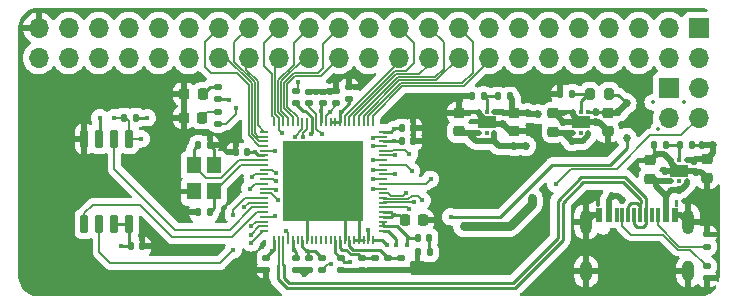
<source format=gtl>
G04 #@! TF.GenerationSoftware,KiCad,Pcbnew,7.0.6-7.0.6~ubuntu22.04.1*
G04 #@! TF.CreationDate,2023-07-20T16:44:22-04:00*
G04 #@! TF.ProjectId,f1c_linux,6631635f-6c69-46e7-9578-2e6b69636164,1*
G04 #@! TF.SameCoordinates,Original*
G04 #@! TF.FileFunction,Copper,L1,Top*
G04 #@! TF.FilePolarity,Positive*
%FSLAX46Y46*%
G04 Gerber Fmt 4.6, Leading zero omitted, Abs format (unit mm)*
G04 Created by KiCad (PCBNEW 7.0.6-7.0.6~ubuntu22.04.1) date 2023-07-20 16:44:22*
%MOMM*%
%LPD*%
G01*
G04 APERTURE LIST*
G04 Aperture macros list*
%AMRoundRect*
0 Rectangle with rounded corners*
0 $1 Rounding radius*
0 $2 $3 $4 $5 $6 $7 $8 $9 X,Y pos of 4 corners*
0 Add a 4 corners polygon primitive as box body*
4,1,4,$2,$3,$4,$5,$6,$7,$8,$9,$2,$3,0*
0 Add four circle primitives for the rounded corners*
1,1,$1+$1,$2,$3*
1,1,$1+$1,$4,$5*
1,1,$1+$1,$6,$7*
1,1,$1+$1,$8,$9*
0 Add four rect primitives between the rounded corners*
20,1,$1+$1,$2,$3,$4,$5,0*
20,1,$1+$1,$4,$5,$6,$7,0*
20,1,$1+$1,$6,$7,$8,$9,0*
20,1,$1+$1,$8,$9,$2,$3,0*%
G04 Aperture macros list end*
G04 #@! TA.AperFunction,SMDPad,CuDef*
%ADD10R,0.800000X0.200000*%
G04 #@! TD*
G04 #@! TA.AperFunction,SMDPad,CuDef*
%ADD11R,0.200000X0.800000*%
G04 #@! TD*
G04 #@! TA.AperFunction,SMDPad,CuDef*
%ADD12R,6.750000X6.750000*%
G04 #@! TD*
G04 #@! TA.AperFunction,SMDPad,CuDef*
%ADD13RoundRect,0.135000X0.135000X0.185000X-0.135000X0.185000X-0.135000X-0.185000X0.135000X-0.185000X0*%
G04 #@! TD*
G04 #@! TA.AperFunction,SMDPad,CuDef*
%ADD14RoundRect,0.135000X-0.185000X0.135000X-0.185000X-0.135000X0.185000X-0.135000X0.185000X0.135000X0*%
G04 #@! TD*
G04 #@! TA.AperFunction,SMDPad,CuDef*
%ADD15RoundRect,0.140000X0.140000X0.170000X-0.140000X0.170000X-0.140000X-0.170000X0.140000X-0.170000X0*%
G04 #@! TD*
G04 #@! TA.AperFunction,SMDPad,CuDef*
%ADD16RoundRect,0.140000X-0.170000X0.140000X-0.170000X-0.140000X0.170000X-0.140000X0.170000X0.140000X0*%
G04 #@! TD*
G04 #@! TA.AperFunction,SMDPad,CuDef*
%ADD17RoundRect,0.225000X0.250000X-0.225000X0.250000X0.225000X-0.250000X0.225000X-0.250000X-0.225000X0*%
G04 #@! TD*
G04 #@! TA.AperFunction,SMDPad,CuDef*
%ADD18R,1.200000X1.400000*%
G04 #@! TD*
G04 #@! TA.AperFunction,SMDPad,CuDef*
%ADD19RoundRect,0.225000X0.225000X0.250000X-0.225000X0.250000X-0.225000X-0.250000X0.225000X-0.250000X0*%
G04 #@! TD*
G04 #@! TA.AperFunction,SMDPad,CuDef*
%ADD20RoundRect,0.093750X-0.106250X0.093750X-0.106250X-0.093750X0.106250X-0.093750X0.106250X0.093750X0*%
G04 #@! TD*
G04 #@! TA.AperFunction,SMDPad,CuDef*
%ADD21R,1.600000X1.000000*%
G04 #@! TD*
G04 #@! TA.AperFunction,SMDPad,CuDef*
%ADD22RoundRect,0.225000X-0.250000X0.225000X-0.250000X-0.225000X0.250000X-0.225000X0.250000X0.225000X0*%
G04 #@! TD*
G04 #@! TA.AperFunction,SMDPad,CuDef*
%ADD23RoundRect,0.218750X-0.218750X-0.256250X0.218750X-0.256250X0.218750X0.256250X-0.218750X0.256250X0*%
G04 #@! TD*
G04 #@! TA.AperFunction,SMDPad,CuDef*
%ADD24RoundRect,0.150000X-0.150000X0.650000X-0.150000X-0.650000X0.150000X-0.650000X0.150000X0.650000X0*%
G04 #@! TD*
G04 #@! TA.AperFunction,ComponentPad*
%ADD25R,1.700000X1.700000*%
G04 #@! TD*
G04 #@! TA.AperFunction,ComponentPad*
%ADD26O,1.700000X1.700000*%
G04 #@! TD*
G04 #@! TA.AperFunction,SMDPad,CuDef*
%ADD27RoundRect,0.135000X0.185000X-0.135000X0.185000X0.135000X-0.185000X0.135000X-0.185000X-0.135000X0*%
G04 #@! TD*
G04 #@! TA.AperFunction,SMDPad,CuDef*
%ADD28RoundRect,0.200000X0.200000X0.275000X-0.200000X0.275000X-0.200000X-0.275000X0.200000X-0.275000X0*%
G04 #@! TD*
G04 #@! TA.AperFunction,SMDPad,CuDef*
%ADD29RoundRect,0.140000X-0.140000X-0.170000X0.140000X-0.170000X0.140000X0.170000X-0.140000X0.170000X0*%
G04 #@! TD*
G04 #@! TA.AperFunction,SMDPad,CuDef*
%ADD30RoundRect,0.140000X0.170000X-0.140000X0.170000X0.140000X-0.170000X0.140000X-0.170000X-0.140000X0*%
G04 #@! TD*
G04 #@! TA.AperFunction,SMDPad,CuDef*
%ADD31R,0.600000X1.240000*%
G04 #@! TD*
G04 #@! TA.AperFunction,SMDPad,CuDef*
%ADD32R,0.300000X1.240000*%
G04 #@! TD*
G04 #@! TA.AperFunction,ComponentPad*
%ADD33O,1.000000X2.100000*%
G04 #@! TD*
G04 #@! TA.AperFunction,ComponentPad*
%ADD34O,1.000000X1.800000*%
G04 #@! TD*
G04 #@! TA.AperFunction,SMDPad,CuDef*
%ADD35RoundRect,0.135000X-0.135000X-0.185000X0.135000X-0.185000X0.135000X0.185000X-0.135000X0.185000X0*%
G04 #@! TD*
G04 #@! TA.AperFunction,ViaPad*
%ADD36C,0.450000*%
G04 #@! TD*
G04 #@! TA.AperFunction,ViaPad*
%ADD37C,0.685800*%
G04 #@! TD*
G04 #@! TA.AperFunction,ViaPad*
%ADD38C,0.350000*%
G04 #@! TD*
G04 #@! TA.AperFunction,Conductor*
%ADD39C,0.762000*%
G04 #@! TD*
G04 #@! TA.AperFunction,Conductor*
%ADD40C,0.254000*%
G04 #@! TD*
G04 #@! TA.AperFunction,Conductor*
%ADD41C,0.508000*%
G04 #@! TD*
G04 #@! TA.AperFunction,Conductor*
%ADD42C,0.127000*%
G04 #@! TD*
G04 #@! TA.AperFunction,Conductor*
%ADD43C,0.400000*%
G04 #@! TD*
G04 #@! TA.AperFunction,Conductor*
%ADD44C,0.190500*%
G04 #@! TD*
G04 #@! TA.AperFunction,Conductor*
%ADD45C,0.288500*%
G04 #@! TD*
G04 APERTURE END LIST*
D10*
X91637500Y-62200000D03*
X91637500Y-61800000D03*
X91637500Y-61400000D03*
X91637500Y-61000000D03*
X91637500Y-60600000D03*
X91637500Y-60200000D03*
X91637500Y-59800000D03*
X91637500Y-59400000D03*
X91637500Y-59000000D03*
X91637500Y-58600000D03*
X91637500Y-58200000D03*
X91637500Y-57800000D03*
X91637500Y-57400000D03*
X91637500Y-57000000D03*
X91637500Y-56600000D03*
X91637500Y-56200000D03*
X91637500Y-55800000D03*
X91637500Y-55400000D03*
X91637500Y-55000000D03*
X91637500Y-54600000D03*
X91637500Y-54200000D03*
X91637500Y-53800000D03*
D11*
X90837500Y-53000000D03*
X90437500Y-53000000D03*
X90037500Y-53000000D03*
X89637500Y-53000000D03*
X89237500Y-53000000D03*
X88837500Y-53000000D03*
X88437500Y-53000000D03*
X88037500Y-53000000D03*
X87637500Y-53000000D03*
X87237500Y-53000000D03*
X86837500Y-53000000D03*
X86437500Y-53000000D03*
X86037500Y-53000000D03*
X85637500Y-53000000D03*
X85237500Y-53000000D03*
X84837500Y-53000000D03*
X84437500Y-53000000D03*
X84037500Y-53000000D03*
X83637500Y-53000000D03*
X83237500Y-53000000D03*
X82837500Y-53000000D03*
X82437500Y-53000000D03*
D10*
X81637500Y-53800000D03*
X81637500Y-54200000D03*
X81637500Y-54600000D03*
X81637500Y-55000000D03*
X81637500Y-55400000D03*
X81637500Y-55800000D03*
X81637500Y-56200000D03*
X81637500Y-56600000D03*
X81637500Y-57000000D03*
X81637500Y-57400000D03*
X81637500Y-57800000D03*
X81637500Y-58200000D03*
X81637500Y-58600000D03*
X81637500Y-59000000D03*
X81637500Y-59400000D03*
X81637500Y-59800000D03*
X81637500Y-60200000D03*
X81637500Y-60600000D03*
X81637500Y-61000000D03*
X81637500Y-61400000D03*
X81637500Y-61800000D03*
X81637500Y-62200000D03*
D11*
X82437500Y-63000000D03*
X82837500Y-63000000D03*
X83237500Y-63000000D03*
X83637500Y-63000000D03*
X84037500Y-63000000D03*
X84437500Y-63000000D03*
X84837500Y-63000000D03*
X85237500Y-63000000D03*
X85637500Y-63000000D03*
X86037500Y-63000000D03*
X86437500Y-63000000D03*
X86837500Y-63000000D03*
X87237500Y-63000000D03*
X87637500Y-63000000D03*
X88037500Y-63000000D03*
X88437500Y-63000000D03*
X88837500Y-63000000D03*
X89237500Y-63000000D03*
X89637500Y-63000000D03*
X90037500Y-63000000D03*
X90437500Y-63000000D03*
X90837500Y-63000000D03*
D12*
X86637500Y-58000000D03*
D13*
X95620000Y-64000000D03*
X94600000Y-64000000D03*
D14*
X91000000Y-64490000D03*
X91000000Y-65510000D03*
X93200000Y-64490000D03*
X93200000Y-65510000D03*
D15*
X95580000Y-62800000D03*
X94620000Y-62800000D03*
D16*
X89900000Y-64520000D03*
X89900000Y-65480000D03*
X92100000Y-64500000D03*
X92100000Y-65460000D03*
X81800000Y-64500000D03*
X81800000Y-65460000D03*
D17*
X98100000Y-53762500D03*
X98100000Y-52212500D03*
D13*
X100210000Y-50787500D03*
X99190000Y-50787500D03*
D18*
X75662500Y-56650000D03*
X75662500Y-58850000D03*
X77362500Y-58850000D03*
X77362500Y-56650000D03*
D19*
X95062500Y-61300000D03*
X93512500Y-61300000D03*
D20*
X109050000Y-52100000D03*
X108400000Y-52100000D03*
X107750000Y-52100000D03*
X107750000Y-53875000D03*
X108400000Y-53875000D03*
X109050000Y-53875000D03*
D21*
X108400000Y-52987500D03*
D13*
X117810000Y-54950000D03*
X116790000Y-54950000D03*
D22*
X119100000Y-56125000D03*
X119100000Y-57675000D03*
D23*
X74825000Y-50600000D03*
X76400000Y-50600000D03*
D20*
X117375000Y-56212500D03*
X116725000Y-56212500D03*
X116075000Y-56212500D03*
X116075000Y-57987500D03*
X116725000Y-57987500D03*
X117375000Y-57987500D03*
D21*
X116725000Y-57100000D03*
D17*
X106100000Y-53787500D03*
X106100000Y-52237500D03*
D13*
X107710000Y-50600000D03*
X106690000Y-50600000D03*
D24*
X70205000Y-54400000D03*
X68935000Y-54400000D03*
X67665000Y-54400000D03*
X66395000Y-54400000D03*
X66395000Y-61600000D03*
X67665000Y-61600000D03*
X68935000Y-61600000D03*
X70205000Y-61600000D03*
D25*
X118425000Y-45000000D03*
D26*
X118425000Y-47540000D03*
X115885000Y-45000000D03*
X115885000Y-47540000D03*
X113345000Y-45000000D03*
X113345000Y-47540000D03*
X110805000Y-45000000D03*
X110805000Y-47540000D03*
X108265000Y-45000000D03*
X108265000Y-47540000D03*
X105725000Y-45000000D03*
X105725000Y-47540000D03*
X103185000Y-45000000D03*
X103185000Y-47540000D03*
X100645000Y-45000000D03*
X100645000Y-47540000D03*
X98105000Y-45000000D03*
X98105000Y-47540000D03*
X95565000Y-45000000D03*
X95565000Y-47540000D03*
X93025000Y-45000000D03*
X93025000Y-47540000D03*
X90485000Y-45000000D03*
X90485000Y-47540000D03*
X87945000Y-45000000D03*
X87945000Y-47540000D03*
X85405000Y-45000000D03*
X85405000Y-47540000D03*
X82865000Y-45000000D03*
X82865000Y-47540000D03*
X80325000Y-45000000D03*
X80325000Y-47540000D03*
X77785000Y-45000000D03*
X77785000Y-47540000D03*
X75245000Y-45000000D03*
X75245000Y-47540000D03*
X72705000Y-45000000D03*
X72705000Y-47540000D03*
X70165000Y-45000000D03*
X70165000Y-47540000D03*
X67625000Y-45000000D03*
X67625000Y-47540000D03*
X65085000Y-45000000D03*
X65085000Y-47540000D03*
X62545000Y-45000000D03*
X62545000Y-47540000D03*
D15*
X71280000Y-63500000D03*
X70320000Y-63500000D03*
D27*
X84300000Y-51400000D03*
X84300000Y-50380000D03*
D15*
X94242500Y-53500000D03*
X93282500Y-53500000D03*
D14*
X119100000Y-62490000D03*
X119100000Y-63510000D03*
D27*
X77700000Y-51010000D03*
X77700000Y-49990000D03*
D14*
X87700000Y-50380000D03*
X87700000Y-51400000D03*
D28*
X110825000Y-50600000D03*
X109175000Y-50600000D03*
D29*
X79202500Y-55500000D03*
X80162500Y-55500000D03*
D25*
X115885000Y-50080000D03*
D26*
X118425000Y-50080000D03*
X115885000Y-52620000D03*
X118425000Y-52620000D03*
D30*
X85400000Y-51370000D03*
X85400000Y-50410000D03*
D29*
X76032500Y-54900000D03*
X76992500Y-54900000D03*
D30*
X86562500Y-51370000D03*
X86562500Y-50410000D03*
D14*
X86512500Y-64470000D03*
X86512500Y-65490000D03*
D20*
X101100000Y-52100000D03*
X100450000Y-52100000D03*
X99800000Y-52100000D03*
X99800000Y-53875000D03*
X100450000Y-53875000D03*
X101100000Y-53875000D03*
D21*
X100450000Y-52987500D03*
D16*
X85400000Y-64500000D03*
X85400000Y-65460000D03*
D13*
X102410000Y-50800000D03*
X101390000Y-50800000D03*
D22*
X102800000Y-52212500D03*
X102800000Y-53762500D03*
D31*
X110000000Y-60810000D03*
X110800000Y-60810000D03*
D32*
X111950000Y-60810000D03*
X112950000Y-60810000D03*
X113450000Y-60810000D03*
X114450000Y-60810000D03*
D31*
X115600000Y-60810000D03*
X116400000Y-60810000D03*
X116400000Y-60810000D03*
X115600000Y-60810000D03*
D32*
X114950000Y-60810000D03*
X113950000Y-60810000D03*
X112450000Y-60810000D03*
X111450000Y-60810000D03*
D31*
X110800000Y-60810000D03*
X110000000Y-60810000D03*
D33*
X108880000Y-61410000D03*
D34*
X108880000Y-65610000D03*
D33*
X117520000Y-61410000D03*
D34*
X117520000Y-65610000D03*
D17*
X114300000Y-57775000D03*
X114300000Y-56225000D03*
D15*
X76992500Y-60600000D03*
X76032500Y-60600000D03*
D27*
X77700000Y-53110000D03*
X77700000Y-52090000D03*
D22*
X110700000Y-52212500D03*
X110700000Y-53762500D03*
D27*
X119100000Y-66200000D03*
X119100000Y-65180000D03*
D35*
X69745000Y-52600000D03*
X70765000Y-52600000D03*
D16*
X88100000Y-64500000D03*
X88100000Y-65460000D03*
D30*
X88800000Y-50980000D03*
X88800000Y-50020000D03*
D13*
X115610000Y-54950000D03*
X114590000Y-54950000D03*
D15*
X94242500Y-54600000D03*
X93282500Y-54600000D03*
D16*
X84300000Y-64500000D03*
X84300000Y-65460000D03*
D23*
X74812500Y-52600000D03*
X76387500Y-52600000D03*
D36*
X93700000Y-63400000D03*
X90437500Y-62100000D03*
D37*
X102800000Y-54994100D03*
X111100000Y-59244300D03*
X103800000Y-54994100D03*
X104300000Y-59400000D03*
X98500000Y-61800000D03*
X115600000Y-59200000D03*
X103700000Y-60500000D03*
X107700000Y-54575000D03*
X116700000Y-58700000D03*
X99800000Y-61800000D03*
X111900000Y-59600000D03*
D36*
X89250000Y-56750000D03*
D37*
X109750000Y-53000000D03*
D36*
X84250000Y-55500000D03*
X89250000Y-60500000D03*
X84250000Y-59250000D03*
X86750000Y-55500000D03*
X89250000Y-59250000D03*
X72400000Y-63500000D03*
X115500000Y-55700000D03*
X84250000Y-56750000D03*
D37*
X104500000Y-50000000D03*
D36*
X75000000Y-60500000D03*
X88000000Y-55500000D03*
X99000000Y-52150000D03*
X88000000Y-58000000D03*
D37*
X89800000Y-49400000D03*
D36*
X107100000Y-52200000D03*
D37*
X115528611Y-57129851D03*
D36*
X85500000Y-56750000D03*
X89250000Y-55500000D03*
D37*
X87600000Y-49300000D03*
D36*
X85500000Y-59250000D03*
D37*
X106950000Y-52950000D03*
D36*
X80700000Y-65400000D03*
X86750000Y-60500000D03*
D37*
X94400000Y-52000000D03*
X110670459Y-55000500D03*
D36*
X79400000Y-53300000D03*
X86750000Y-59250000D03*
X66400000Y-52600000D03*
X88000000Y-60500000D03*
D37*
X104500000Y-53800000D03*
D36*
X89250000Y-58000000D03*
X85500000Y-58000000D03*
X88000000Y-56750000D03*
X84250000Y-60500000D03*
X86750000Y-58000000D03*
X85500000Y-60500000D03*
X88000000Y-59250000D03*
X73300000Y-51500000D03*
X84250000Y-58000000D03*
D37*
X104000000Y-63000000D03*
D36*
X86750000Y-56750000D03*
X78100000Y-61300000D03*
X85000000Y-65960000D03*
D37*
X97000000Y-55000000D03*
X101800000Y-53100000D03*
X93300000Y-52000000D03*
D36*
X85500000Y-55500000D03*
D37*
X118175000Y-57175000D03*
D36*
X69500000Y-63500000D03*
X71700000Y-52600000D03*
X92600000Y-60800000D03*
D37*
X119600000Y-54900000D03*
D36*
X82300000Y-63900000D03*
X85200000Y-63900000D03*
X80800000Y-55500000D03*
D37*
X118700000Y-54950000D03*
D36*
X67700000Y-52600000D03*
X92600000Y-54600000D03*
X79200000Y-51800000D03*
D37*
X117975000Y-56275000D03*
X112300500Y-51399500D03*
X112300000Y-54300000D03*
D36*
X88100000Y-52100000D03*
X97400000Y-61000000D03*
D37*
X111600000Y-52100000D03*
D36*
X85600000Y-54000000D03*
X86450000Y-52000000D03*
D37*
X109700000Y-52100000D03*
D36*
X88900000Y-64800000D03*
D37*
X103912500Y-52237900D03*
D36*
X84100000Y-63800000D03*
X101900000Y-52212500D03*
X86500000Y-54000000D03*
D37*
X104800000Y-52300000D03*
D36*
X92600000Y-53600000D03*
D38*
X114500000Y-51300000D03*
D36*
X93900000Y-60300000D03*
X94300000Y-59700000D03*
X95000000Y-59600000D03*
X93600000Y-59000000D03*
X90800000Y-58600000D03*
X95700000Y-57800000D03*
X90800000Y-57800000D03*
X92700000Y-57400000D03*
X90800000Y-57000000D03*
X94100000Y-57100000D03*
X90800000Y-56200000D03*
X92700000Y-55800000D03*
X93900000Y-55700000D03*
X90800000Y-55000000D03*
X90800000Y-54300000D03*
X84900000Y-54200000D03*
X84200000Y-54200000D03*
X82500000Y-55400000D03*
X83450000Y-62200000D03*
X87300000Y-65007798D03*
X106300000Y-58200000D03*
X80500000Y-63200000D03*
X80500000Y-62500000D03*
X82500000Y-60900000D03*
D38*
X115000000Y-53600000D03*
X117200000Y-51305000D03*
D36*
X80500000Y-61800000D03*
X82800000Y-59600000D03*
X80600000Y-57600000D03*
X80400000Y-58600000D03*
X82600000Y-58700000D03*
X82600000Y-58000000D03*
X82600000Y-57300000D03*
X78600000Y-51100000D03*
X83100000Y-53900000D03*
X92800000Y-63400000D03*
X87150000Y-52100000D03*
X84500000Y-49600000D03*
X68900000Y-52600000D03*
X79900000Y-60200000D03*
X71200000Y-54400000D03*
X92000000Y-63400000D03*
X79000000Y-60800000D03*
X79000000Y-63800000D03*
D39*
X104300000Y-59400000D02*
X104300000Y-59900000D01*
X104300000Y-59900000D02*
X103700000Y-60500000D01*
X99800000Y-61800000D02*
X102400000Y-61800000D01*
X102400000Y-61800000D02*
X103700000Y-60500000D01*
D40*
X112300000Y-55200000D02*
X112300000Y-54300000D01*
X110900000Y-56600000D02*
X112300000Y-55200000D01*
X101600000Y-61000000D02*
X106000000Y-56600000D01*
X106000000Y-56600000D02*
X110900000Y-56600000D01*
X97400000Y-61000000D02*
X101600000Y-61000000D01*
X108400000Y-52100000D02*
X108400000Y-51202500D01*
X109002500Y-50600000D02*
X108400000Y-51202500D01*
D41*
X115600000Y-59200000D02*
X114812500Y-58412500D01*
X116100000Y-58700000D02*
X115600000Y-59200000D01*
X116700000Y-58700000D02*
X116100000Y-58700000D01*
X116883898Y-58700000D02*
X117375000Y-58208898D01*
X117375000Y-58208898D02*
X117375000Y-57987500D01*
X114812500Y-57987500D02*
X116075000Y-57987500D01*
X114812500Y-58412500D02*
X114812500Y-57987500D01*
X114812500Y-57987500D02*
X114600000Y-57775000D01*
X116700000Y-58700000D02*
X116883898Y-58700000D01*
D40*
X77362500Y-56650000D02*
X77362500Y-55270000D01*
X77362500Y-55270000D02*
X76992500Y-54900000D01*
X100450000Y-52100000D02*
X100450000Y-51027500D01*
X100450000Y-51027500D02*
X100210000Y-50787500D01*
X114590000Y-54950000D02*
X114590000Y-55535000D01*
X114590000Y-55535000D02*
X114790000Y-55735000D01*
X75662500Y-56650000D02*
X75662500Y-55270000D01*
X75662500Y-55270000D02*
X76032500Y-54900000D01*
X77362500Y-58850000D02*
X77362500Y-60230000D01*
X77362500Y-60230000D02*
X76992500Y-60600000D01*
X77700000Y-51010000D02*
X78510000Y-51010000D01*
X78510000Y-51010000D02*
X78600000Y-51100000D01*
X77700000Y-49990000D02*
X77010000Y-49990000D01*
X77010000Y-49990000D02*
X76400000Y-50600000D01*
D42*
X68900000Y-52600000D02*
X69745000Y-52600000D01*
X69900000Y-52600000D02*
X70205000Y-52905000D01*
X70205000Y-52905000D02*
X70205000Y-54400000D01*
X69745000Y-52600000D02*
X69900000Y-52600000D01*
D40*
X69500000Y-63500000D02*
X70320000Y-63500000D01*
X71700000Y-52600000D02*
X70865000Y-52600000D01*
X70865000Y-52600000D02*
X70765000Y-52700000D01*
D41*
X119600000Y-54900000D02*
X118750000Y-54900000D01*
X118750000Y-54900000D02*
X118700000Y-54950000D01*
X119600000Y-54900000D02*
X119600000Y-55625000D01*
X119600000Y-55625000D02*
X119100000Y-56125000D01*
D40*
X118700000Y-54950000D02*
X117810000Y-54950000D01*
D39*
X99800000Y-61800000D02*
X98500000Y-61800000D01*
D40*
X88900000Y-64800000D02*
X88400000Y-64800000D01*
X88400000Y-64800000D02*
X88100000Y-64500000D01*
D43*
X89900000Y-65480000D02*
X88120000Y-65480000D01*
D40*
X89561000Y-64181000D02*
X89900000Y-64520000D01*
X88931000Y-64181000D02*
X89561000Y-64181000D01*
X88550000Y-63800000D02*
X88931000Y-64181000D01*
X88229500Y-63800000D02*
X88550000Y-63800000D01*
X88037500Y-63608000D02*
X88229500Y-63800000D01*
X88037500Y-63000000D02*
X88037500Y-63608000D01*
X88837500Y-63000000D02*
X88837500Y-63498684D01*
X88837500Y-63498684D02*
X89138816Y-63800000D01*
X89138816Y-63800000D02*
X91400000Y-63800000D01*
X91400000Y-63800000D02*
X92100000Y-64500000D01*
D42*
X86994702Y-65007798D02*
X86512500Y-65490000D01*
X87300000Y-65007798D02*
X86994702Y-65007798D01*
D40*
X87637500Y-64037500D02*
X88100000Y-64500000D01*
X87637500Y-64037500D02*
X87637500Y-63000000D01*
X95580000Y-62800000D02*
X95580000Y-63960000D01*
X94620000Y-62800000D02*
X93860092Y-62800000D01*
X93860092Y-62800000D02*
X93700000Y-62639908D01*
X93700000Y-63400000D02*
X93700000Y-62639908D01*
X93700000Y-62639908D02*
X92860092Y-61800000D01*
X92860092Y-61800000D02*
X91637500Y-61800000D01*
X92100000Y-64500000D02*
X93190000Y-64500000D01*
X91637500Y-61400000D02*
X91637500Y-61800000D01*
X90437500Y-62100000D02*
X90437500Y-63000000D01*
X89900000Y-64520000D02*
X90970000Y-64520000D01*
X92800000Y-63400000D02*
X92800000Y-62900000D01*
X92800000Y-62900000D02*
X92100000Y-62200000D01*
X92100000Y-62200000D02*
X91637500Y-62200000D01*
X90837500Y-63000000D02*
X91600000Y-63000000D01*
X91600000Y-63000000D02*
X92000000Y-63400000D01*
D41*
X111544300Y-59244300D02*
X111900000Y-59600000D01*
X111100000Y-59244300D02*
X111544300Y-59244300D01*
X107700000Y-54575000D02*
X107000000Y-53875000D01*
X114600000Y-57775000D02*
X114300000Y-57775000D01*
X107000000Y-53875000D02*
X106187500Y-53875000D01*
X107750000Y-53875000D02*
X107000000Y-53875000D01*
X99020000Y-54060000D02*
X99020000Y-53875000D01*
X109050000Y-54096398D02*
X109050000Y-53875000D01*
X115600000Y-59200000D02*
X115600000Y-60810000D01*
X101050000Y-54550000D02*
X99510000Y-54550000D01*
X103800000Y-54994100D02*
X102800000Y-54994100D01*
X101100000Y-54550000D02*
X101100000Y-53875000D01*
X101494100Y-54994100D02*
X101050000Y-54550000D01*
X99510000Y-54550000D02*
X99020000Y-54060000D01*
X108571398Y-54575000D02*
X109050000Y-54096398D01*
X111100000Y-59244300D02*
X110800000Y-59544300D01*
X110800000Y-59544300D02*
X110800000Y-60810000D01*
X99800000Y-53875000D02*
X99020000Y-53875000D01*
X99020000Y-53875000D02*
X98212500Y-53875000D01*
X107700000Y-54575000D02*
X108571398Y-54575000D01*
X102800000Y-54994100D02*
X101494100Y-54994100D01*
X106950000Y-52950000D02*
X106237500Y-52237500D01*
X116075000Y-56450000D02*
X116075000Y-56212500D01*
X118100000Y-57100000D02*
X118175000Y-57175000D01*
X114790000Y-55735000D02*
X114300000Y-56225000D01*
X108400000Y-52987500D02*
X109737500Y-52987500D01*
D40*
X84820000Y-65780000D02*
X84500000Y-65460000D01*
D41*
X117250000Y-57100000D02*
X118100000Y-57100000D01*
D40*
X85180000Y-65780000D02*
X85400000Y-65560000D01*
D41*
X110000000Y-60810000D02*
X109480000Y-60810000D01*
D40*
X85237500Y-63000000D02*
X85237500Y-59400000D01*
D41*
X115750000Y-57100000D02*
X116200000Y-57100000D01*
X102600000Y-53762500D02*
X102462500Y-53762500D01*
X116400000Y-60810000D02*
X116920000Y-60810000D01*
X102462500Y-53762500D02*
X101800000Y-53100000D01*
X116920000Y-60810000D02*
X117520000Y-61410000D01*
D40*
X90037500Y-63000000D02*
X89637500Y-63000000D01*
D41*
X109737500Y-52987500D02*
X109750000Y-53000000D01*
X118600000Y-57175000D02*
X119100000Y-57675000D01*
X109750000Y-53000000D02*
X109762500Y-52987500D01*
D40*
X88437500Y-63000000D02*
X88437500Y-59800000D01*
X89637500Y-63000000D02*
X89637500Y-61000000D01*
D41*
X116012500Y-56212500D02*
X116075000Y-56212500D01*
X100450000Y-52971398D02*
X99800000Y-52321398D01*
D40*
X85000000Y-65960000D02*
X84820000Y-65780000D01*
D41*
X118175000Y-57175000D02*
X118600000Y-57175000D01*
X108400000Y-52987500D02*
X107000000Y-52987500D01*
X109480000Y-60810000D02*
X108880000Y-61410000D01*
X115500000Y-55700000D02*
X114825000Y-55700000D01*
X108400000Y-52987500D02*
X107750000Y-52337500D01*
D40*
X89637500Y-63000000D02*
X89237500Y-63000000D01*
D41*
X101800000Y-53100000D02*
X100562500Y-53100000D01*
X107750000Y-52337500D02*
X107750000Y-52100000D01*
D40*
X85180000Y-65780000D02*
X84820000Y-65780000D01*
D41*
X99800000Y-52321398D02*
X99800000Y-52100000D01*
D40*
X84500000Y-65460000D02*
X84300000Y-65460000D01*
D41*
X115500000Y-55700000D02*
X116012500Y-56212500D01*
X114825000Y-55700000D02*
X114790000Y-55735000D01*
X109925000Y-52987500D02*
X110700000Y-53762500D01*
X107000000Y-52987500D02*
X106962500Y-52950000D01*
X106962500Y-52950000D02*
X106950000Y-52950000D01*
X116725000Y-57100000D02*
X116075000Y-56450000D01*
X109762500Y-52987500D02*
X109925000Y-52987500D01*
X115700000Y-57100000D02*
X115725000Y-57075000D01*
D40*
X85000000Y-65960000D02*
X85180000Y-65780000D01*
D41*
X115725000Y-57075000D02*
X115750000Y-57100000D01*
D42*
X79200000Y-52300000D02*
X78390000Y-53110000D01*
D40*
X84837500Y-63527200D02*
X85200000Y-63889700D01*
X85200000Y-63900000D02*
X85210300Y-63900000D01*
X118125000Y-56125000D02*
X117975000Y-56275000D01*
X84837500Y-63000000D02*
X84837500Y-63527200D01*
X81800000Y-64400000D02*
X82300000Y-63900000D01*
D41*
X117975000Y-56275000D02*
X117912500Y-56212500D01*
D40*
X92362500Y-61000000D02*
X92562500Y-60800000D01*
X85210300Y-63900000D02*
X85362500Y-63900000D01*
X91637500Y-61000000D02*
X92362500Y-61000000D01*
X82437500Y-63762500D02*
X82300000Y-63900000D01*
X80800000Y-55537500D02*
X80800000Y-55500000D01*
D42*
X78390000Y-53110000D02*
X77700000Y-53110000D01*
X79200000Y-51800000D02*
X79200000Y-52300000D01*
D40*
X85362500Y-63900000D02*
X85362500Y-64462500D01*
X85200000Y-63889700D02*
X85200000Y-63900000D01*
X80162500Y-55500000D02*
X80800000Y-55500000D01*
D41*
X119100000Y-56125000D02*
X118125000Y-56125000D01*
D40*
X92600000Y-54600000D02*
X92562500Y-54600000D01*
X91637500Y-54600000D02*
X92562500Y-54600000D01*
X92362500Y-60600000D02*
X92562500Y-60800000D01*
X70205000Y-61600000D02*
X70205000Y-63385000D01*
X92562500Y-60800000D02*
X92600000Y-60800000D01*
X82437500Y-63000000D02*
X82437500Y-63762500D01*
X85942500Y-63900000D02*
X86512500Y-64470000D01*
X81062500Y-55800000D02*
X80800000Y-55537500D01*
X85362500Y-63900000D02*
X85942500Y-63900000D01*
D41*
X117912500Y-56212500D02*
X117375000Y-56212500D01*
D40*
X67700000Y-52600000D02*
X67700000Y-54365000D01*
X92600000Y-60800000D02*
X93012500Y-60800000D01*
X91637500Y-60600000D02*
X92362500Y-60600000D01*
X81637500Y-55800000D02*
X81062500Y-55800000D01*
X70205000Y-61600000D02*
X68935000Y-61600000D01*
X93012500Y-60800000D02*
X93512500Y-61300000D01*
X93282500Y-54600000D02*
X92600000Y-54600000D01*
X86462500Y-52000000D02*
X86437500Y-51975000D01*
X86437500Y-52025000D02*
X86437500Y-53000000D01*
X112300500Y-51399500D02*
X111601000Y-50700000D01*
D41*
X112300500Y-51399500D02*
X111600000Y-52100000D01*
D40*
X85637500Y-52529500D02*
X85108000Y-52000000D01*
X85637500Y-53000000D02*
X85637500Y-52529500D01*
X85500000Y-54000000D02*
X85637500Y-53862500D01*
X85108000Y-52000000D02*
X84862500Y-52000000D01*
X88037500Y-52162500D02*
X88037500Y-53000000D01*
X87637500Y-53000000D02*
X87237500Y-53000000D01*
X85637500Y-53862500D02*
X85637500Y-53000000D01*
X88800000Y-51400000D02*
X88800000Y-50980000D01*
X88037500Y-53000000D02*
X87637500Y-53000000D01*
X88100000Y-52100000D02*
X88800000Y-51400000D01*
X86450000Y-52000000D02*
X86450000Y-52012500D01*
X88100000Y-52100000D02*
X88037500Y-52162500D01*
X86450000Y-52000000D02*
X86462500Y-52000000D01*
X85600000Y-54000000D02*
X85500000Y-54000000D01*
X86437500Y-51975000D02*
X86437500Y-51495000D01*
D41*
X110700000Y-52212500D02*
X111487500Y-52212500D01*
D40*
X109700000Y-52100000D02*
X110587500Y-52100000D01*
X109050000Y-52100000D02*
X109700000Y-52100000D01*
X85600000Y-53900000D02*
X85600000Y-54000000D01*
D41*
X111487500Y-52212500D02*
X111600000Y-52100000D01*
D40*
X111601000Y-50700000D02*
X110925000Y-50700000D01*
X84862500Y-52000000D02*
X84300000Y-51437500D01*
X86450000Y-52012500D02*
X86437500Y-52025000D01*
X92700000Y-53500000D02*
X93282500Y-53500000D01*
X84300000Y-64000000D02*
X84300000Y-64500000D01*
D44*
X85400000Y-51380000D02*
X85400000Y-51692816D01*
D41*
X101787500Y-52100000D02*
X101100000Y-52100000D01*
D44*
X86037500Y-52330316D02*
X86037500Y-53000000D01*
D41*
X103887100Y-52212500D02*
X102800000Y-52212500D01*
X104800000Y-52300000D02*
X103974600Y-52300000D01*
X103974600Y-52300000D02*
X103912500Y-52237900D01*
D40*
X84062500Y-63800000D02*
X84100000Y-63800000D01*
X84100000Y-63800000D02*
X84300000Y-64000000D01*
X84037500Y-63775000D02*
X84037500Y-63000000D01*
D41*
X102600000Y-52212500D02*
X102600000Y-50990000D01*
D40*
X84037500Y-63775000D02*
X84062500Y-63800000D01*
D41*
X101900000Y-52212500D02*
X102600000Y-52212500D01*
D44*
X86493000Y-54000000D02*
X86037500Y-53544500D01*
D40*
X92562500Y-53600000D02*
X92600000Y-53600000D01*
D41*
X103912500Y-52237900D02*
X103887100Y-52212500D01*
X101900000Y-52212500D02*
X101787500Y-52100000D01*
X102600000Y-50990000D02*
X102410000Y-50800000D01*
D44*
X85400000Y-51692816D02*
X86037500Y-52330316D01*
D40*
X92562500Y-53600000D02*
X92362500Y-53800000D01*
X92600000Y-53600000D02*
X92700000Y-53500000D01*
D44*
X86037500Y-53544500D02*
X86037500Y-53000000D01*
D40*
X92362500Y-53800000D02*
X91637500Y-53800000D01*
D42*
X79662500Y-56600000D02*
X77412500Y-58850000D01*
X81637500Y-56600000D02*
X79662500Y-56600000D01*
X77993500Y-57700000D02*
X76712500Y-57700000D01*
X76712500Y-57700000D02*
X75662500Y-56650000D01*
X79493500Y-56200000D02*
X77993500Y-57700000D01*
X81637500Y-56200000D02*
X79493500Y-56200000D01*
X77700000Y-52090000D02*
X76807500Y-52090000D01*
X76807500Y-52090000D02*
X76387500Y-52510000D01*
X93852500Y-60300000D02*
X93752500Y-60200000D01*
X93900000Y-60300000D02*
X93852500Y-60300000D01*
X93752500Y-60200000D02*
X91637500Y-60200000D01*
X94300000Y-59700000D02*
X94252500Y-59747500D01*
X91690000Y-59747500D02*
X91637500Y-59800000D01*
X94252500Y-59747500D02*
X91690000Y-59747500D01*
X95000000Y-59600000D02*
X94606500Y-59206500D01*
X93806500Y-59493500D02*
X91731000Y-59493500D01*
X91731000Y-59493500D02*
X91637500Y-59400000D01*
X94606500Y-59206500D02*
X94093500Y-59206500D01*
X94093500Y-59206500D02*
X93806500Y-59493500D01*
X93360500Y-59239500D02*
X93600000Y-59000000D01*
X91637500Y-59000000D02*
X92118500Y-59000000D01*
X92118500Y-59000000D02*
X92358000Y-59239500D01*
X92358000Y-59239500D02*
X93360500Y-59239500D01*
X91637500Y-58600000D02*
X90800000Y-58600000D01*
X95300000Y-58200000D02*
X91637500Y-58200000D01*
X95700000Y-57800000D02*
X95300000Y-58200000D01*
X91637500Y-57800000D02*
X90800000Y-57800000D01*
X91637500Y-57400000D02*
X92700000Y-57400000D01*
X91637500Y-57000000D02*
X90800000Y-57000000D01*
X93600000Y-56600000D02*
X91637500Y-56600000D01*
X94100000Y-57100000D02*
X93600000Y-56600000D01*
X91637500Y-56200000D02*
X90800000Y-56200000D01*
X91637500Y-55800000D02*
X92700000Y-55800000D01*
X93506500Y-55306500D02*
X92495585Y-55306500D01*
X92495585Y-55306500D02*
X92401042Y-55401043D01*
X92399999Y-55400000D02*
X91637500Y-55400000D01*
X92401042Y-55401043D02*
X92399999Y-55400000D01*
X93900000Y-55700000D02*
X93506500Y-55306500D01*
X91637500Y-55000000D02*
X90800000Y-55000000D01*
X90800000Y-54300000D02*
X90900000Y-54200000D01*
X90900000Y-54200000D02*
X91637500Y-54200000D01*
X90837500Y-52432210D02*
X93315710Y-49954000D01*
X93315710Y-49954000D02*
X98505210Y-49954000D01*
X98505210Y-49954000D02*
X100645000Y-47814210D01*
X90837500Y-53000000D02*
X90837500Y-52432210D01*
X99300000Y-46195000D02*
X98105000Y-45000000D01*
X99300000Y-48800000D02*
X99300000Y-46195000D01*
X90437500Y-52473000D02*
X93210500Y-49700000D01*
X98400000Y-49700000D02*
X99300000Y-48800000D01*
X93210500Y-49700000D02*
X98400000Y-49700000D01*
X90437500Y-53000000D02*
X90437500Y-52473000D01*
X96199000Y-49446000D02*
X98105000Y-47540000D01*
X93064500Y-49446000D02*
X96199000Y-49446000D01*
X90037500Y-53000000D02*
X90037500Y-52473000D01*
X90037500Y-52473000D02*
X93064500Y-49446000D01*
X92918500Y-49192000D02*
X96093790Y-49192000D01*
X89637500Y-52473000D02*
X92918500Y-49192000D01*
X96093790Y-49192000D02*
X96800000Y-48485790D01*
X96800000Y-48485790D02*
X96800000Y-46235000D01*
X89637500Y-53000000D02*
X89637500Y-52473000D01*
X96800000Y-46235000D02*
X95565000Y-45000000D01*
X92772500Y-48938000D02*
X94762000Y-48938000D01*
X94762000Y-48938000D02*
X95565000Y-48135000D01*
X89237500Y-53000000D02*
X89237500Y-52473000D01*
X89237500Y-52473000D02*
X92772500Y-48938000D01*
X93646500Y-48653500D02*
X94300000Y-48000000D01*
X88837500Y-53000000D02*
X88837500Y-52513790D01*
X94300000Y-46275000D02*
X93025000Y-45000000D01*
X94300000Y-48000000D02*
X94300000Y-46275000D01*
X88837500Y-52513790D02*
X92697790Y-48653500D01*
X92697790Y-48653500D02*
X93646500Y-48653500D01*
X91102085Y-49797915D02*
X93025000Y-47875000D01*
X91100000Y-49797915D02*
X91102085Y-49797915D01*
X88437500Y-53000000D02*
X88437500Y-52460415D01*
X88437500Y-52460415D02*
X91100000Y-49797915D01*
X84900000Y-53902085D02*
X84900000Y-54200000D01*
X85237500Y-53000000D02*
X85237500Y-53564585D01*
X85237500Y-53564585D02*
X84900000Y-53902085D01*
X84837500Y-53000000D02*
X84837500Y-53564585D01*
X84202085Y-54200000D02*
X84200000Y-54200000D01*
X84837500Y-53564585D02*
X84202085Y-54200000D01*
X83570000Y-51692290D02*
X83570000Y-49748420D01*
X83570000Y-49748420D02*
X84264420Y-49054000D01*
X84264420Y-49054000D02*
X86431000Y-49054000D01*
X84437500Y-52559790D02*
X83570000Y-51692290D01*
X86431000Y-49054000D02*
X87945000Y-47540000D01*
X84437500Y-53000000D02*
X84437500Y-52559790D01*
X83316000Y-51797500D02*
X83316000Y-49643210D01*
X83316000Y-49643210D02*
X84159210Y-48800000D01*
X84159210Y-48800000D02*
X86200000Y-48800000D01*
X86200000Y-48800000D02*
X86600000Y-48400000D01*
X84037500Y-53000000D02*
X84037500Y-52519000D01*
X86600000Y-48400000D02*
X86600000Y-46345000D01*
X84037500Y-52519000D02*
X83316000Y-51797500D01*
X86600000Y-46345000D02*
X87945000Y-45000000D01*
X83637500Y-52596290D02*
X83062000Y-52020790D01*
X83637500Y-53000000D02*
X83637500Y-52596290D01*
X83062000Y-52020790D02*
X83062000Y-49538000D01*
X83062000Y-49538000D02*
X85060000Y-47540000D01*
X84100000Y-48140790D02*
X84100000Y-46305000D01*
X84100000Y-46305000D02*
X85405000Y-45000000D01*
X83237500Y-53000000D02*
X83237500Y-52555500D01*
X82808000Y-52126000D02*
X82808000Y-49432790D01*
X82808000Y-49432790D02*
X84100000Y-48140790D01*
X83237500Y-52555500D02*
X82808000Y-52126000D01*
X82437500Y-52555500D02*
X82300000Y-52418000D01*
X82437500Y-53000000D02*
X82437500Y-52555500D01*
X82300000Y-48900000D02*
X81600000Y-48200000D01*
X81600000Y-48200000D02*
X81600000Y-46265000D01*
X81600000Y-46265000D02*
X82865000Y-45000000D01*
X82300000Y-52418000D02*
X82300000Y-48900000D01*
X81054000Y-53216500D02*
X81054000Y-49484517D01*
X81637500Y-53800000D02*
X81054000Y-53216500D01*
X81054000Y-49484517D02*
X80100000Y-48530517D01*
X80100000Y-48530517D02*
X80100000Y-47765000D01*
X79100000Y-47889727D02*
X79100000Y-46225000D01*
X79100000Y-46225000D02*
X80325000Y-45000000D01*
X81110500Y-54200000D02*
X80800000Y-53889500D01*
X80800000Y-53889500D02*
X80800000Y-49589727D01*
X80800000Y-49589727D02*
X79100000Y-47889727D01*
X81637500Y-54200000D02*
X81110500Y-54200000D01*
X80546000Y-49694937D02*
X78391063Y-47540000D01*
X81151290Y-54600000D02*
X80546000Y-53994710D01*
X81637500Y-54600000D02*
X81151290Y-54600000D01*
X80546000Y-53994710D02*
X80546000Y-49694937D01*
X81637500Y-55000000D02*
X81192080Y-55000000D01*
X80292000Y-54099920D02*
X80292000Y-49800147D01*
X81192080Y-55000000D02*
X80292000Y-54099920D01*
X79291853Y-48800000D02*
X77100000Y-48800000D01*
X76600000Y-48300000D02*
X76600000Y-46185000D01*
X76600000Y-46185000D02*
X77785000Y-45000000D01*
X80292000Y-49800147D02*
X79291853Y-48800000D01*
X77100000Y-48800000D02*
X76600000Y-48300000D01*
X81637500Y-55400000D02*
X82500000Y-55400000D01*
X83637500Y-63000000D02*
X83637500Y-62387500D01*
X83637500Y-62387500D02*
X83450000Y-62200000D01*
X116945000Y-54100000D02*
X118425000Y-52620000D01*
X114300000Y-54100000D02*
X116945000Y-54100000D01*
X80500000Y-63200000D02*
X81500000Y-62200000D01*
X106300000Y-58200000D02*
X107582500Y-56917500D01*
X107582500Y-56917500D02*
X111482500Y-56917500D01*
X111482500Y-56917500D02*
X114300000Y-54100000D01*
X81200000Y-61800000D02*
X81637500Y-61800000D01*
X80500000Y-62500000D02*
X81200000Y-61800000D01*
X81637500Y-61000000D02*
X82400000Y-61000000D01*
X82400000Y-61000000D02*
X82500000Y-60900000D01*
X80500000Y-61800000D02*
X80900000Y-61400000D01*
X80900000Y-61400000D02*
X81637500Y-61400000D01*
X82200000Y-59000000D02*
X82800000Y-59600000D01*
X81637500Y-59000000D02*
X82200000Y-59000000D01*
X81637500Y-57400000D02*
X80800000Y-57400000D01*
X80800000Y-57400000D02*
X80600000Y-57600000D01*
X80400000Y-58600000D02*
X80800000Y-58200000D01*
X80800000Y-58200000D02*
X81637500Y-58200000D01*
X82500000Y-58600000D02*
X82600000Y-58700000D01*
X81637500Y-58600000D02*
X82500000Y-58600000D01*
X81637500Y-57800000D02*
X82400000Y-57800000D01*
X82400000Y-57800000D02*
X82600000Y-58000000D01*
X82300000Y-57000000D02*
X82600000Y-57300000D01*
X81637500Y-57000000D02*
X82300000Y-57000000D01*
X82837500Y-52596290D02*
X82554000Y-52312790D01*
X82554000Y-52312790D02*
X82554000Y-47851000D01*
X82837500Y-53000000D02*
X82837500Y-52596290D01*
X82837500Y-53000000D02*
X82837500Y-53637500D01*
X82837500Y-53637500D02*
X83100000Y-53900000D01*
X111950000Y-61750000D02*
X111950000Y-60810000D01*
X116656158Y-63764000D02*
X115392158Y-62500000D01*
X112700000Y-62500000D02*
X111950000Y-61750000D01*
X115392158Y-62500000D02*
X112700000Y-62500000D01*
X119100000Y-65180000D02*
X117684000Y-63764000D01*
X117684000Y-63764000D02*
X116656158Y-63764000D01*
D45*
X113200000Y-61850000D02*
X112950000Y-61600000D01*
X113700000Y-61850000D02*
X113200000Y-61850000D01*
X113907750Y-59363946D02*
X113907750Y-59837749D01*
X113950000Y-59879999D02*
X113950000Y-60810000D01*
X83300000Y-65100000D02*
X83300000Y-66206196D01*
X108463946Y-57642250D02*
X112186054Y-57642250D01*
X102663946Y-66592250D02*
X106492250Y-62763946D01*
X113950000Y-60810000D02*
X113950000Y-61600000D01*
X106492250Y-59613946D02*
X108463946Y-57642250D01*
X106492250Y-62763946D02*
X106492250Y-59613946D01*
X112186054Y-57642250D02*
X113907750Y-59363946D01*
D44*
X83237500Y-65037500D02*
X83300000Y-65100000D01*
D45*
X83686054Y-66592250D02*
X102663946Y-66592250D01*
X113950000Y-61600000D02*
X113700000Y-61850000D01*
X113907750Y-59837749D02*
X113950000Y-59879999D01*
X112950000Y-61600000D02*
X112950000Y-60810000D01*
X83300000Y-66206196D02*
X83686054Y-66592250D01*
D44*
X83237500Y-63000000D02*
X83237500Y-65037500D01*
D45*
X102836054Y-67007750D02*
X106907750Y-62936054D01*
D44*
X82837500Y-63000000D02*
X82837500Y-65037500D01*
D45*
X112013946Y-58057750D02*
X113492250Y-59536054D01*
X113492250Y-59536054D02*
X113492250Y-59837749D01*
X83513946Y-67007750D02*
X102836054Y-67007750D01*
X106907750Y-62936054D02*
X106907750Y-59786054D01*
X113492250Y-59837749D02*
X113450000Y-59879999D01*
X113450000Y-60050000D02*
X113450000Y-60810000D01*
D44*
X82837500Y-65037500D02*
X82800000Y-65075000D01*
D45*
X113200000Y-59800000D02*
X113450000Y-60050000D01*
X82800000Y-66293804D02*
X83513946Y-67007750D01*
X112450000Y-60050000D02*
X112700000Y-59800000D01*
X106907750Y-59786054D02*
X108636054Y-58057750D01*
X113450000Y-59879999D02*
X113450000Y-60810000D01*
X108636054Y-58057750D02*
X112013946Y-58057750D01*
X112700000Y-59800000D02*
X113200000Y-59800000D01*
X112450000Y-60810000D02*
X112450000Y-60050000D01*
X82800000Y-65075000D02*
X82800000Y-66293804D01*
D42*
X114950000Y-61698632D02*
X114950000Y-60810000D01*
X119100000Y-63510000D02*
X116761368Y-63510000D01*
X116761368Y-63510000D02*
X114950000Y-61698632D01*
D40*
X116725000Y-56212500D02*
X116725000Y-55015000D01*
X116790000Y-54950000D02*
X115810000Y-54950000D01*
X109175000Y-50600000D02*
X107710000Y-50600000D01*
X100210000Y-50787500D02*
X101377500Y-50787500D01*
D42*
X87150000Y-52112500D02*
X86837500Y-52425000D01*
D44*
X84500000Y-50180000D02*
X84500000Y-49600000D01*
D42*
X87150000Y-52100000D02*
X87700000Y-51550000D01*
X87150000Y-52100000D02*
X87150000Y-52112500D01*
X86837500Y-52425000D02*
X86837500Y-53000000D01*
D44*
X84300000Y-50380000D02*
X84500000Y-50180000D01*
D42*
X79900000Y-60200000D02*
X80300000Y-59800000D01*
X70205000Y-54400000D02*
X71200000Y-54400000D01*
X80300000Y-59800000D02*
X81637500Y-59800000D01*
X80002085Y-59400000D02*
X81637500Y-59400000D01*
X68600000Y-64900000D02*
X67665000Y-63965000D01*
X67665000Y-63965000D02*
X67665000Y-61600000D01*
X79000000Y-63800000D02*
X77900000Y-64900000D01*
X79000000Y-60800000D02*
X79000000Y-60402085D01*
X77900000Y-64900000D02*
X68600000Y-64900000D01*
X79000000Y-60402085D02*
X80002085Y-59400000D01*
X68935000Y-56935000D02*
X68935000Y-54400000D01*
X80600000Y-60200000D02*
X78700000Y-62100000D01*
X78700000Y-62100000D02*
X74100000Y-62100000D01*
X74100000Y-62100000D02*
X68935000Y-56935000D01*
X81637500Y-60200000D02*
X80600000Y-60200000D01*
X67100000Y-60000000D02*
X66395000Y-60705000D01*
X71100000Y-60000000D02*
X67100000Y-60000000D01*
X78900000Y-62700000D02*
X73800000Y-62700000D01*
X81637500Y-60600000D02*
X81000000Y-60600000D01*
X73800000Y-62700000D02*
X71100000Y-60000000D01*
X66395000Y-60705000D02*
X66395000Y-61600000D01*
X81000000Y-60600000D02*
X78900000Y-62700000D01*
G04 #@! TA.AperFunction,Conductor*
G36*
X118614833Y-43302595D02*
G01*
X118622546Y-43303216D01*
X118763025Y-43323414D01*
X118852857Y-43336330D01*
X118870145Y-43340091D01*
X119069144Y-43398523D01*
X119127922Y-43436298D01*
X119156947Y-43499853D01*
X119147003Y-43569012D01*
X119101248Y-43621816D01*
X119034209Y-43641500D01*
X117526345Y-43641500D01*
X117465797Y-43648011D01*
X117465795Y-43648011D01*
X117328795Y-43699111D01*
X117211739Y-43786739D01*
X117124111Y-43903795D01*
X117078861Y-44025111D01*
X117036989Y-44081044D01*
X116971524Y-44105460D01*
X116903252Y-44090607D01*
X116871454Y-44065762D01*
X116808240Y-43997094D01*
X116630576Y-43858811D01*
X116630575Y-43858810D01*
X116630572Y-43858808D01*
X116432580Y-43751661D01*
X116432577Y-43751659D01*
X116432574Y-43751658D01*
X116432571Y-43751657D01*
X116432569Y-43751656D01*
X116219637Y-43678556D01*
X115997569Y-43641500D01*
X115772431Y-43641500D01*
X115550362Y-43678556D01*
X115337430Y-43751656D01*
X115337419Y-43751661D01*
X115139427Y-43858808D01*
X115139422Y-43858812D01*
X114961761Y-43997092D01*
X114961756Y-43997097D01*
X114809284Y-44162723D01*
X114809276Y-44162734D01*
X114718808Y-44301206D01*
X114665662Y-44346562D01*
X114596431Y-44355986D01*
X114533095Y-44326484D01*
X114511192Y-44301206D01*
X114435049Y-44184661D01*
X114420722Y-44162732D01*
X114420719Y-44162729D01*
X114420715Y-44162723D01*
X114268243Y-43997097D01*
X114268238Y-43997092D01*
X114090577Y-43858812D01*
X114090572Y-43858808D01*
X113892580Y-43751661D01*
X113892577Y-43751659D01*
X113892574Y-43751658D01*
X113892571Y-43751657D01*
X113892569Y-43751656D01*
X113679637Y-43678556D01*
X113457569Y-43641500D01*
X113232431Y-43641500D01*
X113010362Y-43678556D01*
X112797430Y-43751656D01*
X112797419Y-43751661D01*
X112599427Y-43858808D01*
X112599422Y-43858812D01*
X112421761Y-43997092D01*
X112421756Y-43997097D01*
X112269284Y-44162723D01*
X112269276Y-44162734D01*
X112178807Y-44301206D01*
X112125660Y-44346563D01*
X112056429Y-44355986D01*
X111993093Y-44326483D01*
X111971191Y-44301206D01*
X111880722Y-44162732D01*
X111880717Y-44162727D01*
X111880715Y-44162723D01*
X111728243Y-43997097D01*
X111728238Y-43997092D01*
X111550577Y-43858812D01*
X111550572Y-43858808D01*
X111352580Y-43751661D01*
X111352577Y-43751659D01*
X111352574Y-43751658D01*
X111352571Y-43751657D01*
X111352569Y-43751656D01*
X111139637Y-43678556D01*
X110917569Y-43641500D01*
X110692431Y-43641500D01*
X110470362Y-43678556D01*
X110257430Y-43751656D01*
X110257419Y-43751661D01*
X110059427Y-43858808D01*
X110059422Y-43858812D01*
X109881761Y-43997092D01*
X109881756Y-43997097D01*
X109729284Y-44162723D01*
X109729276Y-44162734D01*
X109638808Y-44301206D01*
X109585662Y-44346562D01*
X109516431Y-44355986D01*
X109453095Y-44326484D01*
X109431192Y-44301206D01*
X109355049Y-44184661D01*
X109340722Y-44162732D01*
X109340719Y-44162729D01*
X109340715Y-44162723D01*
X109188243Y-43997097D01*
X109188238Y-43997092D01*
X109010577Y-43858812D01*
X109010572Y-43858808D01*
X108812580Y-43751661D01*
X108812577Y-43751659D01*
X108812574Y-43751658D01*
X108812571Y-43751657D01*
X108812569Y-43751656D01*
X108599637Y-43678556D01*
X108377569Y-43641500D01*
X108152431Y-43641500D01*
X107930362Y-43678556D01*
X107717430Y-43751656D01*
X107717419Y-43751661D01*
X107519427Y-43858808D01*
X107519422Y-43858812D01*
X107341761Y-43997092D01*
X107341756Y-43997097D01*
X107189284Y-44162723D01*
X107189276Y-44162734D01*
X107098807Y-44301206D01*
X107045660Y-44346563D01*
X106976429Y-44355986D01*
X106913093Y-44326483D01*
X106891191Y-44301206D01*
X106800722Y-44162732D01*
X106800717Y-44162727D01*
X106800715Y-44162723D01*
X106648243Y-43997097D01*
X106648238Y-43997092D01*
X106470577Y-43858812D01*
X106470572Y-43858808D01*
X106272580Y-43751661D01*
X106272577Y-43751659D01*
X106272574Y-43751658D01*
X106272571Y-43751657D01*
X106272569Y-43751656D01*
X106059637Y-43678556D01*
X105837569Y-43641500D01*
X105612431Y-43641500D01*
X105390362Y-43678556D01*
X105177430Y-43751656D01*
X105177419Y-43751661D01*
X104979427Y-43858808D01*
X104979422Y-43858812D01*
X104801761Y-43997092D01*
X104801756Y-43997097D01*
X104649284Y-44162723D01*
X104649276Y-44162734D01*
X104558808Y-44301206D01*
X104505662Y-44346562D01*
X104436431Y-44355986D01*
X104373095Y-44326484D01*
X104351192Y-44301206D01*
X104275049Y-44184661D01*
X104260722Y-44162732D01*
X104260719Y-44162729D01*
X104260715Y-44162723D01*
X104108243Y-43997097D01*
X104108238Y-43997092D01*
X103930577Y-43858812D01*
X103930572Y-43858808D01*
X103732580Y-43751661D01*
X103732577Y-43751659D01*
X103732574Y-43751658D01*
X103732571Y-43751657D01*
X103732569Y-43751656D01*
X103519637Y-43678556D01*
X103297569Y-43641500D01*
X103072431Y-43641500D01*
X102850362Y-43678556D01*
X102637430Y-43751656D01*
X102637419Y-43751661D01*
X102439427Y-43858808D01*
X102439422Y-43858812D01*
X102261761Y-43997092D01*
X102261756Y-43997097D01*
X102109284Y-44162723D01*
X102109276Y-44162734D01*
X102018807Y-44301206D01*
X101965660Y-44346563D01*
X101896429Y-44355986D01*
X101833093Y-44326483D01*
X101811191Y-44301206D01*
X101720722Y-44162732D01*
X101720717Y-44162727D01*
X101720715Y-44162723D01*
X101568243Y-43997097D01*
X101568238Y-43997092D01*
X101390577Y-43858812D01*
X101390572Y-43858808D01*
X101192580Y-43751661D01*
X101192577Y-43751659D01*
X101192574Y-43751658D01*
X101192571Y-43751657D01*
X101192569Y-43751656D01*
X100979637Y-43678556D01*
X100757569Y-43641500D01*
X100532431Y-43641500D01*
X100310362Y-43678556D01*
X100097430Y-43751656D01*
X100097419Y-43751661D01*
X99899427Y-43858808D01*
X99899422Y-43858812D01*
X99721761Y-43997092D01*
X99721756Y-43997097D01*
X99569284Y-44162723D01*
X99569276Y-44162734D01*
X99478808Y-44301206D01*
X99425662Y-44346562D01*
X99356431Y-44355986D01*
X99293095Y-44326484D01*
X99271192Y-44301206D01*
X99195049Y-44184661D01*
X99180722Y-44162732D01*
X99180719Y-44162729D01*
X99180715Y-44162723D01*
X99028243Y-43997097D01*
X99028238Y-43997092D01*
X98850577Y-43858812D01*
X98850572Y-43858808D01*
X98652580Y-43751661D01*
X98652577Y-43751659D01*
X98652574Y-43751658D01*
X98652571Y-43751657D01*
X98652569Y-43751656D01*
X98439637Y-43678556D01*
X98217569Y-43641500D01*
X97992431Y-43641500D01*
X97770362Y-43678556D01*
X97557430Y-43751656D01*
X97557419Y-43751661D01*
X97359427Y-43858808D01*
X97359422Y-43858812D01*
X97181761Y-43997092D01*
X97181756Y-43997097D01*
X97029284Y-44162723D01*
X97029276Y-44162734D01*
X96938807Y-44301206D01*
X96885660Y-44346563D01*
X96816429Y-44355986D01*
X96753093Y-44326483D01*
X96731191Y-44301206D01*
X96640722Y-44162732D01*
X96640717Y-44162727D01*
X96640715Y-44162723D01*
X96488243Y-43997097D01*
X96488238Y-43997092D01*
X96310577Y-43858812D01*
X96310572Y-43858808D01*
X96112580Y-43751661D01*
X96112577Y-43751659D01*
X96112574Y-43751658D01*
X96112571Y-43751657D01*
X96112569Y-43751656D01*
X95899637Y-43678556D01*
X95677569Y-43641500D01*
X95452431Y-43641500D01*
X95230362Y-43678556D01*
X95017430Y-43751656D01*
X95017419Y-43751661D01*
X94819427Y-43858808D01*
X94819422Y-43858812D01*
X94641761Y-43997092D01*
X94641756Y-43997097D01*
X94489284Y-44162723D01*
X94489276Y-44162734D01*
X94398808Y-44301206D01*
X94345662Y-44346562D01*
X94276431Y-44355986D01*
X94213095Y-44326484D01*
X94191192Y-44301206D01*
X94115049Y-44184661D01*
X94100722Y-44162732D01*
X94100719Y-44162729D01*
X94100715Y-44162723D01*
X93948243Y-43997097D01*
X93948238Y-43997092D01*
X93770577Y-43858812D01*
X93770572Y-43858808D01*
X93572580Y-43751661D01*
X93572577Y-43751659D01*
X93572574Y-43751658D01*
X93572571Y-43751657D01*
X93572569Y-43751656D01*
X93359637Y-43678556D01*
X93137569Y-43641500D01*
X92912431Y-43641500D01*
X92690362Y-43678556D01*
X92477430Y-43751656D01*
X92477419Y-43751661D01*
X92279427Y-43858808D01*
X92279422Y-43858812D01*
X92101761Y-43997092D01*
X92101756Y-43997097D01*
X91949284Y-44162723D01*
X91949276Y-44162734D01*
X91858807Y-44301206D01*
X91805660Y-44346563D01*
X91736429Y-44355986D01*
X91673093Y-44326483D01*
X91651191Y-44301206D01*
X91560722Y-44162732D01*
X91560717Y-44162727D01*
X91560715Y-44162723D01*
X91408243Y-43997097D01*
X91408238Y-43997092D01*
X91230577Y-43858812D01*
X91230572Y-43858808D01*
X91032580Y-43751661D01*
X91032577Y-43751659D01*
X91032574Y-43751658D01*
X91032571Y-43751657D01*
X91032569Y-43751656D01*
X90819637Y-43678556D01*
X90597569Y-43641500D01*
X90372431Y-43641500D01*
X90150362Y-43678556D01*
X89937430Y-43751656D01*
X89937419Y-43751661D01*
X89739427Y-43858808D01*
X89739422Y-43858812D01*
X89561761Y-43997092D01*
X89561756Y-43997097D01*
X89409284Y-44162723D01*
X89409276Y-44162734D01*
X89318808Y-44301206D01*
X89265662Y-44346562D01*
X89196431Y-44355986D01*
X89133095Y-44326484D01*
X89111192Y-44301206D01*
X89035049Y-44184661D01*
X89020722Y-44162732D01*
X89020719Y-44162729D01*
X89020715Y-44162723D01*
X88868243Y-43997097D01*
X88868238Y-43997092D01*
X88690577Y-43858812D01*
X88690572Y-43858808D01*
X88492580Y-43751661D01*
X88492577Y-43751659D01*
X88492574Y-43751658D01*
X88492571Y-43751657D01*
X88492569Y-43751656D01*
X88279637Y-43678556D01*
X88057569Y-43641500D01*
X87832431Y-43641500D01*
X87610362Y-43678556D01*
X87397430Y-43751656D01*
X87397419Y-43751661D01*
X87199427Y-43858808D01*
X87199422Y-43858812D01*
X87021761Y-43997092D01*
X87021756Y-43997097D01*
X86869284Y-44162723D01*
X86869276Y-44162734D01*
X86778807Y-44301206D01*
X86725660Y-44346563D01*
X86656429Y-44355986D01*
X86593093Y-44326483D01*
X86571191Y-44301206D01*
X86480722Y-44162732D01*
X86480717Y-44162727D01*
X86480715Y-44162723D01*
X86328243Y-43997097D01*
X86328238Y-43997092D01*
X86150577Y-43858812D01*
X86150572Y-43858808D01*
X85952580Y-43751661D01*
X85952577Y-43751659D01*
X85952574Y-43751658D01*
X85952571Y-43751657D01*
X85952569Y-43751656D01*
X85739637Y-43678556D01*
X85517569Y-43641500D01*
X85292431Y-43641500D01*
X85070362Y-43678556D01*
X84857430Y-43751656D01*
X84857419Y-43751661D01*
X84659427Y-43858808D01*
X84659422Y-43858812D01*
X84481761Y-43997092D01*
X84481756Y-43997097D01*
X84329284Y-44162723D01*
X84329276Y-44162734D01*
X84238808Y-44301206D01*
X84185662Y-44346562D01*
X84116431Y-44355986D01*
X84053095Y-44326484D01*
X84031192Y-44301206D01*
X83955049Y-44184661D01*
X83940722Y-44162732D01*
X83940719Y-44162729D01*
X83940715Y-44162723D01*
X83788243Y-43997097D01*
X83788238Y-43997092D01*
X83610577Y-43858812D01*
X83610572Y-43858808D01*
X83412580Y-43751661D01*
X83412577Y-43751659D01*
X83412574Y-43751658D01*
X83412571Y-43751657D01*
X83412569Y-43751656D01*
X83199637Y-43678556D01*
X82977569Y-43641500D01*
X82752431Y-43641500D01*
X82530362Y-43678556D01*
X82317430Y-43751656D01*
X82317419Y-43751661D01*
X82119427Y-43858808D01*
X82119422Y-43858812D01*
X81941761Y-43997092D01*
X81941756Y-43997097D01*
X81789284Y-44162723D01*
X81789276Y-44162734D01*
X81698807Y-44301206D01*
X81645660Y-44346563D01*
X81576429Y-44355986D01*
X81513093Y-44326483D01*
X81491191Y-44301206D01*
X81400722Y-44162732D01*
X81400717Y-44162727D01*
X81400715Y-44162723D01*
X81248243Y-43997097D01*
X81248238Y-43997092D01*
X81070577Y-43858812D01*
X81070572Y-43858808D01*
X80872580Y-43751661D01*
X80872577Y-43751659D01*
X80872574Y-43751658D01*
X80872571Y-43751657D01*
X80872569Y-43751656D01*
X80659637Y-43678556D01*
X80437569Y-43641500D01*
X80212431Y-43641500D01*
X79990362Y-43678556D01*
X79777430Y-43751656D01*
X79777419Y-43751661D01*
X79579427Y-43858808D01*
X79579422Y-43858812D01*
X79401761Y-43997092D01*
X79401756Y-43997097D01*
X79249284Y-44162723D01*
X79249276Y-44162734D01*
X79158808Y-44301206D01*
X79105662Y-44346562D01*
X79036431Y-44355986D01*
X78973095Y-44326484D01*
X78951192Y-44301206D01*
X78875049Y-44184661D01*
X78860722Y-44162732D01*
X78860719Y-44162729D01*
X78860715Y-44162723D01*
X78708243Y-43997097D01*
X78708238Y-43997092D01*
X78530577Y-43858812D01*
X78530572Y-43858808D01*
X78332580Y-43751661D01*
X78332577Y-43751659D01*
X78332574Y-43751658D01*
X78332571Y-43751657D01*
X78332569Y-43751656D01*
X78119637Y-43678556D01*
X77897569Y-43641500D01*
X77672431Y-43641500D01*
X77450362Y-43678556D01*
X77237430Y-43751656D01*
X77237419Y-43751661D01*
X77039427Y-43858808D01*
X77039422Y-43858812D01*
X76861761Y-43997092D01*
X76861756Y-43997097D01*
X76709284Y-44162723D01*
X76709276Y-44162734D01*
X76618807Y-44301206D01*
X76565660Y-44346563D01*
X76496429Y-44355986D01*
X76433093Y-44326483D01*
X76411191Y-44301206D01*
X76320722Y-44162732D01*
X76320717Y-44162727D01*
X76320715Y-44162723D01*
X76168243Y-43997097D01*
X76168238Y-43997092D01*
X75990577Y-43858812D01*
X75990572Y-43858808D01*
X75792580Y-43751661D01*
X75792577Y-43751659D01*
X75792574Y-43751658D01*
X75792571Y-43751657D01*
X75792569Y-43751656D01*
X75579637Y-43678556D01*
X75357569Y-43641500D01*
X75132431Y-43641500D01*
X74910362Y-43678556D01*
X74697430Y-43751656D01*
X74697419Y-43751661D01*
X74499427Y-43858808D01*
X74499422Y-43858812D01*
X74321761Y-43997092D01*
X74321756Y-43997097D01*
X74169284Y-44162723D01*
X74169276Y-44162734D01*
X74078808Y-44301206D01*
X74025662Y-44346562D01*
X73956431Y-44355986D01*
X73893095Y-44326484D01*
X73871192Y-44301206D01*
X73795049Y-44184661D01*
X73780722Y-44162732D01*
X73780719Y-44162729D01*
X73780715Y-44162723D01*
X73628243Y-43997097D01*
X73628238Y-43997092D01*
X73450577Y-43858812D01*
X73450572Y-43858808D01*
X73252580Y-43751661D01*
X73252577Y-43751659D01*
X73252574Y-43751658D01*
X73252571Y-43751657D01*
X73252569Y-43751656D01*
X73039637Y-43678556D01*
X72817569Y-43641500D01*
X72592431Y-43641500D01*
X72370362Y-43678556D01*
X72157430Y-43751656D01*
X72157419Y-43751661D01*
X71959427Y-43858808D01*
X71959422Y-43858812D01*
X71781761Y-43997092D01*
X71781756Y-43997097D01*
X71629284Y-44162723D01*
X71629276Y-44162734D01*
X71538808Y-44301206D01*
X71485662Y-44346562D01*
X71416431Y-44355986D01*
X71353095Y-44326484D01*
X71331192Y-44301206D01*
X71255049Y-44184661D01*
X71240722Y-44162732D01*
X71240719Y-44162729D01*
X71240715Y-44162723D01*
X71088243Y-43997097D01*
X71088238Y-43997092D01*
X70910577Y-43858812D01*
X70910572Y-43858808D01*
X70712580Y-43751661D01*
X70712577Y-43751659D01*
X70712574Y-43751658D01*
X70712571Y-43751657D01*
X70712569Y-43751656D01*
X70499637Y-43678556D01*
X70277569Y-43641500D01*
X70052431Y-43641500D01*
X69830362Y-43678556D01*
X69617430Y-43751656D01*
X69617419Y-43751661D01*
X69419427Y-43858808D01*
X69419422Y-43858812D01*
X69241761Y-43997092D01*
X69241756Y-43997097D01*
X69089284Y-44162723D01*
X69089276Y-44162734D01*
X68998808Y-44301206D01*
X68945662Y-44346562D01*
X68876431Y-44355986D01*
X68813095Y-44326484D01*
X68791192Y-44301206D01*
X68715049Y-44184661D01*
X68700722Y-44162732D01*
X68700719Y-44162729D01*
X68700715Y-44162723D01*
X68548243Y-43997097D01*
X68548238Y-43997092D01*
X68370577Y-43858812D01*
X68370572Y-43858808D01*
X68172580Y-43751661D01*
X68172577Y-43751659D01*
X68172574Y-43751658D01*
X68172571Y-43751657D01*
X68172569Y-43751656D01*
X67959637Y-43678556D01*
X67737569Y-43641500D01*
X67512431Y-43641500D01*
X67290362Y-43678556D01*
X67077430Y-43751656D01*
X67077419Y-43751661D01*
X66879427Y-43858808D01*
X66879422Y-43858812D01*
X66701761Y-43997092D01*
X66701756Y-43997097D01*
X66549284Y-44162723D01*
X66549276Y-44162734D01*
X66458808Y-44301206D01*
X66405662Y-44346562D01*
X66336431Y-44355986D01*
X66273095Y-44326484D01*
X66251192Y-44301206D01*
X66175049Y-44184661D01*
X66160722Y-44162732D01*
X66160719Y-44162729D01*
X66160715Y-44162723D01*
X66008243Y-43997097D01*
X66008238Y-43997092D01*
X65830577Y-43858812D01*
X65830572Y-43858808D01*
X65632580Y-43751661D01*
X65632577Y-43751659D01*
X65632574Y-43751658D01*
X65632571Y-43751657D01*
X65632569Y-43751656D01*
X65419637Y-43678556D01*
X65197569Y-43641500D01*
X64972431Y-43641500D01*
X64750362Y-43678556D01*
X64537430Y-43751656D01*
X64537419Y-43751661D01*
X64339427Y-43858808D01*
X64339422Y-43858812D01*
X64161761Y-43997092D01*
X64161756Y-43997097D01*
X64009284Y-44162723D01*
X64009276Y-44162734D01*
X63915251Y-44306650D01*
X63862105Y-44352007D01*
X63792873Y-44361430D01*
X63729538Y-44331928D01*
X63709868Y-44309951D01*
X63583113Y-44128926D01*
X63583108Y-44128920D01*
X63416082Y-43961894D01*
X63222578Y-43826399D01*
X63008492Y-43726570D01*
X63008486Y-43726567D01*
X62795000Y-43669364D01*
X62795000Y-44564498D01*
X62687315Y-44515320D01*
X62580763Y-44500000D01*
X62509237Y-44500000D01*
X62402685Y-44515320D01*
X62295000Y-44564498D01*
X62295000Y-43669364D01*
X62294999Y-43669364D01*
X62081513Y-43726567D01*
X62081507Y-43726570D01*
X61867422Y-43826399D01*
X61867420Y-43826400D01*
X61673926Y-43961886D01*
X61673920Y-43961891D01*
X61506891Y-44128920D01*
X61506886Y-44128926D01*
X61371400Y-44322420D01*
X61371399Y-44322422D01*
X61271570Y-44536507D01*
X61271567Y-44536513D01*
X61214364Y-44749999D01*
X61214364Y-44750000D01*
X62111314Y-44750000D01*
X62085507Y-44790156D01*
X62045000Y-44928111D01*
X62045000Y-45071889D01*
X62085507Y-45209844D01*
X62111314Y-45250000D01*
X61214364Y-45250000D01*
X61271567Y-45463486D01*
X61271570Y-45463492D01*
X61371399Y-45677578D01*
X61506894Y-45871082D01*
X61673917Y-46038105D01*
X61854802Y-46164763D01*
X61898427Y-46219340D01*
X61905619Y-46288839D01*
X61874097Y-46351193D01*
X61842697Y-46375392D01*
X61799427Y-46398809D01*
X61799422Y-46398812D01*
X61621761Y-46537092D01*
X61621756Y-46537097D01*
X61469284Y-46702723D01*
X61469276Y-46702734D01*
X61346140Y-46891207D01*
X61255703Y-47097385D01*
X61200436Y-47315628D01*
X61200434Y-47315640D01*
X61181844Y-47539994D01*
X61181844Y-47540005D01*
X61200434Y-47764359D01*
X61200436Y-47764371D01*
X61255703Y-47982614D01*
X61346140Y-48188792D01*
X61469276Y-48377265D01*
X61469284Y-48377276D01*
X61614488Y-48535007D01*
X61621760Y-48542906D01*
X61799424Y-48681189D01*
X61799425Y-48681189D01*
X61799427Y-48681191D01*
X61848874Y-48707950D01*
X61997426Y-48788342D01*
X62210365Y-48861444D01*
X62432431Y-48898500D01*
X62657569Y-48898500D01*
X62879635Y-48861444D01*
X63092574Y-48788342D01*
X63290576Y-48681189D01*
X63468240Y-48542906D01*
X63620722Y-48377268D01*
X63711193Y-48238790D01*
X63764338Y-48193437D01*
X63833569Y-48184013D01*
X63896905Y-48213515D01*
X63918804Y-48238787D01*
X64009278Y-48377268D01*
X64009283Y-48377273D01*
X64009284Y-48377276D01*
X64154488Y-48535007D01*
X64161760Y-48542906D01*
X64339424Y-48681189D01*
X64339425Y-48681189D01*
X64339427Y-48681191D01*
X64388874Y-48707950D01*
X64537426Y-48788342D01*
X64750365Y-48861444D01*
X64972431Y-48898500D01*
X65197569Y-48898500D01*
X65419635Y-48861444D01*
X65632574Y-48788342D01*
X65830576Y-48681189D01*
X66008240Y-48542906D01*
X66160722Y-48377268D01*
X66251193Y-48238791D01*
X66304336Y-48193437D01*
X66373567Y-48184013D01*
X66436903Y-48213515D01*
X66458807Y-48238793D01*
X66549276Y-48377265D01*
X66549284Y-48377276D01*
X66694488Y-48535007D01*
X66701760Y-48542906D01*
X66879424Y-48681189D01*
X66879425Y-48681189D01*
X66879427Y-48681191D01*
X66928874Y-48707950D01*
X67077426Y-48788342D01*
X67290365Y-48861444D01*
X67512431Y-48898500D01*
X67737569Y-48898500D01*
X67959635Y-48861444D01*
X68172574Y-48788342D01*
X68370576Y-48681189D01*
X68548240Y-48542906D01*
X68700722Y-48377268D01*
X68791193Y-48238790D01*
X68844338Y-48193437D01*
X68913569Y-48184013D01*
X68976905Y-48213515D01*
X68998804Y-48238787D01*
X69089278Y-48377268D01*
X69089283Y-48377273D01*
X69089284Y-48377276D01*
X69234488Y-48535007D01*
X69241760Y-48542906D01*
X69419424Y-48681189D01*
X69419425Y-48681189D01*
X69419427Y-48681191D01*
X69468874Y-48707950D01*
X69617426Y-48788342D01*
X69830365Y-48861444D01*
X70052431Y-48898500D01*
X70277569Y-48898500D01*
X70499635Y-48861444D01*
X70712574Y-48788342D01*
X70910576Y-48681189D01*
X71088240Y-48542906D01*
X71240722Y-48377268D01*
X71331193Y-48238791D01*
X71384336Y-48193437D01*
X71453567Y-48184013D01*
X71516903Y-48213515D01*
X71538807Y-48238793D01*
X71629276Y-48377265D01*
X71629284Y-48377276D01*
X71774488Y-48535007D01*
X71781760Y-48542906D01*
X71959424Y-48681189D01*
X71959425Y-48681189D01*
X71959427Y-48681191D01*
X72008874Y-48707950D01*
X72157426Y-48788342D01*
X72370365Y-48861444D01*
X72592431Y-48898500D01*
X72817569Y-48898500D01*
X73039635Y-48861444D01*
X73252574Y-48788342D01*
X73450576Y-48681189D01*
X73628240Y-48542906D01*
X73780722Y-48377268D01*
X73871193Y-48238790D01*
X73924338Y-48193437D01*
X73993569Y-48184013D01*
X74056905Y-48213515D01*
X74078804Y-48238787D01*
X74169278Y-48377268D01*
X74169283Y-48377273D01*
X74169284Y-48377276D01*
X74314488Y-48535007D01*
X74321760Y-48542906D01*
X74499424Y-48681189D01*
X74499425Y-48681189D01*
X74499427Y-48681191D01*
X74548874Y-48707950D01*
X74697426Y-48788342D01*
X74910365Y-48861444D01*
X75132431Y-48898500D01*
X75357569Y-48898500D01*
X75579635Y-48861444D01*
X75792574Y-48788342D01*
X75990576Y-48681189D01*
X76005320Y-48669712D01*
X76070313Y-48644068D01*
X76138854Y-48657633D01*
X76179859Y-48692076D01*
X76192040Y-48707950D01*
X76192042Y-48707952D01*
X76192045Y-48707955D01*
X76209364Y-48721244D01*
X76218818Y-48728499D01*
X76224913Y-48733843D01*
X76666154Y-49175084D01*
X76671495Y-49181174D01*
X76671937Y-49181750D01*
X76692042Y-49207952D01*
X76692043Y-49207953D01*
X76692045Y-49207955D01*
X76712921Y-49223974D01*
X76754124Y-49280400D01*
X76758279Y-49350146D01*
X76724068Y-49411067D01*
X76707292Y-49423509D01*
X76707720Y-49424098D01*
X76663072Y-49456534D01*
X76658192Y-49459740D01*
X76617400Y-49483865D01*
X76602898Y-49498368D01*
X76588108Y-49511000D01*
X76571515Y-49523055D01*
X76571512Y-49523058D01*
X76541301Y-49559576D01*
X76537369Y-49563897D01*
X76521084Y-49580181D01*
X76459761Y-49613666D01*
X76433403Y-49616500D01*
X76132797Y-49616500D01*
X76132780Y-49616501D01*
X76033184Y-49626676D01*
X75871810Y-49680150D01*
X75871805Y-49680152D01*
X75727111Y-49769401D01*
X75694169Y-49802343D01*
X75632846Y-49835828D01*
X75563154Y-49830842D01*
X75518808Y-49802342D01*
X75492580Y-49776114D01*
X75349577Y-49687908D01*
X75349572Y-49687906D01*
X75190083Y-49635057D01*
X75091650Y-49625000D01*
X75075000Y-49625000D01*
X75075000Y-51561138D01*
X75062500Y-51603707D01*
X75062500Y-53574999D01*
X75079136Y-53574999D01*
X75079152Y-53574998D01*
X75177583Y-53564943D01*
X75337072Y-53512093D01*
X75337077Y-53512091D01*
X75480082Y-53423884D01*
X75506305Y-53397660D01*
X75567627Y-53364173D01*
X75637319Y-53369155D01*
X75681670Y-53397657D01*
X75714613Y-53430600D01*
X75859308Y-53519849D01*
X76020686Y-53573324D01*
X76120289Y-53583500D01*
X76654710Y-53583499D01*
X76754314Y-53573324D01*
X76832738Y-53547336D01*
X76902563Y-53544935D01*
X76962606Y-53580666D01*
X76978472Y-53601922D01*
X77002492Y-53642538D01*
X77002498Y-53642546D01*
X77117453Y-53757501D01*
X77117456Y-53757503D01*
X77117459Y-53757506D01*
X77257404Y-53840269D01*
X77309447Y-53855389D01*
X77413526Y-53885627D01*
X77413528Y-53885627D01*
X77413534Y-53885629D01*
X77436332Y-53887423D01*
X77450008Y-53888500D01*
X77450010Y-53888499D01*
X77450011Y-53888500D01*
X77824512Y-53888499D01*
X77949989Y-53888499D01*
X77952649Y-53888289D01*
X77986466Y-53885629D01*
X78142596Y-53840269D01*
X78282541Y-53757506D01*
X78317755Y-53722291D01*
X78379076Y-53688806D01*
X78389253Y-53687033D01*
X78389998Y-53686934D01*
X78390000Y-53686935D01*
X78413016Y-53683904D01*
X78425558Y-53682254D01*
X78425578Y-53682252D01*
X78427492Y-53682000D01*
X78539322Y-53667277D01*
X78678468Y-53609641D01*
X78689687Y-53601032D01*
X78767954Y-53540976D01*
X78767955Y-53540974D01*
X78797955Y-53517955D01*
X78818503Y-53491174D01*
X78823845Y-53485083D01*
X79508319Y-52800610D01*
X79569642Y-52767125D01*
X79639334Y-52772109D01*
X79695267Y-52813981D01*
X79719684Y-52879445D01*
X79720000Y-52888291D01*
X79720000Y-54058367D01*
X79719469Y-54066469D01*
X79715065Y-54099918D01*
X79719521Y-54133775D01*
X79719523Y-54133790D01*
X79733375Y-54239008D01*
X79734722Y-54249241D01*
X79775647Y-54348042D01*
X79792359Y-54388388D01*
X79860303Y-54476935D01*
X79872838Y-54493270D01*
X79888993Y-54514324D01*
X79886921Y-54515913D01*
X79914198Y-54565867D01*
X79909214Y-54635559D01*
X79867342Y-54691492D01*
X79827628Y-54711301D01*
X79762902Y-54730106D01*
X79762901Y-54730106D01*
X79737271Y-54745264D01*
X79669547Y-54762446D01*
X79611028Y-54745262D01*
X79598694Y-54737967D01*
X79598690Y-54737966D01*
X79452501Y-54695493D01*
X79452500Y-54695494D01*
X79452500Y-54985931D01*
X79435233Y-55049050D01*
X79422608Y-55070397D01*
X79422604Y-55070407D01*
X79376894Y-55227741D01*
X79376893Y-55227747D01*
X79374000Y-55264513D01*
X79374000Y-55547516D01*
X79354315Y-55614555D01*
X79301511Y-55660310D01*
X79297453Y-55662077D01*
X79205031Y-55700359D01*
X79173732Y-55724376D01*
X79108563Y-55749570D01*
X79098246Y-55750000D01*
X78496308Y-55750000D01*
X78429269Y-55730315D01*
X78395888Y-55691792D01*
X78394541Y-55692801D01*
X78319690Y-55592813D01*
X78319685Y-55592808D01*
X78204593Y-55506649D01*
X78204586Y-55506645D01*
X78069879Y-55456403D01*
X78069872Y-55456401D01*
X78010344Y-55450000D01*
X77853716Y-55450000D01*
X77786677Y-55430315D01*
X77740922Y-55377511D01*
X77730978Y-55308353D01*
X77734639Y-55291405D01*
X77746668Y-55249999D01*
X78423709Y-55249999D01*
X78423710Y-55250000D01*
X78952500Y-55250000D01*
X78952500Y-54695494D01*
X78952498Y-54695493D01*
X78806309Y-54737965D01*
X78806306Y-54737967D01*
X78667125Y-54820278D01*
X78667116Y-54820285D01*
X78552785Y-54934616D01*
X78552778Y-54934625D01*
X78470468Y-55073804D01*
X78470466Y-55073809D01*
X78425355Y-55229081D01*
X78425354Y-55229087D01*
X78423709Y-55249999D01*
X77746668Y-55249999D01*
X77769645Y-55170910D01*
X77771290Y-55150000D01*
X76945000Y-55150000D01*
X76877961Y-55130315D01*
X76832206Y-55077511D01*
X76821000Y-55026000D01*
X76821000Y-54664513D01*
X76819858Y-54650000D01*
X77242500Y-54650000D01*
X77771290Y-54650000D01*
X77769645Y-54629089D01*
X77724531Y-54473804D01*
X77642221Y-54334625D01*
X77642214Y-54334616D01*
X77527883Y-54220285D01*
X77527874Y-54220278D01*
X77388693Y-54137967D01*
X77388690Y-54137965D01*
X77242501Y-54095493D01*
X77242500Y-54095494D01*
X77242500Y-54650000D01*
X76819858Y-54650000D01*
X76818106Y-54627747D01*
X76818105Y-54627741D01*
X76778350Y-54490903D01*
X76772394Y-54470403D01*
X76772392Y-54470399D01*
X76772391Y-54470397D01*
X76759767Y-54449050D01*
X76742500Y-54385931D01*
X76742500Y-54095494D01*
X76742498Y-54095493D01*
X76596309Y-54137965D01*
X76596306Y-54137967D01*
X76583966Y-54145265D01*
X76516242Y-54162445D01*
X76457729Y-54145264D01*
X76432099Y-54130107D01*
X76432092Y-54130104D01*
X76274758Y-54084394D01*
X76274752Y-54084393D01*
X76237987Y-54081500D01*
X76237984Y-54081500D01*
X75827016Y-54081500D01*
X75827013Y-54081500D01*
X75790247Y-54084393D01*
X75790241Y-54084394D01*
X75632907Y-54130104D01*
X75632902Y-54130106D01*
X75491873Y-54213510D01*
X75491865Y-54213516D01*
X75376016Y-54329365D01*
X75376010Y-54329373D01*
X75292606Y-54470402D01*
X75292604Y-54470407D01*
X75246894Y-54627741D01*
X75246893Y-54627747D01*
X75244000Y-54664513D01*
X75244000Y-54738209D01*
X75224315Y-54805248D01*
X75210394Y-54823090D01*
X75206074Y-54827692D01*
X75184866Y-54848900D01*
X75184863Y-54848902D01*
X75180508Y-54854516D01*
X75176718Y-54858953D01*
X75144282Y-54893494D01*
X75144281Y-54893496D01*
X75134400Y-54911468D01*
X75123725Y-54927719D01*
X75111152Y-54943929D01*
X75111149Y-54943933D01*
X75092327Y-54987428D01*
X75089757Y-54992674D01*
X75066930Y-55034197D01*
X75061829Y-55054064D01*
X75055530Y-55072462D01*
X75047384Y-55091287D01*
X75047381Y-55091296D01*
X75039969Y-55138098D01*
X75038784Y-55143820D01*
X75027000Y-55189711D01*
X75027000Y-55210225D01*
X75025472Y-55229624D01*
X75022265Y-55249879D01*
X75024777Y-55276453D01*
X75026725Y-55297059D01*
X75027000Y-55302897D01*
X75027000Y-55334426D01*
X75007315Y-55401465D01*
X74954511Y-55447220D01*
X74946335Y-55450607D01*
X74816295Y-55499111D01*
X74699239Y-55586739D01*
X74611611Y-55703795D01*
X74560511Y-55840795D01*
X74560511Y-55840797D01*
X74554000Y-55901345D01*
X74554000Y-57398654D01*
X74560511Y-57459202D01*
X74560511Y-57459204D01*
X74611612Y-57596206D01*
X74676421Y-57682781D01*
X74700838Y-57748245D01*
X74685986Y-57816518D01*
X74676421Y-57831401D01*
X74619149Y-57907907D01*
X74619145Y-57907913D01*
X74568903Y-58042620D01*
X74568901Y-58042627D01*
X74562500Y-58102155D01*
X74562500Y-58600000D01*
X75788500Y-58600000D01*
X75855539Y-58619685D01*
X75901294Y-58672489D01*
X75912500Y-58724000D01*
X75912500Y-58976000D01*
X75892815Y-59043039D01*
X75840011Y-59088794D01*
X75788500Y-59100000D01*
X74562500Y-59100000D01*
X74562500Y-59597844D01*
X74568901Y-59657372D01*
X74568903Y-59657379D01*
X74619145Y-59792086D01*
X74619149Y-59792093D01*
X74705309Y-59907187D01*
X74705312Y-59907190D01*
X74820406Y-59993350D01*
X74820413Y-59993354D01*
X74955120Y-60043596D01*
X74955127Y-60043598D01*
X75014655Y-60049999D01*
X75014672Y-60050000D01*
X75171284Y-60050000D01*
X75238323Y-60069685D01*
X75284078Y-60122489D01*
X75294022Y-60191647D01*
X75290361Y-60208595D01*
X75255354Y-60329089D01*
X75253709Y-60349999D01*
X75253710Y-60350000D01*
X76080000Y-60350000D01*
X76147039Y-60369685D01*
X76192794Y-60422489D01*
X76204000Y-60474000D01*
X76204000Y-60726000D01*
X76184315Y-60793039D01*
X76131511Y-60838794D01*
X76080000Y-60850000D01*
X75253710Y-60850000D01*
X75255354Y-60870910D01*
X75300468Y-61026195D01*
X75382778Y-61165374D01*
X75382785Y-61165383D01*
X75497116Y-61279714D01*
X75497122Y-61279718D01*
X75526796Y-61297268D01*
X75574479Y-61348338D01*
X75586982Y-61417079D01*
X75560336Y-61481669D01*
X75503001Y-61521599D01*
X75463674Y-61528000D01*
X74388292Y-61528000D01*
X74321253Y-61508315D01*
X74300611Y-61491681D01*
X69543319Y-56734388D01*
X69509834Y-56673065D01*
X69507000Y-56646707D01*
X69507000Y-55708346D01*
X69526685Y-55641307D01*
X69579489Y-55595552D01*
X69648647Y-55585608D01*
X69694116Y-55601611D01*
X69791399Y-55659145D01*
X69791401Y-55659145D01*
X69791402Y-55659146D01*
X69951164Y-55705561D01*
X69951167Y-55705561D01*
X69951169Y-55705562D01*
X69960501Y-55706296D01*
X69988495Y-55708500D01*
X69988498Y-55708500D01*
X70421505Y-55708500D01*
X70443899Y-55706737D01*
X70458831Y-55705562D01*
X70458833Y-55705561D01*
X70458835Y-55705561D01*
X70506228Y-55691792D01*
X70618601Y-55659145D01*
X70761807Y-55574453D01*
X70879453Y-55456807D01*
X70964145Y-55313601D01*
X70991835Y-55218289D01*
X71029439Y-55159407D01*
X71092911Y-55130200D01*
X71124792Y-55129667D01*
X71176419Y-55135484D01*
X71199999Y-55138141D01*
X71200000Y-55138141D01*
X71200004Y-55138141D01*
X71364246Y-55119635D01*
X71364247Y-55119634D01*
X71364252Y-55119634D01*
X71520267Y-55065042D01*
X71660223Y-54977102D01*
X71777102Y-54860223D01*
X71865042Y-54720267D01*
X71919634Y-54564252D01*
X71925260Y-54514324D01*
X71938141Y-54400003D01*
X71938141Y-54399996D01*
X71919635Y-54235753D01*
X71919634Y-54235751D01*
X71919634Y-54235748D01*
X71865042Y-54079733D01*
X71853509Y-54061379D01*
X71822797Y-54012500D01*
X71777102Y-53939777D01*
X71660223Y-53822898D01*
X71618693Y-53796803D01*
X71520268Y-53734958D01*
X71370759Y-53682643D01*
X71364252Y-53680366D01*
X71364251Y-53680365D01*
X71364246Y-53680364D01*
X71200004Y-53661859D01*
X71199996Y-53661859D01*
X71124793Y-53670332D01*
X71055971Y-53658277D01*
X71004592Y-53610928D01*
X70991834Y-53581707D01*
X70989885Y-53574998D01*
X70985363Y-53559432D01*
X70985562Y-53489565D01*
X71023504Y-53430895D01*
X71069840Y-53405764D01*
X71157596Y-53380269D01*
X71297541Y-53297506D01*
X71297548Y-53297498D01*
X71298629Y-53296661D01*
X71299644Y-53296262D01*
X71304256Y-53293535D01*
X71304695Y-53294278D01*
X71363663Y-53271119D01*
X71415592Y-53277589D01*
X71535748Y-53319634D01*
X71535752Y-53319634D01*
X71535754Y-53319635D01*
X71699996Y-53338141D01*
X71700000Y-53338141D01*
X71700004Y-53338141D01*
X71864246Y-53319635D01*
X71864247Y-53319634D01*
X71864252Y-53319634D01*
X72020267Y-53265042D01*
X72160223Y-53177102D01*
X72277102Y-53060223D01*
X72365042Y-52920267D01*
X72389629Y-52850000D01*
X73875001Y-52850000D01*
X73875001Y-52904152D01*
X73885056Y-53002583D01*
X73937906Y-53162072D01*
X73937908Y-53162077D01*
X74026114Y-53305080D01*
X74144919Y-53423885D01*
X74287922Y-53512091D01*
X74287927Y-53512093D01*
X74447416Y-53564942D01*
X74545856Y-53574999D01*
X74562500Y-53574998D01*
X74562500Y-52850000D01*
X73875001Y-52850000D01*
X72389629Y-52850000D01*
X72419634Y-52764252D01*
X72421585Y-52746939D01*
X72438141Y-52600003D01*
X72438141Y-52599996D01*
X72419635Y-52435753D01*
X72419634Y-52435751D01*
X72419634Y-52435748D01*
X72389629Y-52350000D01*
X73875000Y-52350000D01*
X74562500Y-52350000D01*
X74562500Y-51638859D01*
X74575000Y-51596289D01*
X74575000Y-50850000D01*
X73887501Y-50850000D01*
X73887501Y-50904152D01*
X73897556Y-51002583D01*
X73950406Y-51162072D01*
X73950408Y-51162077D01*
X74038614Y-51305080D01*
X74157419Y-51423885D01*
X74265589Y-51490605D01*
X74312313Y-51542553D01*
X74323536Y-51611516D01*
X74295692Y-51675598D01*
X74265590Y-51701682D01*
X74144921Y-51776112D01*
X74026114Y-51894919D01*
X73937908Y-52037922D01*
X73937906Y-52037927D01*
X73885057Y-52197416D01*
X73875000Y-52295849D01*
X73875000Y-52350000D01*
X72389629Y-52350000D01*
X72365042Y-52279733D01*
X72277102Y-52139777D01*
X72160223Y-52022898D01*
X72105479Y-51988500D01*
X72020268Y-51934958D01*
X71864246Y-51880364D01*
X71700004Y-51861859D01*
X71699996Y-51861859D01*
X71535753Y-51880364D01*
X71415595Y-51922409D01*
X71345816Y-51925970D01*
X71304451Y-51906134D01*
X71304256Y-51906465D01*
X71300462Y-51904221D01*
X71298645Y-51903350D01*
X71297541Y-51902493D01*
X71157594Y-51819730D01*
X71157591Y-51819729D01*
X71001473Y-51774372D01*
X71001460Y-51774370D01*
X70964992Y-51771500D01*
X70964989Y-51771500D01*
X70664960Y-51771500D01*
X70565011Y-51771501D01*
X70565012Y-51771501D01*
X70528533Y-51774371D01*
X70372408Y-51819729D01*
X70372405Y-51819730D01*
X70318120Y-51851834D01*
X70250396Y-51869015D01*
X70191880Y-51851834D01*
X70137594Y-51819730D01*
X70137591Y-51819729D01*
X69981472Y-51774372D01*
X69981460Y-51774370D01*
X69944992Y-51771500D01*
X69944989Y-51771500D01*
X69645056Y-51771500D01*
X69545011Y-51771501D01*
X69545012Y-51771501D01*
X69508533Y-51774371D01*
X69508532Y-51774371D01*
X69352408Y-51819729D01*
X69352405Y-51819730D01*
X69230515Y-51891816D01*
X69162791Y-51908999D01*
X69126440Y-51902126D01*
X69064249Y-51880365D01*
X68900003Y-51861859D01*
X68899996Y-51861859D01*
X68735753Y-51880364D01*
X68579731Y-51934958D01*
X68439776Y-52022898D01*
X68387681Y-52074994D01*
X68326358Y-52108479D01*
X68256666Y-52103495D01*
X68212319Y-52074994D01*
X68160223Y-52022898D01*
X68020268Y-51934958D01*
X67864246Y-51880364D01*
X67700004Y-51861859D01*
X67699996Y-51861859D01*
X67535753Y-51880364D01*
X67379731Y-51934958D01*
X67239776Y-52022898D01*
X67122898Y-52139776D01*
X67034958Y-52279731D01*
X66980364Y-52435753D01*
X66961859Y-52599996D01*
X66961859Y-52600003D01*
X66980364Y-52764244D01*
X66980365Y-52764246D01*
X66980366Y-52764252D01*
X67034958Y-52920267D01*
X67045494Y-52937034D01*
X67064500Y-53003007D01*
X67064499Y-53084675D01*
X67044814Y-53151714D01*
X66992009Y-53197468D01*
X66922850Y-53207411D01*
X66877378Y-53191405D01*
X66805196Y-53148717D01*
X66805193Y-53148716D01*
X66647494Y-53102900D01*
X66647497Y-53102900D01*
X66645000Y-53102703D01*
X66645000Y-55697294D01*
X66645001Y-55697295D01*
X66647486Y-55697100D01*
X66805198Y-55651281D01*
X66946553Y-55567684D01*
X66947382Y-55567042D01*
X66948150Y-55566740D01*
X66953271Y-55563712D01*
X66953759Y-55564537D01*
X67012416Y-55541501D01*
X67080934Y-55555174D01*
X67101526Y-55570314D01*
X67102027Y-55569670D01*
X67108196Y-55574455D01*
X67154120Y-55601614D01*
X67251399Y-55659145D01*
X67293530Y-55671385D01*
X67411164Y-55705561D01*
X67411167Y-55705561D01*
X67411169Y-55705562D01*
X67420501Y-55706296D01*
X67448495Y-55708500D01*
X67448498Y-55708500D01*
X67881505Y-55708500D01*
X67903899Y-55706737D01*
X67918831Y-55705562D01*
X67918833Y-55705561D01*
X67918835Y-55705561D01*
X67966228Y-55691792D01*
X68078601Y-55659145D01*
X68175882Y-55601612D01*
X68243602Y-55584431D01*
X68309865Y-55606591D01*
X68353628Y-55661056D01*
X68363000Y-55708346D01*
X68363000Y-56893447D01*
X68362469Y-56901544D01*
X68362313Y-56902732D01*
X68358211Y-56933894D01*
X68358065Y-56935000D01*
X68358164Y-56935753D01*
X68362521Y-56968855D01*
X68362523Y-56968870D01*
X68363000Y-56972492D01*
X68376619Y-57075935D01*
X68377374Y-57081671D01*
X68377723Y-57084323D01*
X68435359Y-57223469D01*
X68486186Y-57289709D01*
X68527044Y-57342954D01*
X68553818Y-57363499D01*
X68559913Y-57368843D01*
X69489091Y-58298021D01*
X70407389Y-59216319D01*
X70440874Y-59277642D01*
X70435890Y-59347334D01*
X70394018Y-59403267D01*
X70328554Y-59427684D01*
X70319708Y-59428000D01*
X67141561Y-59428000D01*
X67133462Y-59427469D01*
X67113338Y-59424820D01*
X67100001Y-59423064D01*
X67099999Y-59423064D01*
X66950678Y-59442722D01*
X66852388Y-59483436D01*
X66811530Y-59500359D01*
X66763219Y-59537430D01*
X66755896Y-59543050D01*
X66743176Y-59552811D01*
X66722417Y-59568740D01*
X66692044Y-59592045D01*
X66671500Y-59618818D01*
X66666148Y-59624920D01*
X66019920Y-60271149D01*
X66013817Y-60276500D01*
X65996520Y-60289774D01*
X65987045Y-60297045D01*
X65964025Y-60327044D01*
X65964024Y-60327046D01*
X65957953Y-60334958D01*
X65944795Y-60352105D01*
X65909542Y-60383350D01*
X65838190Y-60425548D01*
X65720551Y-60543187D01*
X65720544Y-60543196D01*
X65635855Y-60686398D01*
X65635853Y-60686403D01*
X65589438Y-60846164D01*
X65589437Y-60846170D01*
X65586500Y-60883495D01*
X65586500Y-62316505D01*
X65589437Y-62353829D01*
X65589438Y-62353835D01*
X65635853Y-62513596D01*
X65635855Y-62513601D01*
X65720544Y-62656803D01*
X65720551Y-62656812D01*
X65838187Y-62774448D01*
X65838196Y-62774455D01*
X65857055Y-62785608D01*
X65981399Y-62859145D01*
X66023530Y-62871385D01*
X66141164Y-62905561D01*
X66141167Y-62905561D01*
X66141169Y-62905562D01*
X66150501Y-62906296D01*
X66178495Y-62908500D01*
X66178498Y-62908500D01*
X66611505Y-62908500D01*
X66633899Y-62906737D01*
X66648831Y-62905562D01*
X66648833Y-62905561D01*
X66648835Y-62905561D01*
X66732755Y-62881180D01*
X66808601Y-62859145D01*
X66905879Y-62801614D01*
X66973602Y-62784432D01*
X67039864Y-62806592D01*
X67083628Y-62861058D01*
X67092999Y-62908347D01*
X67092999Y-63923447D01*
X67092468Y-63931546D01*
X67088065Y-63964999D01*
X67092521Y-63998855D01*
X67092523Y-63998870D01*
X67106042Y-64101552D01*
X67107723Y-64114321D01*
X67107724Y-64114325D01*
X67165358Y-64253467D01*
X67168642Y-64257747D01*
X67233359Y-64342088D01*
X67257045Y-64372955D01*
X67283824Y-64393503D01*
X67289921Y-64398851D01*
X68166143Y-65275073D01*
X68171496Y-65281176D01*
X68192043Y-65307953D01*
X68192045Y-65307955D01*
X68220756Y-65329985D01*
X68220772Y-65329999D01*
X68253879Y-65355402D01*
X68311532Y-65399641D01*
X68450678Y-65457277D01*
X68582627Y-65474648D01*
X68599999Y-65476936D01*
X68600000Y-65476936D01*
X68600001Y-65476936D01*
X68619411Y-65474380D01*
X68633459Y-65472530D01*
X68641559Y-65472000D01*
X77858447Y-65472000D01*
X77866545Y-65472530D01*
X77886891Y-65475209D01*
X77899999Y-65476935D01*
X77900000Y-65476935D01*
X77935560Y-65472253D01*
X77935583Y-65472251D01*
X77937489Y-65472000D01*
X77937492Y-65472000D01*
X78049322Y-65457277D01*
X78188468Y-65399641D01*
X78197334Y-65392838D01*
X78277954Y-65330976D01*
X78277953Y-65330976D01*
X78289135Y-65322397D01*
X78289140Y-65322392D01*
X78307953Y-65307957D01*
X78307955Y-65307955D01*
X78328503Y-65281174D01*
X78333845Y-65275083D01*
X79049097Y-64559831D01*
X79110418Y-64526348D01*
X79122876Y-64524295D01*
X79164252Y-64519634D01*
X79164254Y-64519633D01*
X79164259Y-64519632D01*
X79273324Y-64481468D01*
X79320267Y-64465042D01*
X79460223Y-64377102D01*
X79577102Y-64260223D01*
X79665042Y-64120267D01*
X79719634Y-63964252D01*
X79720535Y-63956260D01*
X79730812Y-63865042D01*
X79738141Y-63800000D01*
X79736608Y-63786400D01*
X79748660Y-63717581D01*
X79796007Y-63666200D01*
X79863617Y-63648573D01*
X79930023Y-63670297D01*
X79947509Y-63684833D01*
X80039777Y-63777102D01*
X80112010Y-63822489D01*
X80179726Y-63865038D01*
X80179733Y-63865042D01*
X80335748Y-63919634D01*
X80335751Y-63919634D01*
X80335753Y-63919635D01*
X80499996Y-63938141D01*
X80500000Y-63938141D01*
X80500004Y-63938141D01*
X80664246Y-63919635D01*
X80664247Y-63919634D01*
X80664252Y-63919634D01*
X80820267Y-63865042D01*
X80820270Y-63865039D01*
X80820274Y-63865038D01*
X80942647Y-63788146D01*
X81009883Y-63769145D01*
X81076718Y-63789512D01*
X81092862Y-63808531D01*
X81066253Y-63775414D01*
X81058884Y-63705934D01*
X81075888Y-63662154D01*
X81077100Y-63660224D01*
X81077102Y-63660223D01*
X81165042Y-63520267D01*
X81192077Y-63443006D01*
X81219632Y-63364259D01*
X81219633Y-63364255D01*
X81219633Y-63364254D01*
X81219634Y-63364252D01*
X81224294Y-63322891D01*
X81251359Y-63258480D01*
X81259823Y-63249105D01*
X81590320Y-62918609D01*
X81651642Y-62885125D01*
X81721334Y-62890109D01*
X81777267Y-62931981D01*
X81801684Y-62997445D01*
X81802000Y-63006291D01*
X81802000Y-63309312D01*
X81782315Y-63376351D01*
X81765682Y-63396992D01*
X81722898Y-63439776D01*
X81634957Y-63579732D01*
X81634956Y-63579736D01*
X81615737Y-63634661D01*
X81575016Y-63691437D01*
X81533291Y-63712782D01*
X81370408Y-63760104D01*
X81370401Y-63760106D01*
X81244003Y-63834858D01*
X81176279Y-63852041D01*
X81111367Y-63830333D01*
X81121933Y-63842780D01*
X81131171Y-63912036D01*
X81115351Y-63956260D01*
X81030106Y-64100401D01*
X81030104Y-64100407D01*
X80984394Y-64257741D01*
X80984393Y-64257747D01*
X80981500Y-64294513D01*
X80981500Y-64705487D01*
X80984393Y-64742252D01*
X80984394Y-64742258D01*
X81030104Y-64899592D01*
X81030107Y-64899599D01*
X81045264Y-64925229D01*
X81062445Y-64992953D01*
X81045265Y-65051466D01*
X81037968Y-65063804D01*
X80995496Y-65210000D01*
X81285933Y-65210000D01*
X81349053Y-65227267D01*
X81370403Y-65239894D01*
X81395785Y-65247268D01*
X81527741Y-65285605D01*
X81527744Y-65285605D01*
X81527746Y-65285606D01*
X81536938Y-65286329D01*
X81564513Y-65288500D01*
X81926000Y-65288500D01*
X81993039Y-65308185D01*
X82038794Y-65360989D01*
X82050000Y-65412500D01*
X82050000Y-66238790D01*
X82063990Y-66251723D01*
X82083756Y-66255876D01*
X82133512Y-66304928D01*
X82149046Y-66361231D01*
X82150162Y-66396723D01*
X82150163Y-66396731D01*
X82156112Y-66417209D01*
X82160055Y-66436250D01*
X82162730Y-66457418D01*
X82162733Y-66457432D01*
X82180683Y-66502765D01*
X82182576Y-66508295D01*
X82196175Y-66555103D01*
X82196175Y-66555104D01*
X82207030Y-66573457D01*
X82215590Y-66590930D01*
X82217018Y-66594534D01*
X82223444Y-66610767D01*
X82252096Y-66650203D01*
X82255304Y-66655087D01*
X82280123Y-66697053D01*
X82280131Y-66697064D01*
X82295209Y-66712142D01*
X82307844Y-66726935D01*
X82320382Y-66744191D01*
X82320384Y-66744194D01*
X82357949Y-66775270D01*
X82362260Y-66779192D01*
X82681829Y-67098761D01*
X82991745Y-67408677D01*
X83001839Y-67421275D01*
X83002023Y-67421124D01*
X83006994Y-67427133D01*
X83059624Y-67476557D01*
X83070886Y-67487819D01*
X83104371Y-67549142D01*
X83099387Y-67618834D01*
X83057515Y-67674767D01*
X82992051Y-67699184D01*
X82983205Y-67699500D01*
X62502663Y-67699500D01*
X62385176Y-67697403D01*
X62377451Y-67696781D01*
X62147142Y-67663668D01*
X62129855Y-67659907D01*
X61913969Y-67596518D01*
X61897391Y-67590335D01*
X61692725Y-67496867D01*
X61677197Y-67488388D01*
X61487916Y-67366743D01*
X61473760Y-67356146D01*
X61303712Y-67208800D01*
X61291203Y-67196291D01*
X61143859Y-67026247D01*
X61133257Y-67012084D01*
X61103034Y-66965056D01*
X61011602Y-66822787D01*
X61003129Y-66807268D01*
X61002140Y-66805103D01*
X60909659Y-66602597D01*
X60903480Y-66586030D01*
X60840091Y-66370143D01*
X60836331Y-66352862D01*
X60836330Y-66352856D01*
X60803216Y-66122542D01*
X60802595Y-66114829D01*
X60800500Y-65997304D01*
X60800500Y-65710000D01*
X80995496Y-65710000D01*
X81037968Y-65856195D01*
X81120278Y-65995374D01*
X81120285Y-65995383D01*
X81234616Y-66109714D01*
X81234625Y-66109721D01*
X81373804Y-66192031D01*
X81529089Y-66237145D01*
X81550000Y-66238789D01*
X81550000Y-65710000D01*
X80995496Y-65710000D01*
X60800500Y-65710000D01*
X60800500Y-54650000D01*
X65595000Y-54650000D01*
X65595000Y-55115644D01*
X65597899Y-55152489D01*
X65597900Y-55152495D01*
X65643716Y-55310193D01*
X65643717Y-55310196D01*
X65727314Y-55451552D01*
X65727321Y-55451561D01*
X65843438Y-55567678D01*
X65843447Y-55567685D01*
X65984801Y-55651281D01*
X66142514Y-55697100D01*
X66142511Y-55697100D01*
X66144998Y-55697295D01*
X66145000Y-55697295D01*
X66145000Y-54650000D01*
X65595000Y-54650000D01*
X60800500Y-54650000D01*
X60800500Y-54149999D01*
X65594999Y-54149999D01*
X65595000Y-54150000D01*
X66145000Y-54150000D01*
X66144999Y-53102703D01*
X66142503Y-53102900D01*
X65984806Y-53148716D01*
X65984803Y-53148717D01*
X65843447Y-53232314D01*
X65843438Y-53232321D01*
X65727321Y-53348438D01*
X65727314Y-53348447D01*
X65643717Y-53489803D01*
X65643716Y-53489806D01*
X65597900Y-53647504D01*
X65597899Y-53647510D01*
X65595000Y-53684356D01*
X65594999Y-54149999D01*
X60800500Y-54149999D01*
X60800500Y-50350000D01*
X73887500Y-50350000D01*
X74575000Y-50350000D01*
X74575000Y-49624999D01*
X74558356Y-49625000D01*
X74459915Y-49635057D01*
X74300427Y-49687906D01*
X74300422Y-49687908D01*
X74157419Y-49776114D01*
X74038614Y-49894919D01*
X73950408Y-50037922D01*
X73950406Y-50037927D01*
X73897557Y-50197416D01*
X73887500Y-50295849D01*
X73887500Y-50350000D01*
X60800500Y-50350000D01*
X60800500Y-45002704D01*
X60802595Y-44885164D01*
X60803217Y-44877450D01*
X60808324Y-44841934D01*
X60836331Y-44647136D01*
X60840091Y-44629853D01*
X60867120Y-44537803D01*
X60903482Y-44413963D01*
X60909664Y-44397392D01*
X60926088Y-44361430D01*
X61003133Y-44192722D01*
X61011606Y-44177204D01*
X61133254Y-43987916D01*
X61143848Y-43973763D01*
X61291205Y-43803704D01*
X61303704Y-43791205D01*
X61473770Y-43643842D01*
X61487896Y-43633267D01*
X61677213Y-43511600D01*
X61692713Y-43503137D01*
X61897410Y-43409655D01*
X61913963Y-43403481D01*
X62129857Y-43340090D01*
X62147129Y-43336332D01*
X62377457Y-43303216D01*
X62385168Y-43302595D01*
X62499845Y-43300550D01*
X62502697Y-43300500D01*
X118497296Y-43300500D01*
X118614833Y-43302595D01*
G37*
G04 #@! TD.AperFunction*
G04 #@! TA.AperFunction,Conductor*
G36*
X119293039Y-57444685D02*
G01*
X119338794Y-57497489D01*
X119350000Y-57549000D01*
X119350000Y-58624999D01*
X119398308Y-58624999D01*
X119398322Y-58624998D01*
X119497607Y-58614855D01*
X119658481Y-58561547D01*
X119658492Y-58561542D01*
X119802728Y-58472575D01*
X119802732Y-58472572D01*
X119922573Y-58352731D01*
X119969960Y-58275904D01*
X120021907Y-58229179D01*
X120090870Y-58217956D01*
X120154952Y-58245799D01*
X120193809Y-58303867D01*
X120199499Y-58341000D01*
X120199500Y-65997337D01*
X120197403Y-66114822D01*
X120196781Y-66122547D01*
X120163668Y-66352856D01*
X120159907Y-66370143D01*
X120143261Y-66426836D01*
X120105488Y-66485614D01*
X120041932Y-66514640D01*
X119972774Y-66504697D01*
X119925123Y-66466354D01*
X119912844Y-66450000D01*
X119350000Y-66450000D01*
X119350000Y-66969930D01*
X119385122Y-66967167D01*
X119385128Y-66967166D01*
X119539188Y-66922407D01*
X119539191Y-66922406D01*
X119677285Y-66840738D01*
X119677289Y-66840735D01*
X119700073Y-66817951D01*
X119761396Y-66784465D01*
X119831088Y-66789448D01*
X119887022Y-66831319D01*
X119911440Y-66896783D01*
X119896589Y-66965056D01*
X119892071Y-66972671D01*
X119866743Y-67012082D01*
X119856141Y-67026245D01*
X119708801Y-67196285D01*
X119696291Y-67208795D01*
X119526247Y-67356139D01*
X119512084Y-67366741D01*
X119322797Y-67488390D01*
X119307268Y-67496869D01*
X119102599Y-67590338D01*
X119086022Y-67596521D01*
X118870149Y-67659906D01*
X118852862Y-67663667D01*
X118622543Y-67696781D01*
X118614819Y-67697403D01*
X118497305Y-67699500D01*
X103373732Y-67699500D01*
X103306693Y-67679815D01*
X103260938Y-67627011D01*
X103250994Y-67557853D01*
X103280019Y-67494297D01*
X103284987Y-67489125D01*
X103286439Y-67487369D01*
X103286444Y-67487366D01*
X103317530Y-67449787D01*
X103321444Y-67445486D01*
X104706217Y-66060713D01*
X107880000Y-66060713D01*
X107895418Y-66212338D01*
X107956299Y-66406381D01*
X107956304Y-66406391D01*
X108055005Y-66584215D01*
X108055005Y-66584216D01*
X108187478Y-66738530D01*
X108187479Y-66738531D01*
X108348304Y-66863018D01*
X108530907Y-66952589D01*
X108630000Y-66978244D01*
X108630000Y-66176110D01*
X108654457Y-66215610D01*
X108743962Y-66283201D01*
X108851840Y-66313895D01*
X108963521Y-66303546D01*
X109063922Y-66253552D01*
X109130000Y-66181069D01*
X109130000Y-66983366D01*
X109131944Y-66983069D01*
X109131945Y-66983069D01*
X109322660Y-66912436D01*
X109322664Y-66912434D01*
X109495267Y-66804850D01*
X109642668Y-66664735D01*
X109642669Y-66664733D01*
X109758856Y-66497804D01*
X109839059Y-66310907D01*
X109880000Y-66111690D01*
X109880000Y-65860000D01*
X109180000Y-65860000D01*
X109180000Y-65360000D01*
X109880000Y-65360000D01*
X109880000Y-65159286D01*
X109864581Y-65007661D01*
X109803700Y-64813618D01*
X109803695Y-64813608D01*
X109704994Y-64635784D01*
X109704994Y-64635783D01*
X109572521Y-64481469D01*
X109572520Y-64481468D01*
X109411695Y-64356981D01*
X109229093Y-64267411D01*
X109130000Y-64241753D01*
X109130000Y-65043889D01*
X109105543Y-65004390D01*
X109016038Y-64936799D01*
X108908160Y-64906105D01*
X108796479Y-64916454D01*
X108696078Y-64966448D01*
X108629999Y-65038931D01*
X108629999Y-64236633D01*
X108629998Y-64236632D01*
X108628063Y-64236929D01*
X108628049Y-64236932D01*
X108437342Y-64307562D01*
X108437335Y-64307565D01*
X108264732Y-64415149D01*
X108117331Y-64555264D01*
X108117330Y-64555266D01*
X108001143Y-64722195D01*
X107920940Y-64909092D01*
X107880000Y-65108309D01*
X107880000Y-65360000D01*
X108580000Y-65360000D01*
X108580000Y-65860000D01*
X107880000Y-65860000D01*
X107880000Y-66060713D01*
X104706217Y-66060713D01*
X107308678Y-63458252D01*
X107321277Y-63448160D01*
X107321125Y-63447976D01*
X107327132Y-63443006D01*
X107327132Y-63443005D01*
X107327135Y-63443004D01*
X107376556Y-63390375D01*
X107398354Y-63368578D01*
X107402866Y-63362759D01*
X107406651Y-63358327D01*
X107440033Y-63322780D01*
X107450309Y-63304086D01*
X107460993Y-63287824D01*
X107469439Y-63276936D01*
X107474066Y-63270971D01*
X107493443Y-63226191D01*
X107495986Y-63220998D01*
X107519485Y-63178257D01*
X107524787Y-63157600D01*
X107531089Y-63139194D01*
X107539564Y-63119612D01*
X107547191Y-63071453D01*
X107548373Y-63065744D01*
X107560500Y-63018515D01*
X107560500Y-62997187D01*
X107562027Y-62977786D01*
X107562079Y-62977459D01*
X107565364Y-62956720D01*
X107560772Y-62908152D01*
X107560499Y-62902357D01*
X107560499Y-60107792D01*
X107580184Y-60040754D01*
X107596818Y-60020112D01*
X108870112Y-58746819D01*
X108931435Y-58713334D01*
X108957793Y-58710500D01*
X110210304Y-58710500D01*
X110277343Y-58730185D01*
X110323098Y-58782989D01*
X110333042Y-58852147D01*
X110319972Y-58889903D01*
X110320564Y-58890167D01*
X110317920Y-58896104D01*
X110305413Y-58934594D01*
X110276919Y-58979618D01*
X110277818Y-58980372D01*
X110239027Y-59026600D01*
X110235379Y-59030581D01*
X110229425Y-59036536D01*
X110219090Y-59049606D01*
X110208754Y-59062679D01*
X110171569Y-59106996D01*
X110158603Y-59122448D01*
X110154637Y-59128478D01*
X110154603Y-59128456D01*
X110150361Y-59135115D01*
X110150395Y-59135136D01*
X110146607Y-59141277D01*
X110146605Y-59141280D01*
X110113625Y-59212005D01*
X110105987Y-59227214D01*
X110078605Y-59281734D01*
X110076135Y-59288521D01*
X110076097Y-59288507D01*
X110073506Y-59295961D01*
X110073546Y-59295974D01*
X110071274Y-59302828D01*
X110055498Y-59379234D01*
X110037499Y-59455180D01*
X110036661Y-59462352D01*
X110036619Y-59462347D01*
X110035818Y-59470193D01*
X110035860Y-59470197D01*
X110035230Y-59477386D01*
X110037500Y-59555375D01*
X110037500Y-59952551D01*
X110029682Y-59995884D01*
X109998011Y-60080796D01*
X109998011Y-60080797D01*
X109997289Y-60087513D01*
X109970551Y-60152064D01*
X109913158Y-60191912D01*
X109843333Y-60194405D01*
X109783244Y-60158752D01*
X109751970Y-60096272D01*
X109750000Y-60074257D01*
X109750000Y-59690000D01*
X109652155Y-59690000D01*
X109592627Y-59696401D01*
X109592620Y-59696403D01*
X109457913Y-59746645D01*
X109457906Y-59746649D01*
X109342814Y-59832808D01*
X109342807Y-59832814D01*
X109321136Y-59861764D01*
X109265202Y-59903634D01*
X109195510Y-59908618D01*
X109190788Y-59907493D01*
X109130000Y-59891753D01*
X109130000Y-60693889D01*
X109105543Y-60654390D01*
X109016038Y-60586799D01*
X108908160Y-60556105D01*
X108796479Y-60566454D01*
X108696078Y-60616448D01*
X108629999Y-60688930D01*
X108630000Y-59886633D01*
X108628053Y-59886931D01*
X108628047Y-59886933D01*
X108437342Y-59957562D01*
X108437335Y-59957565D01*
X108264732Y-60065149D01*
X108117331Y-60205264D01*
X108117330Y-60205266D01*
X108001143Y-60372195D01*
X107920940Y-60559092D01*
X107880000Y-60758309D01*
X107880000Y-61160000D01*
X108580000Y-61160000D01*
X108580000Y-61660000D01*
X107880000Y-61660000D01*
X107880000Y-62010713D01*
X107895418Y-62162338D01*
X107956299Y-62356381D01*
X107956304Y-62356391D01*
X108055005Y-62534215D01*
X108055005Y-62534216D01*
X108187478Y-62688530D01*
X108187479Y-62688531D01*
X108348304Y-62813018D01*
X108530907Y-62902589D01*
X108630000Y-62928244D01*
X108630000Y-62126110D01*
X108654457Y-62165610D01*
X108743962Y-62233201D01*
X108851840Y-62263895D01*
X108963521Y-62253546D01*
X109063922Y-62203552D01*
X109130000Y-62131069D01*
X109130000Y-62933365D01*
X109131944Y-62933069D01*
X109131945Y-62933069D01*
X109322660Y-62862436D01*
X109322664Y-62862434D01*
X109495267Y-62754850D01*
X109642668Y-62614735D01*
X109642669Y-62614733D01*
X109758856Y-62447803D01*
X109765463Y-62432407D01*
X109809986Y-62378561D01*
X109876554Y-62357334D01*
X109944030Y-62375466D01*
X109954892Y-62382917D01*
X110019767Y-62432698D01*
X110159764Y-62490687D01*
X110272280Y-62505500D01*
X110272287Y-62505500D01*
X110347713Y-62505500D01*
X110347720Y-62505500D01*
X110460236Y-62490687D01*
X110600233Y-62432698D01*
X110720451Y-62340451D01*
X110812698Y-62220233D01*
X110870687Y-62080236D01*
X110875152Y-62046314D01*
X110903420Y-61982417D01*
X110961745Y-61943947D01*
X110998092Y-61938500D01*
X111148638Y-61938500D01*
X111151120Y-61938233D01*
X111186745Y-61934404D01*
X111213255Y-61934404D01*
X111251343Y-61938498D01*
X111251362Y-61938500D01*
X111326097Y-61938500D01*
X111393136Y-61958185D01*
X111438891Y-62010989D01*
X111440658Y-62015048D01*
X111450358Y-62038468D01*
X111508399Y-62114109D01*
X111542044Y-62157954D01*
X111568818Y-62178499D01*
X111574913Y-62183843D01*
X112266154Y-62875084D01*
X112271495Y-62881174D01*
X112274527Y-62885125D01*
X112290208Y-62905562D01*
X112292045Y-62907955D01*
X112320756Y-62929985D01*
X112320772Y-62929999D01*
X112353413Y-62955045D01*
X112396971Y-62988468D01*
X112411532Y-62999641D01*
X112550678Y-63057277D01*
X112662508Y-63072000D01*
X112662509Y-63072000D01*
X112664552Y-63072269D01*
X112664570Y-63072271D01*
X112699998Y-63076935D01*
X112700000Y-63076935D01*
X112700001Y-63076935D01*
X112714144Y-63075073D01*
X112733454Y-63072530D01*
X112741553Y-63072000D01*
X115103866Y-63072000D01*
X115170905Y-63091685D01*
X115191547Y-63108318D01*
X116222312Y-64139084D01*
X116227653Y-64145174D01*
X116248203Y-64171955D01*
X116276914Y-64193985D01*
X116276930Y-64193999D01*
X116310037Y-64219402D01*
X116367690Y-64263641D01*
X116506836Y-64321277D01*
X116656158Y-64340936D01*
X116657491Y-64340760D01*
X116658618Y-64340936D01*
X116664286Y-64340936D01*
X116664286Y-64341819D01*
X116726524Y-64351523D01*
X116778782Y-64397901D01*
X116797670Y-64465170D01*
X116777192Y-64531971D01*
X116759114Y-64553571D01*
X116757329Y-64555267D01*
X116641143Y-64722195D01*
X116560940Y-64909092D01*
X116520000Y-65108309D01*
X116520000Y-65360000D01*
X117220000Y-65360000D01*
X117220000Y-65860000D01*
X116520000Y-65860000D01*
X116520000Y-66060713D01*
X116535418Y-66212338D01*
X116596299Y-66406381D01*
X116596304Y-66406391D01*
X116695005Y-66584215D01*
X116695005Y-66584216D01*
X116827478Y-66738530D01*
X116827479Y-66738531D01*
X116988304Y-66863018D01*
X117170907Y-66952589D01*
X117270000Y-66978244D01*
X117270000Y-66176110D01*
X117294457Y-66215610D01*
X117383962Y-66283201D01*
X117491840Y-66313895D01*
X117603521Y-66303546D01*
X117703922Y-66253552D01*
X117770000Y-66181069D01*
X117770000Y-66983365D01*
X117771944Y-66983069D01*
X117771945Y-66983069D01*
X117962660Y-66912436D01*
X117962664Y-66912434D01*
X118135263Y-66804852D01*
X118228229Y-66716481D01*
X118290381Y-66684560D01*
X118359924Y-66691308D01*
X118402254Y-66723265D01*
X118403747Y-66721773D01*
X118522705Y-66840731D01*
X118522714Y-66840738D01*
X118660808Y-66922406D01*
X118660811Y-66922407D01*
X118814871Y-66967166D01*
X118814877Y-66967167D01*
X118850000Y-66969931D01*
X118850000Y-66082499D01*
X118869685Y-66015460D01*
X118922489Y-65969705D01*
X118973996Y-65958499D01*
X119349988Y-65958499D01*
X119349989Y-65958499D01*
X119352649Y-65958289D01*
X119386466Y-65955629D01*
X119388892Y-65954924D01*
X119423488Y-65950000D01*
X119912844Y-65950000D01*
X119872404Y-65810805D01*
X119843228Y-65761470D01*
X119826045Y-65693746D01*
X119843229Y-65635227D01*
X119880267Y-65572599D01*
X119880269Y-65572596D01*
X119925629Y-65416466D01*
X119928500Y-65379989D01*
X119928499Y-64980012D01*
X119925629Y-64943534D01*
X119880269Y-64787404D01*
X119797506Y-64647459D01*
X119797504Y-64647457D01*
X119797501Y-64647453D01*
X119682546Y-64532498D01*
X119682538Y-64532492D01*
X119568487Y-64465043D01*
X119545978Y-64451731D01*
X119498296Y-64400663D01*
X119485792Y-64331922D01*
X119512437Y-64267332D01*
X119545977Y-64238268D01*
X119682541Y-64157506D01*
X119797506Y-64042541D01*
X119880269Y-63902596D01*
X119925629Y-63746466D01*
X119927695Y-63720222D01*
X119928500Y-63709992D01*
X119928499Y-63310011D01*
X119928499Y-63310012D01*
X119925629Y-63273534D01*
X119880269Y-63117404D01*
X119843227Y-63054770D01*
X119826045Y-62987047D01*
X119843229Y-62928527D01*
X119872405Y-62879193D01*
X119912844Y-62740000D01*
X119423489Y-62740000D01*
X119388894Y-62735076D01*
X119386472Y-62734372D01*
X119386460Y-62734370D01*
X119349992Y-62731500D01*
X118974000Y-62731500D01*
X118906961Y-62711815D01*
X118861206Y-62659011D01*
X118850000Y-62607500D01*
X118850000Y-62239999D01*
X119349999Y-62239999D01*
X119350000Y-62240000D01*
X119912844Y-62240000D01*
X119872404Y-62100805D01*
X119790738Y-61962714D01*
X119790731Y-61962705D01*
X119677294Y-61849268D01*
X119677285Y-61849261D01*
X119539191Y-61767593D01*
X119539188Y-61767592D01*
X119385130Y-61722834D01*
X119350000Y-61720068D01*
X119349999Y-62239999D01*
X118850000Y-62239999D01*
X118849999Y-61720068D01*
X118814872Y-61722833D01*
X118678594Y-61762426D01*
X118608725Y-61762226D01*
X118550055Y-61724283D01*
X118521682Y-61661682D01*
X118520000Y-61660000D01*
X117820000Y-61660000D01*
X117820000Y-61160000D01*
X118520000Y-61160000D01*
X118520000Y-60809286D01*
X118504581Y-60657661D01*
X118443700Y-60463618D01*
X118443695Y-60463608D01*
X118344994Y-60285784D01*
X118344994Y-60285783D01*
X118212521Y-60131469D01*
X118212520Y-60131468D01*
X118051695Y-60006981D01*
X117869093Y-59917411D01*
X117769999Y-59891753D01*
X117769999Y-60693887D01*
X117745543Y-60654390D01*
X117656038Y-60586799D01*
X117548160Y-60556105D01*
X117436479Y-60566454D01*
X117336078Y-60616448D01*
X117270000Y-60688930D01*
X117270000Y-59886633D01*
X117268053Y-59886932D01*
X117221514Y-59904167D01*
X117151811Y-59908988D01*
X117090566Y-59875360D01*
X117079185Y-59862195D01*
X117057187Y-59832810D01*
X117057186Y-59832809D01*
X116942086Y-59746645D01*
X116935876Y-59743254D01*
X116886471Y-59693849D01*
X116871619Y-59625576D01*
X116896036Y-59560111D01*
X116951970Y-59518240D01*
X116958421Y-59516363D01*
X116958368Y-59516197D01*
X116964540Y-59514191D01*
X116964546Y-59514190D01*
X117128045Y-59441396D01*
X117160595Y-59417746D01*
X117194478Y-59400357D01*
X117208338Y-59395765D01*
X117208347Y-59395758D01*
X117214882Y-59392713D01*
X117214900Y-59392752D01*
X117222000Y-59389315D01*
X117221981Y-59389276D01*
X117228433Y-59386035D01*
X117228437Y-59386034D01*
X117293636Y-59343151D01*
X117360047Y-59302188D01*
X117360052Y-59302182D01*
X117365711Y-59297709D01*
X117365738Y-59297743D01*
X117371852Y-59292763D01*
X117371825Y-59292730D01*
X117377360Y-59288085D01*
X117430918Y-59231317D01*
X117651293Y-59010940D01*
X117868504Y-58793730D01*
X117882133Y-58781953D01*
X117901822Y-58767296D01*
X117935966Y-58726604D01*
X117939626Y-58722609D01*
X117945573Y-58716663D01*
X117945580Y-58716653D01*
X117945583Y-58716651D01*
X117966244Y-58690519D01*
X117981373Y-58672489D01*
X118016396Y-58630751D01*
X118016399Y-58630744D01*
X118020364Y-58624717D01*
X118020400Y-58624741D01*
X118024637Y-58618090D01*
X118024601Y-58618068D01*
X118028390Y-58611924D01*
X118028395Y-58611918D01*
X118061377Y-58541186D01*
X118096394Y-58471464D01*
X118096396Y-58471451D01*
X118098863Y-58464678D01*
X118098903Y-58464692D01*
X118101493Y-58457242D01*
X118101453Y-58457229D01*
X118105998Y-58443514D01*
X118107260Y-58443932D01*
X118136481Y-58389028D01*
X118197442Y-58354887D01*
X118267183Y-58359124D01*
X118312778Y-58388083D01*
X118397267Y-58472572D01*
X118397271Y-58472575D01*
X118541507Y-58561542D01*
X118541518Y-58561547D01*
X118702393Y-58614855D01*
X118801683Y-58624999D01*
X118849999Y-58624998D01*
X118850000Y-58624998D01*
X118850000Y-57549000D01*
X118869685Y-57481961D01*
X118922489Y-57436206D01*
X118974000Y-57425000D01*
X119226000Y-57425000D01*
X119293039Y-57444685D01*
G37*
G04 #@! TD.AperFunction*
G04 #@! TA.AperFunction,Conductor*
G36*
X98394364Y-50537500D02*
G01*
X99307500Y-50537500D01*
X99374539Y-50557185D01*
X99420294Y-50609989D01*
X99431500Y-50661500D01*
X99431501Y-50913500D01*
X99411817Y-50980539D01*
X99359013Y-51026294D01*
X99307501Y-51037500D01*
X98420069Y-51037500D01*
X98422832Y-51072622D01*
X98422833Y-51072625D01*
X98431921Y-51103907D01*
X98431720Y-51173776D01*
X98393778Y-51232446D01*
X98368678Y-51243821D01*
X98350000Y-51262499D01*
X98350000Y-51962500D01*
X99060000Y-51962500D01*
X99073681Y-51948819D01*
X99135004Y-51915334D01*
X99161362Y-51912500D01*
X99617500Y-51912500D01*
X99684539Y-51932185D01*
X99730294Y-51984989D01*
X99741500Y-52036500D01*
X99741500Y-52163500D01*
X99721815Y-52230539D01*
X99669011Y-52276294D01*
X99617500Y-52287500D01*
X99115000Y-52287500D01*
X99115000Y-52338500D01*
X99095315Y-52405539D01*
X99042511Y-52451294D01*
X98991000Y-52462500D01*
X97125001Y-52462500D01*
X97125001Y-52485822D01*
X97135144Y-52585107D01*
X97188452Y-52745981D01*
X97188457Y-52745992D01*
X97277424Y-52890228D01*
X97277427Y-52890232D01*
X97281004Y-52893809D01*
X97314489Y-52955132D01*
X97309505Y-53024824D01*
X97281004Y-53069171D01*
X97270715Y-53079459D01*
X97270712Y-53079463D01*
X97180702Y-53225390D01*
X97180697Y-53225401D01*
X97126764Y-53388163D01*
X97116500Y-53488620D01*
X97116500Y-54036379D01*
X97126764Y-54136836D01*
X97180697Y-54299598D01*
X97180702Y-54299609D01*
X97270712Y-54445536D01*
X97270715Y-54445540D01*
X97391959Y-54566784D01*
X97391963Y-54566787D01*
X97537890Y-54656797D01*
X97537893Y-54656798D01*
X97537899Y-54656802D01*
X97700664Y-54710736D01*
X97801128Y-54721000D01*
X97801133Y-54721000D01*
X98398867Y-54721000D01*
X98398872Y-54721000D01*
X98499336Y-54710736D01*
X98499346Y-54710732D01*
X98505951Y-54709319D01*
X98506374Y-54711297D01*
X98566452Y-54709227D01*
X98623318Y-54741656D01*
X98925162Y-55043500D01*
X98936938Y-55057125D01*
X98951602Y-55076822D01*
X98951604Y-55076823D01*
X98951605Y-55076825D01*
X98992297Y-55110969D01*
X98996287Y-55114625D01*
X99002235Y-55120573D01*
X99028379Y-55141245D01*
X99088147Y-55191396D01*
X99088153Y-55191399D01*
X99094184Y-55195366D01*
X99094160Y-55195401D01*
X99100807Y-55199636D01*
X99100829Y-55199601D01*
X99106977Y-55203393D01*
X99106980Y-55203395D01*
X99177705Y-55236374D01*
X99247434Y-55271394D01*
X99247439Y-55271395D01*
X99254227Y-55273866D01*
X99254212Y-55273906D01*
X99261656Y-55276493D01*
X99261670Y-55276453D01*
X99268521Y-55278723D01*
X99268524Y-55278723D01*
X99268527Y-55278725D01*
X99344931Y-55294500D01*
X99420877Y-55312500D01*
X99420880Y-55312500D01*
X99420884Y-55312501D01*
X99428051Y-55313339D01*
X99428046Y-55313379D01*
X99435894Y-55314181D01*
X99435898Y-55314140D01*
X99443088Y-55314769D01*
X99443091Y-55314768D01*
X99443092Y-55314769D01*
X99521092Y-55312500D01*
X100682800Y-55312500D01*
X100749839Y-55332185D01*
X100770481Y-55348819D01*
X100909262Y-55487600D01*
X100921038Y-55501225D01*
X100935702Y-55520922D01*
X100935704Y-55520923D01*
X100935705Y-55520925D01*
X100976397Y-55555069D01*
X100980387Y-55558725D01*
X100986335Y-55564673D01*
X101012479Y-55585345D01*
X101072247Y-55635496D01*
X101072253Y-55635499D01*
X101078284Y-55639466D01*
X101078260Y-55639501D01*
X101084907Y-55643736D01*
X101084929Y-55643701D01*
X101091080Y-55647495D01*
X101161811Y-55680477D01*
X101231534Y-55715494D01*
X101231536Y-55715494D01*
X101238323Y-55717965D01*
X101238308Y-55718004D01*
X101245756Y-55720593D01*
X101245770Y-55720553D01*
X101252623Y-55722823D01*
X101252626Y-55722825D01*
X101252628Y-55722825D01*
X101252630Y-55722826D01*
X101288679Y-55730269D01*
X101329038Y-55738602D01*
X101404977Y-55756600D01*
X101404980Y-55756600D01*
X101404984Y-55756601D01*
X101412151Y-55757439D01*
X101412146Y-55757479D01*
X101419993Y-55758281D01*
X101419997Y-55758240D01*
X101427186Y-55758869D01*
X101427190Y-55758868D01*
X101427191Y-55758869D01*
X101505176Y-55756600D01*
X102392999Y-55756600D01*
X102443433Y-55767319D01*
X102535454Y-55808290D01*
X102710514Y-55845500D01*
X102710515Y-55845500D01*
X102889484Y-55845500D01*
X102889486Y-55845500D01*
X103064546Y-55808290D01*
X103156566Y-55767319D01*
X103207001Y-55756600D01*
X103392999Y-55756600D01*
X103443433Y-55767319D01*
X103535454Y-55808290D01*
X103710514Y-55845500D01*
X103710515Y-55845500D01*
X103889484Y-55845500D01*
X103889486Y-55845500D01*
X104064546Y-55808290D01*
X104228045Y-55735496D01*
X104372836Y-55630299D01*
X104492591Y-55497297D01*
X104582077Y-55342303D01*
X104637382Y-55172091D01*
X104656090Y-54994100D01*
X104637382Y-54816109D01*
X104595413Y-54686940D01*
X104582079Y-54645902D01*
X104582076Y-54645896D01*
X104576108Y-54635559D01*
X104492591Y-54490903D01*
X104372836Y-54357901D01*
X104292589Y-54299598D01*
X104228043Y-54252702D01*
X104064544Y-54179909D01*
X103889484Y-54142699D01*
X103886033Y-54142337D01*
X103884169Y-54141570D01*
X103883129Y-54141349D01*
X103883169Y-54141158D01*
X103821420Y-54115750D01*
X103781437Y-54058451D01*
X103775000Y-54019017D01*
X103775000Y-54012500D01*
X102674000Y-54012500D01*
X102606961Y-53992815D01*
X102561206Y-53940011D01*
X102550000Y-53888500D01*
X102550000Y-53636500D01*
X102569685Y-53569461D01*
X102622489Y-53523706D01*
X102674000Y-53512500D01*
X103774999Y-53512500D01*
X103774999Y-53489192D01*
X103774998Y-53489177D01*
X103764855Y-53389892D01*
X103719263Y-53252304D01*
X103716861Y-53182476D01*
X103752593Y-53122434D01*
X103815113Y-53091241D01*
X103836969Y-53089300D01*
X104001984Y-53089300D01*
X104001986Y-53089300D01*
X104115321Y-53065209D01*
X104141102Y-53062500D01*
X104392999Y-53062500D01*
X104443433Y-53073219D01*
X104535454Y-53114190D01*
X104710514Y-53151400D01*
X104710515Y-53151400D01*
X104889484Y-53151400D01*
X104889486Y-53151400D01*
X105026555Y-53122265D01*
X105096221Y-53127581D01*
X105151955Y-53169718D01*
X105176060Y-53235298D01*
X105170041Y-53282558D01*
X105126764Y-53413160D01*
X105126764Y-53413161D01*
X105116500Y-53513620D01*
X105116500Y-54061379D01*
X105126764Y-54161836D01*
X105180697Y-54324598D01*
X105180702Y-54324609D01*
X105270712Y-54470536D01*
X105270715Y-54470540D01*
X105391959Y-54591784D01*
X105391963Y-54591787D01*
X105537890Y-54681797D01*
X105537893Y-54681798D01*
X105537899Y-54681802D01*
X105700664Y-54735736D01*
X105801128Y-54746000D01*
X105801133Y-54746000D01*
X106398867Y-54746000D01*
X106398872Y-54746000D01*
X106499336Y-54735736D01*
X106639346Y-54689341D01*
X106709172Y-54686940D01*
X106766027Y-54719365D01*
X106871873Y-54825210D01*
X106902122Y-54874572D01*
X106917923Y-54923203D01*
X107007409Y-55078197D01*
X107103307Y-55184703D01*
X107107822Y-55189718D01*
X107127164Y-55211199D01*
X107209151Y-55270766D01*
X107271956Y-55316397D01*
X107346113Y-55349413D01*
X107435454Y-55389190D01*
X107610514Y-55426400D01*
X107610515Y-55426400D01*
X107789484Y-55426400D01*
X107789486Y-55426400D01*
X107964546Y-55389190D01*
X108056566Y-55348219D01*
X108107001Y-55337500D01*
X108506816Y-55337500D01*
X108524786Y-55338809D01*
X108527478Y-55339203D01*
X108549070Y-55342366D01*
X108601994Y-55337735D01*
X108607395Y-55337500D01*
X108615804Y-55337500D01*
X108615810Y-55337500D01*
X108646781Y-55333879D01*
X108648910Y-55333631D01*
X108665438Y-55332185D01*
X108726638Y-55326831D01*
X108726646Y-55326828D01*
X108733707Y-55325371D01*
X108733715Y-55325414D01*
X108741414Y-55323707D01*
X108741405Y-55323666D01*
X108748435Y-55321999D01*
X108748436Y-55321998D01*
X108748440Y-55321998D01*
X108821767Y-55295309D01*
X108895838Y-55270765D01*
X108895846Y-55270759D01*
X108902386Y-55267711D01*
X108902404Y-55267750D01*
X108909500Y-55264315D01*
X108909481Y-55264276D01*
X108915933Y-55261035D01*
X108915937Y-55261034D01*
X108981136Y-55218151D01*
X109047547Y-55177188D01*
X109047552Y-55177182D01*
X109053211Y-55172709D01*
X109053238Y-55172743D01*
X109059352Y-55167763D01*
X109059325Y-55167730D01*
X109064860Y-55163085D01*
X109118418Y-55106317D01*
X109332543Y-54892190D01*
X109543504Y-54681230D01*
X109557133Y-54669453D01*
X109560372Y-54667042D01*
X109576822Y-54654796D01*
X109599523Y-54627741D01*
X109610966Y-54614104D01*
X109614626Y-54610109D01*
X109620573Y-54604163D01*
X109620580Y-54604153D01*
X109620583Y-54604151D01*
X109641244Y-54578019D01*
X109641245Y-54578018D01*
X109691396Y-54518251D01*
X109691399Y-54518244D01*
X109695364Y-54512217D01*
X109695400Y-54512241D01*
X109699637Y-54505590D01*
X109699601Y-54505568D01*
X109707187Y-54493270D01*
X109708627Y-54494158D01*
X109748881Y-54448432D01*
X109816073Y-54429273D01*
X109882956Y-54449482D01*
X109902783Y-54465588D01*
X109997267Y-54560072D01*
X109997271Y-54560075D01*
X110141507Y-54649042D01*
X110141518Y-54649047D01*
X110302393Y-54702355D01*
X110401683Y-54712499D01*
X110449998Y-54712498D01*
X110449999Y-54712498D01*
X110450000Y-53636500D01*
X110469685Y-53569460D01*
X110522489Y-53523706D01*
X110574000Y-53512500D01*
X110826000Y-53512500D01*
X110893039Y-53532185D01*
X110938794Y-53584989D01*
X110950000Y-53636500D01*
X110950000Y-54712499D01*
X110998308Y-54712499D01*
X110998322Y-54712498D01*
X111097607Y-54702355D01*
X111258481Y-54649047D01*
X111258487Y-54649044D01*
X111341622Y-54597765D01*
X111409014Y-54579324D01*
X111475678Y-54600245D01*
X111512435Y-54643867D01*
X111514674Y-54642575D01*
X111517922Y-54648201D01*
X111517923Y-54648203D01*
X111607409Y-54803197D01*
X111609256Y-54805248D01*
X111619006Y-54816077D01*
X111649235Y-54879069D01*
X111640609Y-54948404D01*
X111614536Y-54986729D01*
X110673086Y-55928181D01*
X110611763Y-55961666D01*
X110585405Y-55964500D01*
X106083852Y-55964500D01*
X106068069Y-55962757D01*
X106068044Y-55963025D01*
X106060282Y-55962291D01*
X106060281Y-55962291D01*
X105989997Y-55964500D01*
X105960017Y-55964500D01*
X105960014Y-55964500D01*
X105959999Y-55964501D01*
X105952981Y-55965387D01*
X105947164Y-55965845D01*
X105899800Y-55967334D01*
X105899794Y-55967335D01*
X105880093Y-55973058D01*
X105861054Y-55977000D01*
X105840711Y-55979571D01*
X105840705Y-55979572D01*
X105840701Y-55979573D01*
X105828714Y-55984318D01*
X105796646Y-55997014D01*
X105791121Y-55998906D01*
X105745606Y-56012131D01*
X105745604Y-56012132D01*
X105727952Y-56022571D01*
X105710491Y-56031125D01*
X105691417Y-56038678D01*
X105691414Y-56038679D01*
X105653073Y-56066534D01*
X105648191Y-56069741D01*
X105607401Y-56093864D01*
X105592898Y-56108368D01*
X105578108Y-56121000D01*
X105561515Y-56133055D01*
X105561512Y-56133058D01*
X105531301Y-56169576D01*
X105527368Y-56173897D01*
X103441044Y-58260223D01*
X101373086Y-60328181D01*
X101311763Y-60361666D01*
X101285405Y-60364500D01*
X97803007Y-60364500D01*
X97737034Y-60345493D01*
X97720269Y-60334959D01*
X97720268Y-60334958D01*
X97598786Y-60292450D01*
X97564252Y-60280366D01*
X97564251Y-60280365D01*
X97564246Y-60280364D01*
X97400004Y-60261859D01*
X97399996Y-60261859D01*
X97235753Y-60280364D01*
X97079731Y-60334958D01*
X96939776Y-60422898D01*
X96822898Y-60539776D01*
X96734958Y-60679731D01*
X96680364Y-60835753D01*
X96661859Y-60999996D01*
X96661859Y-61000003D01*
X96680364Y-61164246D01*
X96734958Y-61320268D01*
X96776482Y-61386353D01*
X96822898Y-61460223D01*
X96939777Y-61577102D01*
X97012661Y-61622898D01*
X97074385Y-61661682D01*
X97079733Y-61665042D01*
X97235748Y-61719634D01*
X97235751Y-61719634D01*
X97235753Y-61719635D01*
X97399996Y-61738141D01*
X97400000Y-61738141D01*
X97400002Y-61738141D01*
X97472616Y-61729959D01*
X97541438Y-61742013D01*
X97592817Y-61789362D01*
X97610500Y-61853179D01*
X97610500Y-61893489D01*
X97649374Y-62076384D01*
X97649376Y-62076390D01*
X97694839Y-62178499D01*
X97722221Y-62240000D01*
X97725427Y-62247199D01*
X97725429Y-62247204D01*
X97835330Y-62398469D01*
X97974286Y-62523586D01*
X98132162Y-62614735D01*
X98136215Y-62617075D01*
X98314044Y-62674855D01*
X98453380Y-62689500D01*
X99753380Y-62689500D01*
X102320236Y-62689500D01*
X102339633Y-62691026D01*
X102353190Y-62693174D01*
X102421678Y-62689584D01*
X102424922Y-62689500D01*
X102446615Y-62689500D01*
X102446620Y-62689500D01*
X102468240Y-62687226D01*
X102471392Y-62686978D01*
X102539915Y-62683389D01*
X102553182Y-62679833D01*
X102572304Y-62676289D01*
X102585956Y-62674855D01*
X102651174Y-62653663D01*
X102654259Y-62652749D01*
X102720524Y-62634994D01*
X102732754Y-62628761D01*
X102750729Y-62621316D01*
X102763785Y-62617075D01*
X102823185Y-62582779D01*
X102825989Y-62581255D01*
X102887125Y-62550107D01*
X102897787Y-62541471D01*
X102913821Y-62530450D01*
X102925715Y-62523585D01*
X102976716Y-62477662D01*
X102979118Y-62475611D01*
X102996006Y-62461937D01*
X103011371Y-62446570D01*
X103013692Y-62444368D01*
X103064669Y-62398470D01*
X103072742Y-62387357D01*
X103085371Y-62372570D01*
X104361937Y-61096006D01*
X104420496Y-61037447D01*
X104420509Y-61037432D01*
X104872570Y-60585371D01*
X104887357Y-60572742D01*
X104898470Y-60564669D01*
X104944368Y-60513692D01*
X104946570Y-60511371D01*
X104961937Y-60496006D01*
X104975611Y-60479118D01*
X104977662Y-60476716D01*
X105023585Y-60425715D01*
X105030451Y-60413821D01*
X105041465Y-60397795D01*
X105050107Y-60387125D01*
X105081258Y-60325985D01*
X105082783Y-60323179D01*
X105090229Y-60310282D01*
X105117075Y-60263785D01*
X105121315Y-60250734D01*
X105128766Y-60232747D01*
X105134993Y-60220527D01*
X105134995Y-60220520D01*
X105141299Y-60196995D01*
X105152741Y-60154289D01*
X105153661Y-60151182D01*
X105162984Y-60122489D01*
X105174855Y-60085956D01*
X105176290Y-60072297D01*
X105179836Y-60053170D01*
X105179941Y-60052779D01*
X105183388Y-60039915D01*
X105186976Y-59971428D01*
X105187229Y-59968219D01*
X105189500Y-59946620D01*
X105189500Y-59924908D01*
X105189585Y-59921662D01*
X105190249Y-59908988D01*
X105193174Y-59853190D01*
X105191027Y-59839634D01*
X105189500Y-59820235D01*
X105189500Y-59353384D01*
X105189500Y-59353380D01*
X105174855Y-59214044D01*
X105117075Y-59036215D01*
X105109386Y-59022898D01*
X105097317Y-59001994D01*
X105023585Y-58874285D01*
X104936080Y-58777101D01*
X104913212Y-58751703D01*
X104882982Y-58688711D01*
X104891607Y-58619376D01*
X104917678Y-58581053D01*
X105353144Y-58145587D01*
X105414465Y-58112104D01*
X105484157Y-58117088D01*
X105540090Y-58158960D01*
X105564043Y-58219387D01*
X105580364Y-58364246D01*
X105580365Y-58364251D01*
X105580366Y-58364252D01*
X105592450Y-58398786D01*
X105634958Y-58520268D01*
X105704381Y-58630754D01*
X105722898Y-58660223D01*
X105839777Y-58777102D01*
X105876052Y-58799895D01*
X105979732Y-58865042D01*
X106006148Y-58874285D01*
X106043868Y-58887483D01*
X106100644Y-58928204D01*
X106126392Y-58993157D01*
X106112936Y-59061718D01*
X106077498Y-59100356D01*
X106078877Y-59102022D01*
X106072865Y-59106995D01*
X106023427Y-59159641D01*
X106001647Y-59181421D01*
X105997139Y-59187233D01*
X105993348Y-59191671D01*
X105959971Y-59227214D01*
X105959965Y-59227222D01*
X105949687Y-59245916D01*
X105939013Y-59262165D01*
X105925936Y-59279025D01*
X105906573Y-59323770D01*
X105904003Y-59329016D01*
X105880513Y-59371745D01*
X105875208Y-59392408D01*
X105868908Y-59410810D01*
X105860437Y-59430385D01*
X105860436Y-59430389D01*
X105852810Y-59478533D01*
X105851625Y-59484254D01*
X105839500Y-59531480D01*
X105839500Y-59552811D01*
X105837973Y-59572211D01*
X105834635Y-59593277D01*
X105834635Y-59593278D01*
X105839224Y-59641822D01*
X105839499Y-59647659D01*
X105839499Y-62442206D01*
X105819814Y-62509245D01*
X105803180Y-62529887D01*
X104956717Y-63376351D01*
X103261599Y-65071470D01*
X102429888Y-65903181D01*
X102368565Y-65936666D01*
X102342207Y-65939500D01*
X94125848Y-65939500D01*
X94058809Y-65919815D01*
X94013054Y-65867011D01*
X94003110Y-65797853D01*
X94006771Y-65780906D01*
X94012844Y-65760000D01*
X92441362Y-65760000D01*
X92374323Y-65740315D01*
X92353681Y-65723681D01*
X92340000Y-65710000D01*
X91860000Y-65710000D01*
X91846319Y-65723681D01*
X91784996Y-65757166D01*
X91758638Y-65760000D01*
X90221362Y-65760000D01*
X90154323Y-65740315D01*
X90141523Y-65730000D01*
X89774000Y-65730000D01*
X89706961Y-65710315D01*
X89661206Y-65657511D01*
X89650000Y-65606000D01*
X89650000Y-65432500D01*
X89669685Y-65365461D01*
X89722489Y-65319706D01*
X89774000Y-65308500D01*
X90135487Y-65308500D01*
X90157546Y-65306763D01*
X90172254Y-65305606D01*
X90172256Y-65305605D01*
X90172258Y-65305605D01*
X90225933Y-65290011D01*
X90329597Y-65259894D01*
X90350946Y-65247267D01*
X90414067Y-65230000D01*
X90573251Y-65230000D01*
X90607846Y-65234924D01*
X90693794Y-65259894D01*
X90713534Y-65265629D01*
X90736332Y-65267423D01*
X90750008Y-65268500D01*
X90750010Y-65268499D01*
X90750011Y-65268500D01*
X91124736Y-65268499D01*
X91249989Y-65268499D01*
X91252649Y-65268289D01*
X91286466Y-65265629D01*
X91442596Y-65220269D01*
X91442604Y-65220263D01*
X91442752Y-65220201D01*
X91443031Y-65220143D01*
X91450088Y-65218093D01*
X91450249Y-65218648D01*
X91492005Y-65210000D01*
X91585933Y-65210000D01*
X91649053Y-65227267D01*
X91670403Y-65239894D01*
X91695785Y-65247268D01*
X91827741Y-65285605D01*
X91827744Y-65285605D01*
X91827746Y-65285606D01*
X91836938Y-65286329D01*
X91864513Y-65288500D01*
X91864516Y-65288500D01*
X92335487Y-65288500D01*
X92357546Y-65286763D01*
X92372254Y-65285606D01*
X92372256Y-65285605D01*
X92372258Y-65285605D01*
X92413746Y-65273551D01*
X92529597Y-65239894D01*
X92550946Y-65227267D01*
X92614067Y-65210000D01*
X92707995Y-65210000D01*
X92749750Y-65218648D01*
X92749912Y-65218093D01*
X92756968Y-65220143D01*
X92757248Y-65220201D01*
X92757397Y-65220265D01*
X92757404Y-65220269D01*
X92757411Y-65220271D01*
X92913526Y-65265627D01*
X92913528Y-65265627D01*
X92913534Y-65265629D01*
X92936332Y-65267423D01*
X92950008Y-65268500D01*
X92950010Y-65268499D01*
X92950011Y-65268500D01*
X93324800Y-65268499D01*
X93449989Y-65268499D01*
X93452649Y-65268289D01*
X93486466Y-65265629D01*
X93488892Y-65264924D01*
X93523488Y-65260000D01*
X94012844Y-65260000D01*
X93972404Y-65120805D01*
X93943228Y-65071470D01*
X93926045Y-65003746D01*
X93943229Y-64945227D01*
X93944232Y-64943532D01*
X93980269Y-64882596D01*
X93996791Y-64825724D01*
X94034395Y-64766841D01*
X94097867Y-64737633D01*
X94167054Y-64747378D01*
X94178988Y-64753588D01*
X94210805Y-64772404D01*
X94350000Y-64812844D01*
X94350000Y-63874000D01*
X94369685Y-63806961D01*
X94422489Y-63761206D01*
X94474000Y-63750000D01*
X94717500Y-63750000D01*
X94784539Y-63769685D01*
X94830294Y-63822489D01*
X94841500Y-63874000D01*
X94841501Y-64249989D01*
X94844370Y-64286464D01*
X94845075Y-64288888D01*
X94850000Y-64323487D01*
X94850000Y-64812844D01*
X94989193Y-64772405D01*
X95038527Y-64743229D01*
X95106251Y-64726045D01*
X95164770Y-64743227D01*
X95227404Y-64780269D01*
X95251977Y-64787408D01*
X95383526Y-64825627D01*
X95383528Y-64825627D01*
X95383534Y-64825629D01*
X95406332Y-64827423D01*
X95420008Y-64828500D01*
X95420010Y-64828499D01*
X95420011Y-64828500D01*
X95719936Y-64828499D01*
X95819988Y-64828499D01*
X95856466Y-64825629D01*
X96012596Y-64780269D01*
X96152541Y-64697506D01*
X96267506Y-64582541D01*
X96350269Y-64442596D01*
X96395629Y-64286466D01*
X96397889Y-64257747D01*
X96398500Y-64249992D01*
X96398499Y-63750011D01*
X96396949Y-63730315D01*
X96395629Y-63713534D01*
X96350269Y-63557404D01*
X96304333Y-63479730D01*
X96275479Y-63430940D01*
X96258296Y-63363216D01*
X96275479Y-63304698D01*
X96283175Y-63291685D01*
X96319894Y-63229597D01*
X96365606Y-63072254D01*
X96368500Y-63035484D01*
X96368500Y-62564516D01*
X96365606Y-62527746D01*
X96364397Y-62523586D01*
X96323532Y-62382925D01*
X96319894Y-62370403D01*
X96236488Y-62229371D01*
X96236486Y-62229369D01*
X96236483Y-62229365D01*
X96120634Y-62113516D01*
X96120626Y-62113510D01*
X95988386Y-62035304D01*
X95940703Y-61984235D01*
X95928199Y-61915493D01*
X95945971Y-61863471D01*
X95949045Y-61858486D01*
X96002355Y-61697606D01*
X96012499Y-61598322D01*
X96012500Y-61598309D01*
X96012500Y-61550000D01*
X94936500Y-61550000D01*
X94869461Y-61530315D01*
X94823706Y-61477511D01*
X94812500Y-61426000D01*
X94812500Y-61174000D01*
X94832185Y-61106961D01*
X94884989Y-61061206D01*
X94936500Y-61050000D01*
X96012499Y-61050000D01*
X96012499Y-61001692D01*
X96012498Y-61001677D01*
X96002355Y-60902392D01*
X95949047Y-60741518D01*
X95949042Y-60741507D01*
X95860075Y-60597271D01*
X95860072Y-60597267D01*
X95740232Y-60477427D01*
X95740228Y-60477424D01*
X95595992Y-60388457D01*
X95595981Y-60388452D01*
X95526094Y-60365294D01*
X95468649Y-60325521D01*
X95441826Y-60261005D01*
X95454141Y-60192230D01*
X95477411Y-60159913D01*
X95577102Y-60060223D01*
X95665042Y-59920267D01*
X95719634Y-59764252D01*
X95719635Y-59764246D01*
X95738141Y-59600003D01*
X95738141Y-59599996D01*
X95719635Y-59435753D01*
X95719634Y-59435751D01*
X95719634Y-59435748D01*
X95665042Y-59279733D01*
X95643793Y-59245916D01*
X95608373Y-59189545D01*
X95577102Y-59139777D01*
X95460223Y-59022898D01*
X95460217Y-59022893D01*
X95400119Y-58985131D01*
X95353828Y-58932797D01*
X95343180Y-58863743D01*
X95371555Y-58799895D01*
X95429945Y-58761523D01*
X95448347Y-58757537D01*
X95449313Y-58757278D01*
X95449322Y-58757277D01*
X95588468Y-58699641D01*
X95602712Y-58688711D01*
X95609504Y-58683500D01*
X95650827Y-58651791D01*
X95677954Y-58630976D01*
X95677955Y-58630974D01*
X95707955Y-58607955D01*
X95728504Y-58581173D01*
X95733836Y-58575092D01*
X95749098Y-58559831D01*
X95810418Y-58526348D01*
X95822878Y-58524295D01*
X95864252Y-58519634D01*
X96020267Y-58465042D01*
X96160223Y-58377102D01*
X96277102Y-58260223D01*
X96365042Y-58120267D01*
X96419634Y-57964252D01*
X96431550Y-57858500D01*
X96438141Y-57800003D01*
X96438141Y-57799996D01*
X96419635Y-57635753D01*
X96419634Y-57635751D01*
X96419634Y-57635748D01*
X96365042Y-57479733D01*
X96338836Y-57438027D01*
X96295370Y-57368851D01*
X96277102Y-57339777D01*
X96160223Y-57222898D01*
X96081492Y-57173428D01*
X96020268Y-57134958D01*
X95897383Y-57091959D01*
X95864252Y-57080366D01*
X95864251Y-57080365D01*
X95864246Y-57080364D01*
X95700004Y-57061859D01*
X95699996Y-57061859D01*
X95535753Y-57080364D01*
X95379731Y-57134958D01*
X95239776Y-57222898D01*
X95122898Y-57339776D01*
X95034957Y-57479733D01*
X95012136Y-57544954D01*
X94971414Y-57601730D01*
X94906461Y-57627478D01*
X94895094Y-57628000D01*
X94858876Y-57628000D01*
X94791837Y-57608315D01*
X94746082Y-57555511D01*
X94736138Y-57486353D01*
X94753883Y-57438027D01*
X94765041Y-57420269D01*
X94765041Y-57420268D01*
X94765042Y-57420267D01*
X94819634Y-57264252D01*
X94822603Y-57237901D01*
X94838141Y-57100003D01*
X94838141Y-57099996D01*
X94819635Y-56935753D01*
X94819634Y-56935751D01*
X94819634Y-56935748D01*
X94765042Y-56779733D01*
X94758963Y-56770059D01*
X94677101Y-56639776D01*
X94560223Y-56522898D01*
X94496356Y-56482768D01*
X94420267Y-56434958D01*
X94420266Y-56434957D01*
X94418107Y-56433601D01*
X94371816Y-56381266D01*
X94361168Y-56312213D01*
X94389543Y-56248364D01*
X94396374Y-56240950D01*
X94477102Y-56160223D01*
X94565042Y-56020267D01*
X94619634Y-55864252D01*
X94624390Y-55822044D01*
X94638141Y-55700003D01*
X94638141Y-55699996D01*
X94619635Y-55535752D01*
X94618511Y-55532541D01*
X94606814Y-55499111D01*
X94606110Y-55497098D01*
X94602549Y-55427320D01*
X94637278Y-55366693D01*
X94660031Y-55349413D01*
X94777875Y-55279720D01*
X94777883Y-55279714D01*
X94892214Y-55165383D01*
X94892221Y-55165374D01*
X94974531Y-55026195D01*
X94974533Y-55026190D01*
X95019644Y-54870918D01*
X95019645Y-54870912D01*
X95021290Y-54850000D01*
X94195000Y-54850000D01*
X94127961Y-54830315D01*
X94082206Y-54777511D01*
X94071000Y-54726000D01*
X94071000Y-54364513D01*
X94068106Y-54327747D01*
X94068105Y-54327741D01*
X94022395Y-54170407D01*
X94022394Y-54170403D01*
X94017688Y-54162445D01*
X94009767Y-54149051D01*
X93992500Y-54085932D01*
X93992500Y-54014066D01*
X94009770Y-53950942D01*
X94022394Y-53929597D01*
X94068106Y-53772254D01*
X94069858Y-53750000D01*
X94492500Y-53750000D01*
X94492500Y-54350000D01*
X95021290Y-54350000D01*
X95019645Y-54329089D01*
X94974531Y-54173804D01*
X94938643Y-54113120D01*
X94921460Y-54045396D01*
X94938644Y-53986876D01*
X94974531Y-53926196D01*
X95019645Y-53770910D01*
X95021290Y-53750000D01*
X94492500Y-53750000D01*
X94069858Y-53750000D01*
X94071000Y-53735484D01*
X94071000Y-53264516D01*
X94069858Y-53250000D01*
X94492500Y-53250000D01*
X95021290Y-53250000D01*
X95019645Y-53229089D01*
X94974531Y-53073804D01*
X94892221Y-52934625D01*
X94892214Y-52934616D01*
X94777883Y-52820285D01*
X94777874Y-52820278D01*
X94638693Y-52737967D01*
X94638690Y-52737965D01*
X94492501Y-52695493D01*
X94492500Y-52695494D01*
X94492500Y-53250000D01*
X94069858Y-53250000D01*
X94068106Y-53227746D01*
X94067467Y-53225547D01*
X94026540Y-53084675D01*
X94022394Y-53070403D01*
X94022392Y-53070399D01*
X94022391Y-53070397D01*
X94009767Y-53049050D01*
X93992500Y-52985931D01*
X93992500Y-52695494D01*
X93992498Y-52695493D01*
X93846309Y-52737965D01*
X93846306Y-52737967D01*
X93833966Y-52745265D01*
X93766242Y-52762445D01*
X93707729Y-52745264D01*
X93682099Y-52730107D01*
X93682092Y-52730104D01*
X93524758Y-52684394D01*
X93524752Y-52684393D01*
X93487987Y-52681500D01*
X93487984Y-52681500D01*
X93077016Y-52681500D01*
X93077013Y-52681500D01*
X93040247Y-52684393D01*
X93040241Y-52684394D01*
X92882907Y-52730104D01*
X92882902Y-52730106D01*
X92741876Y-52813508D01*
X92741866Y-52813516D01*
X92726276Y-52829106D01*
X92664952Y-52862590D01*
X92624715Y-52864643D01*
X92600004Y-52861859D01*
X92599996Y-52861859D01*
X92435753Y-52880364D01*
X92279731Y-52934958D01*
X92139778Y-53022897D01*
X92034493Y-53128182D01*
X91973170Y-53161666D01*
X91946812Y-53164500D01*
X91597516Y-53164500D01*
X91585539Y-53166013D01*
X91516561Y-53154884D01*
X91464550Y-53108230D01*
X91446000Y-53042990D01*
X91446000Y-52684001D01*
X91465685Y-52616962D01*
X91482314Y-52596325D01*
X92116139Y-51962500D01*
X97125000Y-51962500D01*
X97850000Y-51962500D01*
X97850000Y-51262500D01*
X97849999Y-51262499D01*
X97801693Y-51262500D01*
X97801675Y-51262501D01*
X97702392Y-51272644D01*
X97541518Y-51325952D01*
X97541507Y-51325957D01*
X97397271Y-51414924D01*
X97397267Y-51414927D01*
X97277427Y-51534767D01*
X97277424Y-51534771D01*
X97188457Y-51679007D01*
X97188452Y-51679018D01*
X97135144Y-51839893D01*
X97125000Y-51939177D01*
X97125000Y-51962500D01*
X92116139Y-51962500D01*
X93516321Y-50562318D01*
X93577644Y-50528834D01*
X93604002Y-50526000D01*
X98355200Y-50526000D01*
X98394364Y-50537500D01*
G37*
G04 #@! TD.AperFunction*
G04 #@! TA.AperFunction,Conductor*
G36*
X84949055Y-65227268D02*
G01*
X84970403Y-65239894D01*
X85127746Y-65285606D01*
X85136938Y-65286329D01*
X85164513Y-65288500D01*
X85526000Y-65288500D01*
X85593039Y-65308185D01*
X85638794Y-65360989D01*
X85650000Y-65412500D01*
X85650000Y-65586000D01*
X85630315Y-65653039D01*
X85577511Y-65698794D01*
X85526000Y-65710000D01*
X84174000Y-65710000D01*
X84106961Y-65690315D01*
X84061206Y-65637511D01*
X84050000Y-65586000D01*
X84050000Y-65412500D01*
X84069685Y-65345461D01*
X84122489Y-65299706D01*
X84174000Y-65288500D01*
X84535487Y-65288500D01*
X84551242Y-65287259D01*
X84572254Y-65285606D01*
X84729597Y-65239894D01*
X84750944Y-65227268D01*
X84814067Y-65210000D01*
X84885933Y-65210000D01*
X84949055Y-65227268D01*
G37*
G04 #@! TD.AperFunction*
G04 #@! TA.AperFunction,Conductor*
G36*
X71218703Y-60928079D02*
G01*
X71225181Y-60934111D01*
X73366143Y-63075073D01*
X73371496Y-63081176D01*
X73379560Y-63091685D01*
X73392045Y-63107955D01*
X73420756Y-63129985D01*
X73420778Y-63130004D01*
X73434659Y-63140654D01*
X73438008Y-63143224D01*
X73485588Y-63179733D01*
X73511531Y-63199640D01*
X73511533Y-63199642D01*
X73579386Y-63227747D01*
X73650678Y-63257277D01*
X73754121Y-63270896D01*
X73754122Y-63270896D01*
X73799999Y-63276936D01*
X73800000Y-63276936D01*
X73800001Y-63276936D01*
X73825848Y-63273533D01*
X73833459Y-63272530D01*
X73841559Y-63272000D01*
X78241124Y-63272000D01*
X78308163Y-63291685D01*
X78353918Y-63344489D01*
X78363862Y-63413647D01*
X78346117Y-63461973D01*
X78334958Y-63479730D01*
X78334958Y-63479731D01*
X78280366Y-63635748D01*
X78280366Y-63635750D01*
X78275705Y-63677108D01*
X78248636Y-63741521D01*
X78240166Y-63750902D01*
X77699389Y-64291681D01*
X77638066Y-64325166D01*
X77611708Y-64328000D01*
X71966460Y-64328000D01*
X71899421Y-64308315D01*
X71853666Y-64255511D01*
X71843722Y-64186353D01*
X71872747Y-64122797D01*
X71878779Y-64116319D01*
X71929714Y-64065383D01*
X71929721Y-64065374D01*
X72012031Y-63926195D01*
X72012033Y-63926190D01*
X72057144Y-63770918D01*
X72057145Y-63770912D01*
X72058790Y-63750000D01*
X71232500Y-63750000D01*
X71165461Y-63730315D01*
X71119706Y-63677511D01*
X71108500Y-63626000D01*
X71108500Y-63264513D01*
X71107358Y-63250000D01*
X71530000Y-63250000D01*
X72058790Y-63250000D01*
X72057145Y-63229089D01*
X72012031Y-63073804D01*
X71929721Y-62934625D01*
X71929714Y-62934616D01*
X71815383Y-62820285D01*
X71815374Y-62820278D01*
X71676193Y-62737967D01*
X71676190Y-62737965D01*
X71530001Y-62695493D01*
X71530000Y-62695494D01*
X71530000Y-63250000D01*
X71107358Y-63250000D01*
X71105606Y-63227747D01*
X71105605Y-63227741D01*
X71059895Y-63070407D01*
X71059894Y-63070403D01*
X71059892Y-63070399D01*
X71059891Y-63070397D01*
X71047267Y-63049050D01*
X71030000Y-62985931D01*
X71030000Y-62695494D01*
X70998717Y-62672006D01*
X70956925Y-62616012D01*
X70952041Y-62546314D01*
X70961944Y-62521147D01*
X70961047Y-62520759D01*
X70964140Y-62513608D01*
X70964145Y-62513601D01*
X71001873Y-62383739D01*
X71010561Y-62353835D01*
X71010562Y-62353829D01*
X71013500Y-62316505D01*
X71013500Y-61021792D01*
X71033185Y-60954753D01*
X71085989Y-60908998D01*
X71155147Y-60899054D01*
X71218703Y-60928079D01*
G37*
G04 #@! TD.AperFunction*
G04 #@! TA.AperFunction,Conductor*
G36*
X79791872Y-57382071D02*
G01*
X79847805Y-57423943D01*
X79872222Y-57489407D01*
X79871758Y-57512136D01*
X79861859Y-57599995D01*
X79861859Y-57600003D01*
X79880364Y-57764246D01*
X79937077Y-57926323D01*
X79940638Y-57996102D01*
X79907717Y-58054958D01*
X79822897Y-58139778D01*
X79734958Y-58279731D01*
X79680364Y-58435753D01*
X79661859Y-58599996D01*
X79661859Y-58600000D01*
X79680364Y-58764246D01*
X79680365Y-58764251D01*
X79680366Y-58764252D01*
X79684862Y-58777102D01*
X79695311Y-58806962D01*
X79698872Y-58876741D01*
X79664143Y-58937368D01*
X79653757Y-58946291D01*
X79634766Y-58960863D01*
X79594130Y-58992043D01*
X79573585Y-59018818D01*
X79568233Y-59024920D01*
X78624920Y-59968234D01*
X78618817Y-59973585D01*
X78593061Y-59993350D01*
X78592045Y-59994130D01*
X78572108Y-60020112D01*
X78569023Y-60024132D01*
X78525541Y-60080799D01*
X78500357Y-60113618D01*
X78442723Y-60252761D01*
X78437020Y-60296075D01*
X78419075Y-60345858D01*
X78334960Y-60479727D01*
X78334958Y-60479731D01*
X78280364Y-60635753D01*
X78261859Y-60799996D01*
X78261859Y-60800003D01*
X78280364Y-60964246D01*
X78334958Y-61120268D01*
X78422898Y-61260223D01*
X78478994Y-61316319D01*
X78512479Y-61377642D01*
X78507495Y-61447334D01*
X78465623Y-61503267D01*
X78400159Y-61527684D01*
X78391313Y-61528000D01*
X77578022Y-61528000D01*
X77510983Y-61508315D01*
X77465228Y-61455511D01*
X77455284Y-61386353D01*
X77484309Y-61322797D01*
X77514902Y-61297268D01*
X77533123Y-61286492D01*
X77533124Y-61286490D01*
X77533129Y-61286488D01*
X77648988Y-61170629D01*
X77732394Y-61029597D01*
X77778106Y-60872254D01*
X77780159Y-60846169D01*
X77781000Y-60835487D01*
X77781000Y-60761787D01*
X77800685Y-60694748D01*
X77814607Y-60676904D01*
X77818926Y-60672306D01*
X77840139Y-60651094D01*
X77844493Y-60645479D01*
X77848268Y-60641058D01*
X77880717Y-60606506D01*
X77890594Y-60588537D01*
X77901279Y-60572272D01*
X77905792Y-60566454D01*
X77913850Y-60556067D01*
X77932683Y-60512543D01*
X77935232Y-60507341D01*
X77958069Y-60465803D01*
X77963170Y-60445930D01*
X77969469Y-60427534D01*
X77977617Y-60408708D01*
X77982495Y-60377903D01*
X77985030Y-60361902D01*
X77986215Y-60356178D01*
X77987801Y-60350000D01*
X77998000Y-60310282D01*
X77998000Y-60289773D01*
X77999527Y-60270374D01*
X78002735Y-60250121D01*
X78001093Y-60232747D01*
X77998275Y-60202939D01*
X77998000Y-60197101D01*
X77998000Y-60165573D01*
X78017685Y-60098534D01*
X78070489Y-60052779D01*
X78078666Y-60049392D01*
X78168627Y-60015836D01*
X78208704Y-60000889D01*
X78325761Y-59913261D01*
X78413389Y-59796204D01*
X78464489Y-59659201D01*
X78468484Y-59622044D01*
X78470999Y-59598654D01*
X78471000Y-59598637D01*
X78471000Y-58651791D01*
X78490685Y-58584752D01*
X78507319Y-58564110D01*
X79163522Y-57907907D01*
X79660858Y-57410570D01*
X79722180Y-57377087D01*
X79791872Y-57382071D01*
G37*
G04 #@! TD.AperFunction*
G04 #@! TA.AperFunction,Conductor*
G36*
X109910834Y-60501680D02*
G01*
X109966767Y-60543552D01*
X109991184Y-60609016D01*
X109991500Y-60617862D01*
X109991500Y-60936000D01*
X109971815Y-61003039D01*
X109919011Y-61048794D01*
X109867500Y-61060000D01*
X109284000Y-61060000D01*
X109216961Y-61040315D01*
X109180000Y-60997659D01*
X109180000Y-60832198D01*
X109164588Y-60749750D01*
X109160000Y-60742340D01*
X109160000Y-60684000D01*
X109179685Y-60616961D01*
X109232489Y-60571206D01*
X109284000Y-60560000D01*
X109750000Y-60560000D01*
X109779819Y-60530181D01*
X109841142Y-60496696D01*
X109910834Y-60501680D01*
G37*
G04 #@! TD.AperFunction*
G04 #@! TA.AperFunction,Conductor*
G36*
X116512251Y-59530513D02*
G01*
X116551783Y-59538916D01*
X116613263Y-59572107D01*
X116647039Y-59633271D01*
X116650000Y-59660205D01*
X116650000Y-60074257D01*
X116630315Y-60141296D01*
X116577511Y-60187051D01*
X116508353Y-60196995D01*
X116444797Y-60167970D01*
X116407023Y-60109192D01*
X116402711Y-60087513D01*
X116402568Y-60086192D01*
X116401989Y-60080799D01*
X116396152Y-60065149D01*
X116370318Y-59995884D01*
X116362500Y-59952551D01*
X116362500Y-59651809D01*
X116382185Y-59584770D01*
X116434989Y-59539015D01*
X116504147Y-59529071D01*
X116512251Y-59530513D01*
G37*
G04 #@! TD.AperFunction*
G04 #@! TA.AperFunction,Conductor*
G36*
X114493039Y-55994685D02*
G01*
X114538794Y-56047489D01*
X114550000Y-56099000D01*
X114550000Y-56351000D01*
X114530315Y-56418039D01*
X114477511Y-56463794D01*
X114426000Y-56475000D01*
X113325001Y-56475000D01*
X113325001Y-56498322D01*
X113335144Y-56597607D01*
X113388452Y-56758481D01*
X113388457Y-56758492D01*
X113477424Y-56902728D01*
X113477427Y-56902732D01*
X113481004Y-56906309D01*
X113514489Y-56967632D01*
X113509505Y-57037324D01*
X113481004Y-57081671D01*
X113470715Y-57091959D01*
X113470712Y-57091963D01*
X113380702Y-57237890D01*
X113380697Y-57237901D01*
X113326764Y-57400663D01*
X113316500Y-57501120D01*
X113316500Y-57550206D01*
X113296815Y-57617245D01*
X113244011Y-57663000D01*
X113174853Y-57672944D01*
X113111297Y-57643919D01*
X113104819Y-57637887D01*
X112708257Y-57241326D01*
X112698165Y-57228728D01*
X112697981Y-57228881D01*
X112693004Y-57222865D01*
X112640360Y-57173428D01*
X112618580Y-57151649D01*
X112618578Y-57151647D01*
X112612757Y-57147131D01*
X112608323Y-57143344D01*
X112572778Y-57109965D01*
X112554089Y-57099691D01*
X112537830Y-57089011D01*
X112520970Y-57075933D01*
X112520968Y-57075932D01*
X112484148Y-57060000D01*
X112476216Y-57056567D01*
X112470977Y-57054000D01*
X112428257Y-57030515D01*
X112428254Y-57030514D01*
X112424791Y-57029143D01*
X112422479Y-57027339D01*
X112421420Y-57026757D01*
X112421513Y-57026586D01*
X112369706Y-56986162D01*
X112346603Y-56920222D01*
X112362817Y-56852260D01*
X112382754Y-56826174D01*
X113197612Y-56011317D01*
X113258932Y-55977834D01*
X113285290Y-55975000D01*
X114426000Y-55975000D01*
X114493039Y-55994685D01*
G37*
G04 #@! TD.AperFunction*
G04 #@! TA.AperFunction,Conductor*
G36*
X115380454Y-56754459D02*
G01*
X115419310Y-56812528D01*
X115425000Y-56849659D01*
X115425000Y-56850000D01*
X116333057Y-56850000D01*
X116380509Y-56859439D01*
X116388341Y-56862683D01*
X116461531Y-56892999D01*
X116579274Y-56908500D01*
X116579281Y-56908500D01*
X116851000Y-56908500D01*
X116918039Y-56928185D01*
X116963794Y-56980989D01*
X116975000Y-57032500D01*
X116975000Y-57167500D01*
X116955315Y-57234539D01*
X116902511Y-57280294D01*
X116851000Y-57291500D01*
X116579274Y-57291500D01*
X116579269Y-57291500D01*
X116579261Y-57291501D01*
X116465608Y-57306463D01*
X116396573Y-57295697D01*
X116393772Y-57294334D01*
X116337567Y-57266106D01*
X116278300Y-57252060D01*
X116164123Y-57225000D01*
X116164120Y-57225000D01*
X115280552Y-57225000D01*
X115213513Y-57205315D01*
X115175014Y-57166097D01*
X115129287Y-57091963D01*
X115129284Y-57091959D01*
X115118996Y-57081671D01*
X115085511Y-57020348D01*
X115090495Y-56950656D01*
X115118996Y-56906309D01*
X115122572Y-56902732D01*
X115122575Y-56902728D01*
X115195462Y-56784562D01*
X115247410Y-56737837D01*
X115316372Y-56726616D01*
X115380454Y-56754459D01*
G37*
G04 #@! TD.AperFunction*
G04 #@! TA.AperFunction,Conductor*
G36*
X114696905Y-48213515D02*
G01*
X114718804Y-48238787D01*
X114809278Y-48377268D01*
X114809283Y-48377273D01*
X114809284Y-48377276D01*
X114954489Y-48535008D01*
X114985412Y-48597662D01*
X114977552Y-48667088D01*
X114933405Y-48721244D01*
X114906596Y-48735172D01*
X114788794Y-48779111D01*
X114671739Y-48866739D01*
X114584111Y-48983795D01*
X114533011Y-49120795D01*
X114533011Y-49120797D01*
X114526500Y-49181345D01*
X114526500Y-50493350D01*
X114506815Y-50560389D01*
X114454011Y-50606144D01*
X114424247Y-50614531D01*
X114424290Y-50614705D01*
X114419029Y-50616001D01*
X114417456Y-50616445D01*
X114417011Y-50616499D01*
X114255848Y-50656222D01*
X114108874Y-50733359D01*
X113984639Y-50843422D01*
X113984633Y-50843429D01*
X113890347Y-50980026D01*
X113831486Y-51135226D01*
X113811480Y-51299999D01*
X113811480Y-51300000D01*
X113831486Y-51464773D01*
X113859882Y-51539645D01*
X113887139Y-51611516D01*
X113890347Y-51619973D01*
X113969852Y-51735156D01*
X113984635Y-51756573D01*
X113984637Y-51756575D01*
X113984639Y-51756577D01*
X114108874Y-51866640D01*
X114108876Y-51866641D01*
X114255847Y-51943777D01*
X114336427Y-51963638D01*
X114417007Y-51983500D01*
X114490953Y-51983500D01*
X114557992Y-52003185D01*
X114603747Y-52055989D01*
X114613691Y-52125147D01*
X114604510Y-52157308D01*
X114595703Y-52177386D01*
X114540436Y-52395628D01*
X114540434Y-52395640D01*
X114521844Y-52619994D01*
X114521844Y-52620005D01*
X114540435Y-52844364D01*
X114573532Y-52975062D01*
X114570907Y-53044882D01*
X114535553Y-53098317D01*
X114484639Y-53143422D01*
X114484633Y-53143429D01*
X114390347Y-53280026D01*
X114331485Y-53435230D01*
X114330429Y-53439516D01*
X114295272Y-53499895D01*
X114233052Y-53531683D01*
X114226220Y-53532777D01*
X114184689Y-53538245D01*
X114163948Y-53540976D01*
X114150678Y-53542723D01*
X114150674Y-53542724D01*
X114011536Y-53600356D01*
X114011535Y-53600356D01*
X113922151Y-53668944D01*
X113892045Y-53692044D01*
X113871500Y-53718818D01*
X113866148Y-53724920D01*
X113352754Y-54238314D01*
X113291431Y-54271799D01*
X113221739Y-54266815D01*
X113165806Y-54224943D01*
X113141753Y-54163596D01*
X113137382Y-54122009D01*
X113091154Y-53979733D01*
X113082079Y-53951802D01*
X113082076Y-53951796D01*
X113081583Y-53950942D01*
X112992591Y-53796803D01*
X112872836Y-53663801D01*
X112816549Y-53622906D01*
X112728043Y-53558602D01*
X112564544Y-53485809D01*
X112436738Y-53458643D01*
X112389486Y-53448600D01*
X112210514Y-53448600D01*
X112173305Y-53456508D01*
X112035455Y-53485809D01*
X112035454Y-53485809D01*
X111871954Y-53558603D01*
X111871951Y-53558605D01*
X111869542Y-53560356D01*
X111867914Y-53560936D01*
X111866329Y-53561852D01*
X111866161Y-53561561D01*
X111803734Y-53583829D01*
X111735682Y-53567998D01*
X111686991Y-53517888D01*
X111673308Y-53472632D01*
X111664856Y-53389893D01*
X111611547Y-53229018D01*
X111611542Y-53229007D01*
X111563223Y-53150670D01*
X111544782Y-53083278D01*
X111565704Y-53016614D01*
X111619346Y-52971844D01*
X111635866Y-52966612D01*
X111635865Y-52966609D01*
X111641342Y-52964793D01*
X111642241Y-52964593D01*
X111643696Y-52964133D01*
X111649825Y-52962868D01*
X111649833Y-52962910D01*
X111657516Y-52961207D01*
X111657507Y-52961166D01*
X111664537Y-52959499D01*
X111664538Y-52959498D01*
X111664542Y-52959498D01*
X111678941Y-52954256D01*
X111687256Y-52951873D01*
X111689481Y-52951400D01*
X111689486Y-52951400D01*
X111864546Y-52914190D01*
X112028045Y-52841396D01*
X112172836Y-52736199D01*
X112292591Y-52603197D01*
X112382077Y-52448203D01*
X112397878Y-52399569D01*
X112428125Y-52350211D01*
X112548078Y-52230258D01*
X112585319Y-52204663D01*
X112691683Y-52157308D01*
X112728541Y-52140898D01*
X112728541Y-52140897D01*
X112728545Y-52140896D01*
X112873336Y-52035699D01*
X112993091Y-51902697D01*
X113082577Y-51747703D01*
X113137882Y-51577491D01*
X113156590Y-51399500D01*
X113137882Y-51221509D01*
X113092848Y-51082907D01*
X113082579Y-51051302D01*
X113082576Y-51051296D01*
X113077553Y-51042596D01*
X112993091Y-50896303D01*
X112873336Y-50763301D01*
X112819426Y-50724133D01*
X112728543Y-50658102D01*
X112565044Y-50585309D01*
X112389986Y-50548100D01*
X112386542Y-50547738D01*
X112384683Y-50546973D01*
X112383629Y-50546749D01*
X112383670Y-50546556D01*
X112321929Y-50521148D01*
X112311832Y-50512099D01*
X112109658Y-50309925D01*
X112099732Y-50297535D01*
X112099525Y-50297707D01*
X112094552Y-50291696D01*
X112043306Y-50243573D01*
X112022097Y-50222363D01*
X112016492Y-50218015D01*
X112012046Y-50214218D01*
X111977509Y-50181785D01*
X111977501Y-50181780D01*
X111959540Y-50171906D01*
X111943274Y-50161222D01*
X111942744Y-50160811D01*
X111927067Y-50148650D01*
X111927066Y-50148649D01*
X111927064Y-50148648D01*
X111883571Y-50129827D01*
X111878323Y-50127256D01*
X111836805Y-50104432D01*
X111836804Y-50104431D01*
X111836803Y-50104431D01*
X111816937Y-50099330D01*
X111798538Y-50093030D01*
X111779709Y-50084883D01*
X111779708Y-50084882D01*
X111757032Y-50081291D01*
X111693898Y-50051361D01*
X111670314Y-50022968D01*
X111586816Y-49884845D01*
X111586814Y-49884843D01*
X111586813Y-49884841D01*
X111465158Y-49763186D01*
X111449188Y-49753532D01*
X111317913Y-49674173D01*
X111153649Y-49622987D01*
X111153647Y-49622986D01*
X111153645Y-49622986D01*
X111103667Y-49618444D01*
X111082265Y-49616500D01*
X111082262Y-49616500D01*
X110567727Y-49616500D01*
X110496354Y-49622985D01*
X110496344Y-49622988D01*
X110332090Y-49674171D01*
X110184843Y-49763185D01*
X110087681Y-49860347D01*
X110026358Y-49893831D01*
X109956666Y-49888847D01*
X109912319Y-49860347D01*
X109815156Y-49763185D01*
X109815155Y-49763184D01*
X109667913Y-49674173D01*
X109503649Y-49622987D01*
X109503647Y-49622986D01*
X109503645Y-49622986D01*
X109453667Y-49618444D01*
X109432265Y-49616500D01*
X109432262Y-49616500D01*
X108917727Y-49616500D01*
X108846354Y-49622985D01*
X108846344Y-49622988D01*
X108682090Y-49674171D01*
X108534843Y-49763185D01*
X108495687Y-49802342D01*
X108413184Y-49884845D01*
X108413182Y-49884847D01*
X108407881Y-49890149D01*
X108406018Y-49888286D01*
X108359322Y-49921654D01*
X108289537Y-49925092D01*
X108249593Y-49905894D01*
X108249256Y-49906465D01*
X108242640Y-49902552D01*
X108242581Y-49902524D01*
X108242545Y-49902496D01*
X108149244Y-49847318D01*
X108102596Y-49819731D01*
X108102595Y-49819730D01*
X108102594Y-49819730D01*
X108102591Y-49819729D01*
X107946473Y-49774372D01*
X107946460Y-49774370D01*
X107909992Y-49771500D01*
X107909989Y-49771500D01*
X107609856Y-49771500D01*
X107510011Y-49771501D01*
X107510012Y-49771501D01*
X107473533Y-49774371D01*
X107317408Y-49819729D01*
X107317404Y-49819730D01*
X107254770Y-49856772D01*
X107187045Y-49873953D01*
X107128530Y-49856771D01*
X107079195Y-49827595D01*
X107079188Y-49827591D01*
X106940001Y-49787153D01*
X106940000Y-49787154D01*
X106940000Y-50276511D01*
X106935077Y-50311103D01*
X106934372Y-50313527D01*
X106934370Y-50313540D01*
X106931902Y-50344904D01*
X106931500Y-50350011D01*
X106931500Y-50585310D01*
X106931501Y-50726000D01*
X106911817Y-50793039D01*
X106859013Y-50838794D01*
X106807501Y-50850000D01*
X105920069Y-50850000D01*
X105922832Y-50885122D01*
X105922833Y-50885128D01*
X105967592Y-51039188D01*
X105967593Y-51039191D01*
X106003779Y-51100379D01*
X106020962Y-51168104D01*
X105998802Y-51234366D01*
X105944335Y-51278129D01*
X105897048Y-51287500D01*
X105801693Y-51287500D01*
X105801676Y-51287501D01*
X105702392Y-51297644D01*
X105541518Y-51350952D01*
X105541507Y-51350957D01*
X105397271Y-51439924D01*
X105397266Y-51439927D01*
X105323279Y-51513914D01*
X105261956Y-51547399D01*
X105192264Y-51542413D01*
X105185164Y-51539512D01*
X105064544Y-51485809D01*
X104936738Y-51458643D01*
X104889486Y-51448600D01*
X104710514Y-51448600D01*
X104673305Y-51456508D01*
X104535455Y-51485809D01*
X104535446Y-51485812D01*
X104470876Y-51514560D01*
X104401626Y-51523844D01*
X104347561Y-51501601D01*
X104340544Y-51496503D01*
X104177044Y-51423709D01*
X104037261Y-51393998D01*
X104001986Y-51386500D01*
X103823014Y-51386500D01*
X103787739Y-51393998D01*
X103647955Y-51423709D01*
X103647954Y-51423709D01*
X103639491Y-51427478D01*
X103570240Y-51436761D01*
X103512144Y-51411461D01*
X103508046Y-51408221D01*
X103508040Y-51408215D01*
X103462733Y-51380269D01*
X103421402Y-51354775D01*
X103374677Y-51302827D01*
X103362499Y-51249237D01*
X103362499Y-51182541D01*
X103362499Y-51054574D01*
X103363808Y-51036621D01*
X103367367Y-51012328D01*
X103366514Y-51002583D01*
X103362736Y-50959399D01*
X103362500Y-50953992D01*
X103362500Y-50945595D01*
X103362500Y-50945588D01*
X103358633Y-50912503D01*
X103351831Y-50834760D01*
X103351830Y-50834758D01*
X103350371Y-50827688D01*
X103350412Y-50827679D01*
X103348705Y-50819976D01*
X103348663Y-50819986D01*
X103346999Y-50812966D01*
X103346998Y-50812958D01*
X103320309Y-50739630D01*
X103295765Y-50665560D01*
X103295761Y-50665553D01*
X103292711Y-50659012D01*
X103292750Y-50658993D01*
X103289315Y-50651898D01*
X103289277Y-50651918D01*
X103286034Y-50645462D01*
X103286034Y-50645461D01*
X103246472Y-50585310D01*
X103243160Y-50580274D01*
X103202191Y-50513854D01*
X103197711Y-50508188D01*
X103197743Y-50508161D01*
X103187287Y-50495325D01*
X103185101Y-50492001D01*
X103169629Y-50458464D01*
X103140269Y-50357404D01*
X103135890Y-50350000D01*
X105920069Y-50350000D01*
X106440000Y-50350000D01*
X106439999Y-49787154D01*
X106439998Y-49787153D01*
X106300811Y-49827591D01*
X106300808Y-49827593D01*
X106162714Y-49909261D01*
X106162705Y-49909268D01*
X106049268Y-50022705D01*
X106049261Y-50022714D01*
X105967593Y-50160808D01*
X105967592Y-50160811D01*
X105922833Y-50314871D01*
X105922832Y-50314877D01*
X105920069Y-50350000D01*
X103135890Y-50350000D01*
X103057506Y-50217459D01*
X103057504Y-50217457D01*
X103057501Y-50217453D01*
X102942546Y-50102498D01*
X102942538Y-50102492D01*
X102833355Y-50037922D01*
X102802596Y-50019731D01*
X102802595Y-50019730D01*
X102802594Y-50019730D01*
X102802591Y-50019729D01*
X102646473Y-49974372D01*
X102646460Y-49974370D01*
X102609992Y-49971500D01*
X102609989Y-49971500D01*
X102310144Y-49971500D01*
X102210011Y-49971501D01*
X102210012Y-49971501D01*
X102173533Y-49974371D01*
X102017408Y-50019729D01*
X102017400Y-50019732D01*
X101963118Y-50051834D01*
X101895394Y-50069015D01*
X101836879Y-50051833D01*
X101782600Y-50019733D01*
X101782591Y-50019729D01*
X101626472Y-49974372D01*
X101626460Y-49974370D01*
X101589992Y-49971500D01*
X101589989Y-49971500D01*
X101289984Y-49971500D01*
X101190011Y-49971501D01*
X101190012Y-49971501D01*
X101153533Y-49974371D01*
X101153532Y-49974371D01*
X100997408Y-50019729D01*
X100997401Y-50019732D01*
X100873688Y-50092895D01*
X100805964Y-50110078D01*
X100747447Y-50092895D01*
X100623729Y-50019729D01*
X100602596Y-50007231D01*
X100602595Y-50007230D01*
X100602594Y-50007230D01*
X100602591Y-50007229D01*
X100446473Y-49961872D01*
X100446460Y-49961870D01*
X100409992Y-49959000D01*
X100409989Y-49959000D01*
X100110080Y-49959000D01*
X100010011Y-49959001D01*
X100010012Y-49959001D01*
X99973533Y-49961871D01*
X99817408Y-50007229D01*
X99817404Y-50007230D01*
X99754770Y-50044272D01*
X99687045Y-50061453D01*
X99628530Y-50044271D01*
X99579195Y-50015095D01*
X99579189Y-50015092D01*
X99527814Y-50000166D01*
X99468928Y-49962559D01*
X99439723Y-49899086D01*
X99449470Y-49829900D01*
X99474725Y-49793414D01*
X100347788Y-48920350D01*
X100409109Y-48886867D01*
X100455871Y-48885724D01*
X100532431Y-48898500D01*
X100532434Y-48898500D01*
X100757569Y-48898500D01*
X100979635Y-48861444D01*
X101192574Y-48788342D01*
X101390576Y-48681189D01*
X101568240Y-48542906D01*
X101720722Y-48377268D01*
X101811193Y-48238791D01*
X101864336Y-48193437D01*
X101933567Y-48184013D01*
X101996903Y-48213515D01*
X102018807Y-48238793D01*
X102109276Y-48377265D01*
X102109284Y-48377276D01*
X102254488Y-48535007D01*
X102261760Y-48542906D01*
X102439424Y-48681189D01*
X102439425Y-48681189D01*
X102439427Y-48681191D01*
X102488874Y-48707950D01*
X102637426Y-48788342D01*
X102850365Y-48861444D01*
X103072431Y-48898500D01*
X103297569Y-48898500D01*
X103519635Y-48861444D01*
X103732574Y-48788342D01*
X103930576Y-48681189D01*
X104108240Y-48542906D01*
X104260722Y-48377268D01*
X104351193Y-48238790D01*
X104404338Y-48193437D01*
X104473569Y-48184013D01*
X104536905Y-48213515D01*
X104558804Y-48238787D01*
X104649278Y-48377268D01*
X104649283Y-48377273D01*
X104649284Y-48377276D01*
X104794488Y-48535007D01*
X104801760Y-48542906D01*
X104979424Y-48681189D01*
X104979425Y-48681189D01*
X104979427Y-48681191D01*
X105028874Y-48707950D01*
X105177426Y-48788342D01*
X105390365Y-48861444D01*
X105612431Y-48898500D01*
X105837569Y-48898500D01*
X106059635Y-48861444D01*
X106272574Y-48788342D01*
X106470576Y-48681189D01*
X106648240Y-48542906D01*
X106800722Y-48377268D01*
X106891193Y-48238791D01*
X106944336Y-48193437D01*
X107013567Y-48184013D01*
X107076903Y-48213515D01*
X107098807Y-48238793D01*
X107189276Y-48377265D01*
X107189284Y-48377276D01*
X107334488Y-48535007D01*
X107341760Y-48542906D01*
X107519424Y-48681189D01*
X107519425Y-48681189D01*
X107519427Y-48681191D01*
X107568874Y-48707950D01*
X107717426Y-48788342D01*
X107930365Y-48861444D01*
X108152431Y-48898500D01*
X108377569Y-48898500D01*
X108599635Y-48861444D01*
X108812574Y-48788342D01*
X109010576Y-48681189D01*
X109188240Y-48542906D01*
X109340722Y-48377268D01*
X109431193Y-48238790D01*
X109484338Y-48193437D01*
X109553569Y-48184013D01*
X109616905Y-48213515D01*
X109638804Y-48238787D01*
X109729278Y-48377268D01*
X109729283Y-48377273D01*
X109729284Y-48377276D01*
X109874488Y-48535007D01*
X109881760Y-48542906D01*
X110059424Y-48681189D01*
X110059425Y-48681189D01*
X110059427Y-48681191D01*
X110108874Y-48707950D01*
X110257426Y-48788342D01*
X110470365Y-48861444D01*
X110692431Y-48898500D01*
X110917569Y-48898500D01*
X111139635Y-48861444D01*
X111352574Y-48788342D01*
X111550576Y-48681189D01*
X111728240Y-48542906D01*
X111880722Y-48377268D01*
X111971193Y-48238791D01*
X112024336Y-48193437D01*
X112093567Y-48184013D01*
X112156903Y-48213515D01*
X112178807Y-48238793D01*
X112269276Y-48377265D01*
X112269284Y-48377276D01*
X112414488Y-48535007D01*
X112421760Y-48542906D01*
X112599424Y-48681189D01*
X112599425Y-48681189D01*
X112599427Y-48681191D01*
X112648874Y-48707950D01*
X112797426Y-48788342D01*
X113010365Y-48861444D01*
X113232431Y-48898500D01*
X113457569Y-48898500D01*
X113679635Y-48861444D01*
X113892574Y-48788342D01*
X114090576Y-48681189D01*
X114268240Y-48542906D01*
X114420722Y-48377268D01*
X114511193Y-48238790D01*
X114564338Y-48193437D01*
X114633569Y-48184013D01*
X114696905Y-48213515D01*
G37*
G04 #@! TD.AperFunction*
G04 #@! TA.AperFunction,Conductor*
G36*
X99121995Y-52737500D02*
G01*
X100058057Y-52737500D01*
X100105509Y-52746939D01*
X100136563Y-52759802D01*
X100186531Y-52780499D01*
X100304274Y-52796000D01*
X100304281Y-52796000D01*
X100576000Y-52796000D01*
X100643039Y-52815685D01*
X100688794Y-52868489D01*
X100700000Y-52920000D01*
X100700000Y-53055000D01*
X100680315Y-53122039D01*
X100627511Y-53167794D01*
X100576000Y-53179000D01*
X100304274Y-53179000D01*
X100304269Y-53179000D01*
X100304261Y-53179001D01*
X100190608Y-53193963D01*
X100121573Y-53183197D01*
X100118772Y-53181834D01*
X100062567Y-53153606D01*
X100019205Y-53143329D01*
X99889123Y-53112500D01*
X99889120Y-53112500D01*
X99043987Y-53112500D01*
X99040388Y-53112395D01*
X99026163Y-53111566D01*
X99004489Y-53110304D01*
X98938708Y-53086754D01*
X98924020Y-53074195D01*
X98918996Y-53069171D01*
X98885511Y-53007848D01*
X98890495Y-52938156D01*
X98918996Y-52893809D01*
X98922572Y-52890232D01*
X98922573Y-52890231D01*
X98985273Y-52788578D01*
X99037221Y-52741853D01*
X99106183Y-52730630D01*
X99121995Y-52737500D01*
G37*
G04 #@! TD.AperFunction*
G04 #@! TA.AperFunction,Conductor*
G36*
X108593039Y-52815685D02*
G01*
X108638794Y-52868489D01*
X108650000Y-52920000D01*
X108650000Y-53055000D01*
X108630315Y-53122039D01*
X108577511Y-53167794D01*
X108526000Y-53179000D01*
X108274000Y-53179000D01*
X108206961Y-53159315D01*
X108161206Y-53106511D01*
X108150000Y-53055000D01*
X108150000Y-52920000D01*
X108169685Y-52852961D01*
X108222489Y-52807206D01*
X108274000Y-52796000D01*
X108526000Y-52796000D01*
X108593039Y-52815685D01*
G37*
G04 #@! TD.AperFunction*
G04 #@! TA.AperFunction,Conductor*
G36*
X107634539Y-51932185D02*
G01*
X107680294Y-51984989D01*
X107691500Y-52036500D01*
X107691500Y-52163500D01*
X107671815Y-52230539D01*
X107619011Y-52276294D01*
X107567500Y-52287500D01*
X107115000Y-52287500D01*
X107115000Y-52363500D01*
X107095315Y-52430539D01*
X107042511Y-52476294D01*
X106991000Y-52487500D01*
X105974000Y-52487500D01*
X105906961Y-52467815D01*
X105861206Y-52415011D01*
X105850000Y-52363500D01*
X105850000Y-52111500D01*
X105869685Y-52044461D01*
X105922489Y-51998706D01*
X105974000Y-51987500D01*
X107010000Y-51987500D01*
X107046319Y-51951181D01*
X107048390Y-51953252D01*
X107082489Y-51923706D01*
X107134000Y-51912500D01*
X107567500Y-51912500D01*
X107634539Y-51932185D01*
G37*
G04 #@! TD.AperFunction*
G04 #@! TA.AperFunction,Conductor*
G36*
X89296905Y-48213515D02*
G01*
X89318804Y-48238787D01*
X89409278Y-48377268D01*
X89409283Y-48377273D01*
X89409284Y-48377276D01*
X89554488Y-48535007D01*
X89561760Y-48542906D01*
X89739424Y-48681189D01*
X89739425Y-48681189D01*
X89739427Y-48681191D01*
X89788874Y-48707950D01*
X89937426Y-48788342D01*
X90150365Y-48861444D01*
X90372431Y-48898500D01*
X90597569Y-48898500D01*
X90819635Y-48861444D01*
X90819635Y-48861443D01*
X90937016Y-48821146D01*
X91006812Y-48817997D01*
X91067233Y-48853082D01*
X91099094Y-48915265D01*
X91092279Y-48984801D01*
X91064958Y-49026109D01*
X90733878Y-49357191D01*
X90727774Y-49362544D01*
X90692045Y-49389958D01*
X90671500Y-49416733D01*
X90666148Y-49422835D01*
X89797525Y-50291458D01*
X89736202Y-50324943D01*
X89666510Y-50319959D01*
X89610683Y-50278229D01*
X89604505Y-50270000D01*
X89314067Y-50270000D01*
X89250946Y-50252732D01*
X89229597Y-50240106D01*
X89229592Y-50240104D01*
X89072258Y-50194394D01*
X89072252Y-50194393D01*
X89035487Y-50191500D01*
X89035484Y-50191500D01*
X88674000Y-50191500D01*
X88606961Y-50171815D01*
X88561206Y-50119011D01*
X88550000Y-50067500D01*
X88550000Y-49241210D01*
X88549999Y-49241209D01*
X89050000Y-49241209D01*
X89050000Y-49770000D01*
X89604504Y-49770000D01*
X89562031Y-49623804D01*
X89479721Y-49484625D01*
X89479714Y-49484616D01*
X89365383Y-49370285D01*
X89365374Y-49370278D01*
X89226195Y-49287968D01*
X89226190Y-49287966D01*
X89070918Y-49242855D01*
X89070912Y-49242854D01*
X89050000Y-49241209D01*
X88549999Y-49241209D01*
X88529087Y-49242854D01*
X88529081Y-49242855D01*
X88373809Y-49287966D01*
X88373804Y-49287968D01*
X88234625Y-49370278D01*
X88234616Y-49370285D01*
X88120285Y-49484616D01*
X88120281Y-49484622D01*
X88081184Y-49550731D01*
X88030114Y-49598414D01*
X87964722Y-49611227D01*
X87950000Y-49610068D01*
X87950000Y-50497500D01*
X87930315Y-50564539D01*
X87877511Y-50610294D01*
X87826000Y-50621500D01*
X87450011Y-50621501D01*
X87413533Y-50624371D01*
X87307846Y-50655076D01*
X87273251Y-50660000D01*
X87076567Y-50660000D01*
X87013446Y-50642732D01*
X87008449Y-50639777D01*
X86992097Y-50630106D01*
X86992092Y-50630104D01*
X86834758Y-50584394D01*
X86834752Y-50584393D01*
X86797987Y-50581500D01*
X86797984Y-50581500D01*
X86327016Y-50581500D01*
X86327013Y-50581500D01*
X86290247Y-50584393D01*
X86290241Y-50584394D01*
X86132907Y-50630104D01*
X86132902Y-50630106D01*
X86111554Y-50642732D01*
X86048433Y-50660000D01*
X85914067Y-50660000D01*
X85850946Y-50642732D01*
X85845949Y-50639777D01*
X85829597Y-50630106D01*
X85829592Y-50630104D01*
X85672258Y-50584394D01*
X85672252Y-50584393D01*
X85635487Y-50581500D01*
X85635484Y-50581500D01*
X85274000Y-50581500D01*
X85206961Y-50561815D01*
X85161206Y-50509011D01*
X85150000Y-50457500D01*
X85150000Y-50284000D01*
X85169685Y-50216961D01*
X85222489Y-50171206D01*
X85274000Y-50160000D01*
X86845253Y-50160000D01*
X86895004Y-50132834D01*
X86921362Y-50130000D01*
X87450000Y-50130000D01*
X87450000Y-49610068D01*
X87449999Y-49610068D01*
X87414869Y-49612834D01*
X87414868Y-49612834D01*
X87260811Y-49657592D01*
X87260808Y-49657593D01*
X87170646Y-49710915D01*
X87102922Y-49728098D01*
X87044403Y-49710915D01*
X86988690Y-49677966D01*
X86904945Y-49653636D01*
X86846059Y-49616030D01*
X86816853Y-49552557D01*
X86826599Y-49483371D01*
X86841158Y-49459082D01*
X86859510Y-49435166D01*
X86864844Y-49429085D01*
X87423213Y-48870715D01*
X87484534Y-48837232D01*
X87551154Y-48841116D01*
X87584889Y-48852698D01*
X87610364Y-48861444D01*
X87832431Y-48898500D01*
X88057569Y-48898500D01*
X88279635Y-48861444D01*
X88492574Y-48788342D01*
X88690576Y-48681189D01*
X88868240Y-48542906D01*
X89020722Y-48377268D01*
X89111193Y-48238790D01*
X89164338Y-48193437D01*
X89233569Y-48184013D01*
X89296905Y-48213515D01*
G37*
G04 #@! TD.AperFunction*
M02*

</source>
